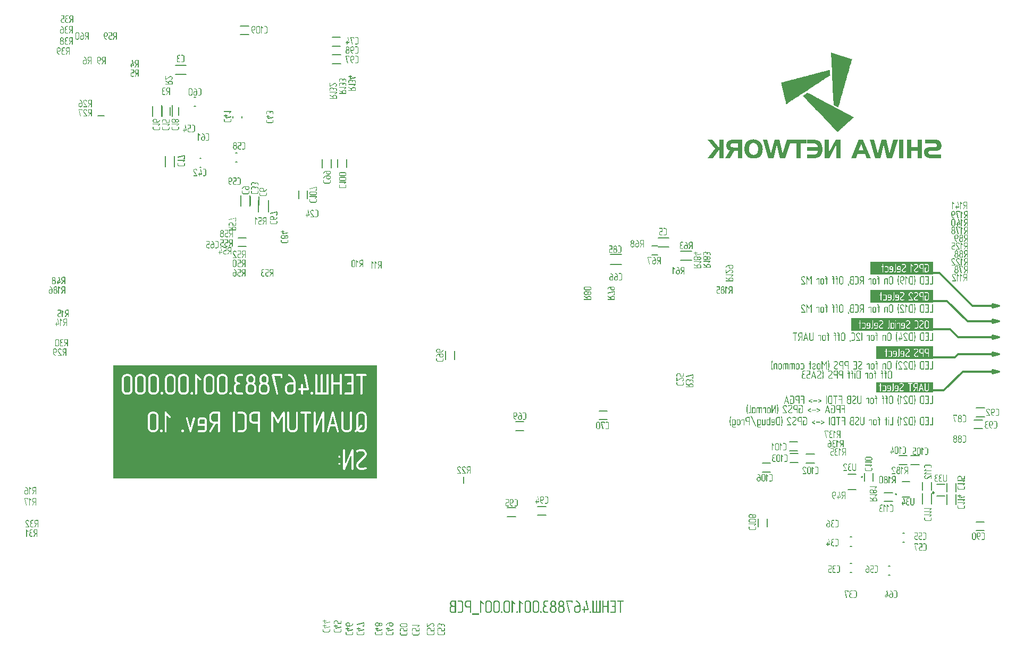
<source format=gbo>
G04*
G04 #@! TF.GenerationSoftware,Altium Limited,Altium Designer,24.4.1 (13)*
G04*
G04 Layer_Color=16776960*
%FSLAX44Y44*%
%MOMM*%
G71*
G04*
G04 #@! TF.SameCoordinates,54A0BAA1-6D0C-43F7-A8F5-CCA505531DDE*
G04*
G04*
G04 #@! TF.FilePolarity,Positive*
G04*
G01*
G75*
%ADD11C,0.2500*%
%ADD13C,0.2000*%
%ADD18C,0.1524*%
%ADD20C,0.3000*%
%ADD24C,0.1270*%
G36*
X1395662Y1015811D02*
X1395850Y1013233D01*
X1395976Y1011976D01*
X1396102Y1010593D01*
X1396165Y1010530D01*
X1396290Y1008015D01*
X1396416Y1007638D01*
X1396290Y1007386D01*
X1396102Y1007198D01*
X1395850Y1007072D01*
X1394970Y1006443D01*
X1394719Y1006317D01*
X1393838Y1005689D01*
X1393587Y1005563D01*
X1392832Y1005060D01*
X1392581Y1004934D01*
X1391701Y1004305D01*
X1391449Y1004180D01*
X1390569Y1003551D01*
X1390317Y1003425D01*
X1389437Y1002796D01*
X1389186Y1002671D01*
X1386608Y1000973D01*
X1385099Y999967D01*
X1384093Y999338D01*
X1381075Y997326D01*
X1380069Y996698D01*
X1377051Y994686D01*
X1375668Y993805D01*
X1372650Y991793D01*
X1371644Y991165D01*
X1368626Y989153D01*
X1367620Y988524D01*
X1364602Y986512D01*
X1363596Y985883D01*
X1360578Y983871D01*
X1359195Y982991D01*
X1356177Y980979D01*
X1355171Y980350D01*
X1352153Y978338D01*
X1351147Y977710D01*
X1348129Y975698D01*
X1347123Y975069D01*
X1344859Y973560D01*
X1343476Y972680D01*
X1340458Y970668D01*
X1339075Y969787D01*
X1336057Y967775D01*
X1335051Y967147D01*
X1332033Y965135D01*
X1331027Y964506D01*
X1328009Y962494D01*
X1327003Y961865D01*
X1326437Y961551D01*
X1326248Y961614D01*
X1326060Y962557D01*
X1325934Y963060D01*
X1325808Y963689D01*
X1325431Y965198D01*
X1325305Y965826D01*
X1324928Y967335D01*
X1324802Y967964D01*
X1324551Y968970D01*
X1324425Y969599D01*
X1324048Y971108D01*
X1323922Y971737D01*
X1323545Y973245D01*
X1323419Y973874D01*
X1323042Y975383D01*
X1322916Y976012D01*
X1322665Y977018D01*
X1322539Y977647D01*
X1322162Y979156D01*
X1322036Y979784D01*
X1321659Y981293D01*
X1321533Y981922D01*
X1321156Y983431D01*
X1321030Y984060D01*
X1320779Y985066D01*
X1320653Y985695D01*
X1320276Y987204D01*
X1320150Y987832D01*
X1319772Y989341D01*
X1319647Y989970D01*
X1319270Y991479D01*
X1319144Y992108D01*
X1318892Y993114D01*
X1318766Y993743D01*
X1318389Y995251D01*
X1318326Y995692D01*
X1319018Y995880D01*
X1320527Y996257D01*
X1321407Y996509D01*
X1322916Y996886D01*
X1323796Y997138D01*
X1325305Y997515D01*
X1326186Y997766D01*
X1327695Y998144D01*
X1328575Y998395D01*
X1330084Y998773D01*
X1330964Y999024D01*
X1332473Y999401D01*
X1333353Y999653D01*
X1334862Y1000030D01*
X1335742Y1000281D01*
X1337251Y1000659D01*
X1338132Y1000910D01*
X1339641Y1001287D01*
X1340521Y1001539D01*
X1342030Y1001916D01*
X1342910Y1002168D01*
X1344419Y1002545D01*
X1345299Y1002796D01*
X1346808Y1003174D01*
X1347689Y1003425D01*
X1349198Y1003802D01*
X1350078Y1004054D01*
X1351587Y1004431D01*
X1352467Y1004683D01*
X1354479Y1005186D01*
X1355359Y1005437D01*
X1356868Y1005814D01*
X1357749Y1006066D01*
X1359258Y1006443D01*
X1360138Y1006695D01*
X1361647Y1007072D01*
X1362527Y1007323D01*
X1364036Y1007701D01*
X1364916Y1007952D01*
X1366425Y1008329D01*
X1367305Y1008581D01*
X1368814Y1008958D01*
X1369695Y1009210D01*
X1371204Y1009587D01*
X1372084Y1009838D01*
X1373593Y1010216D01*
X1374473Y1010467D01*
X1375982Y1010844D01*
X1376862Y1011096D01*
X1378371Y1011473D01*
X1379252Y1011724D01*
X1380760Y1012102D01*
X1381641Y1012353D01*
X1383150Y1012730D01*
X1384030Y1012982D01*
X1385539Y1013359D01*
X1386419Y1013611D01*
X1387928Y1013988D01*
X1388808Y1014240D01*
X1390820Y1014743D01*
X1391701Y1014994D01*
X1393210Y1015371D01*
X1394090Y1015623D01*
X1395096Y1015874D01*
X1395473Y1016000D01*
X1395662Y1015811D01*
D02*
G37*
G36*
X1398617Y1043539D02*
X1399874Y1043162D01*
X1430054Y1033730D01*
X1431060Y1033353D01*
X1431123Y1033165D01*
X1430871Y1032536D01*
X1430683Y1031719D01*
X1430494Y1031027D01*
X1429740Y1028386D01*
X1429614Y1027883D01*
X1428608Y1024362D01*
X1428482Y1023859D01*
X1427476Y1020338D01*
X1427350Y1019835D01*
X1426344Y1016314D01*
X1426219Y1015811D01*
X1425213Y1012290D01*
X1425087Y1011787D01*
X1424081Y1008267D01*
X1423955Y1007764D01*
X1423201Y1005123D01*
X1423075Y1004620D01*
X1422069Y1001099D01*
X1421943Y1000596D01*
X1420937Y997075D01*
X1420811Y996572D01*
X1419805Y993051D01*
X1419680Y992548D01*
X1418674Y989027D01*
X1418548Y988524D01*
X1417542Y985003D01*
X1417416Y984500D01*
X1416410Y980979D01*
X1416284Y980476D01*
X1415278Y976955D01*
X1415153Y976452D01*
X1414147Y972931D01*
X1414021Y972428D01*
X1413015Y968907D01*
X1412889Y968404D01*
X1412135Y965763D01*
X1412009Y965260D01*
X1411003Y961740D01*
X1410877Y961236D01*
X1409871Y957716D01*
X1409745Y957213D01*
X1409431Y956395D01*
X1407042Y957527D01*
X1401698Y960105D01*
X1401572Y962117D01*
X1401195Y971296D01*
X1401132Y971359D01*
X1400377Y987078D01*
X1400000Y995000D01*
X1399623Y1002796D01*
X1398994Y1016000D01*
X1398617Y1023796D01*
X1398365Y1029329D01*
X1397674Y1043728D01*
X1397988Y1043790D01*
X1398617Y1043539D01*
D02*
G37*
G36*
X1363156Y978024D02*
X1367934Y975509D01*
X1374850Y971862D01*
X1376234Y971108D01*
X1376359D01*
X1377365Y970479D01*
X1381767Y968216D01*
X1391072Y963311D01*
X1397988Y959665D01*
X1407293Y954761D01*
X1427790Y943946D01*
X1432317Y941557D01*
X1433952Y940677D01*
X1434015Y940614D01*
X1432946Y939545D01*
X1432695Y939419D01*
X1431563Y938287D01*
X1431311Y938162D01*
X1430180Y937030D01*
X1429928Y936904D01*
X1428922Y935898D01*
X1428671Y935772D01*
X1427539Y934641D01*
X1427287Y934515D01*
X1426156Y933383D01*
X1425904Y933258D01*
X1424772Y932126D01*
X1424521Y932000D01*
X1423389Y930868D01*
X1423138Y930742D01*
X1422132Y929736D01*
X1421880Y929611D01*
X1420748Y928479D01*
X1420497Y928353D01*
X1419365Y927222D01*
X1419114Y927096D01*
X1417982Y925964D01*
X1417731Y925838D01*
X1416599Y924707D01*
X1416347Y924581D01*
X1415341Y923575D01*
X1415090Y923449D01*
X1413958Y922317D01*
X1413707Y922192D01*
X1412575Y921060D01*
X1412323Y920934D01*
X1411192Y919802D01*
X1410940Y919677D01*
X1409808Y918545D01*
X1409557Y918419D01*
X1408551Y917413D01*
X1408048Y917162D01*
X1406350Y918859D01*
X1406225Y919111D01*
X1403710Y921626D01*
X1403584Y921877D01*
X1401195Y924267D01*
X1401069Y924518D01*
X1398554Y927033D01*
X1398428Y927284D01*
X1396039Y929674D01*
X1395913Y929925D01*
X1393398Y932440D01*
X1393273Y932692D01*
X1390757Y935207D01*
X1390632Y935458D01*
X1388242Y937847D01*
X1388117Y938099D01*
X1385602Y940614D01*
X1385476Y940865D01*
X1383087Y943254D01*
X1382961Y943506D01*
X1380446Y946021D01*
X1380320Y946273D01*
X1377805Y948787D01*
X1377680Y949039D01*
X1375290Y951428D01*
X1375165Y951680D01*
X1372650Y954195D01*
X1372524Y954446D01*
X1370135Y956835D01*
X1370009Y957087D01*
X1367494Y959602D01*
X1367368Y959853D01*
X1364853Y962368D01*
X1364727Y962620D01*
X1362338Y965009D01*
X1362213Y965260D01*
X1359698Y967775D01*
X1359572Y968027D01*
X1357183Y970416D01*
X1357057Y970668D01*
X1354542Y973183D01*
X1354416Y973434D01*
X1353033Y974817D01*
X1353222Y975006D01*
X1353473Y975132D01*
X1355233Y976389D01*
X1355485Y976515D01*
X1355737Y976767D01*
X1355988Y976892D01*
X1356868Y977521D01*
X1357120Y977647D01*
X1357371Y977898D01*
X1357623Y978024D01*
X1358503Y978653D01*
X1358754Y978778D01*
X1359006Y979030D01*
X1359258Y979156D01*
X1360012Y979659D01*
X1363156Y978024D01*
D02*
G37*
G36*
X674463Y484750D02*
X674500D01*
Y424750D01*
X424554D01*
Y424701D01*
X674554D01*
Y364701D01*
X254554D01*
Y424701D01*
Y484701D01*
X254463D01*
Y544701D01*
X674463D01*
Y484750D01*
D02*
G37*
G36*
X1560000Y600000D02*
X1430000D01*
Y620000D01*
X1560000D01*
Y600000D01*
D02*
G37*
G36*
Y502000D02*
X1470000D01*
Y518000D01*
X1560000D01*
Y502000D01*
D02*
G37*
G36*
Y690000D02*
X1460000D01*
Y710000D01*
X1560000D01*
Y690000D01*
D02*
G37*
G36*
X985251Y170142D02*
X985390Y170117D01*
X985530Y170066D01*
X985632Y170002D01*
X985733Y169926D01*
X985810Y169850D01*
X985873Y169761D01*
X985924Y169672D01*
X986000Y169482D01*
X986038Y169329D01*
Y169266D01*
X986051Y169215D01*
Y169189D01*
Y169177D01*
Y167094D01*
X986038Y166916D01*
X986000Y166764D01*
X985937Y166624D01*
X985873Y166522D01*
X985822Y166434D01*
X985759Y166370D01*
X985721Y166332D01*
X985708Y166319D01*
X985556Y166256D01*
X985416Y166205D01*
X985302Y166167D01*
X985213Y166141D01*
X985149Y166129D01*
X985098Y166116D01*
X985060D01*
X984908Y166129D01*
X984781Y166154D01*
X984654Y166192D01*
X984552Y166243D01*
X984463Y166294D01*
X984400Y166332D01*
X984362Y166357D01*
X984349Y166370D01*
X984260Y166484D01*
X984184Y166599D01*
X984133Y166713D01*
X984108Y166827D01*
X984082Y166942D01*
X984070Y167018D01*
Y167069D01*
Y167094D01*
Y168186D01*
X977885D01*
X981873Y151295D01*
X981911Y151105D01*
X981898Y150927D01*
X981860Y150774D01*
X981796Y150635D01*
X981733Y150520D01*
X981669Y150431D01*
X981606Y150368D01*
X981568Y150330D01*
X981555Y150317D01*
X981428Y150254D01*
X981314Y150203D01*
X981187Y150165D01*
X981085Y150139D01*
X980984Y150127D01*
X980907Y150114D01*
X980844D01*
X980298Y150292D01*
X980196Y150444D01*
X980107Y150559D01*
X980044Y150660D01*
X979993Y150749D01*
X979968Y150813D01*
X979942Y150851D01*
X979930Y150876D01*
Y150889D01*
X975751Y168961D01*
X975713Y169215D01*
X975726Y169367D01*
X975764Y169494D01*
X975802Y169608D01*
X975853Y169710D01*
X975916Y169786D01*
X975954Y169837D01*
X975993Y169875D01*
X976005Y169888D01*
X976120Y169977D01*
X976234Y170040D01*
X976348Y170091D01*
X976462Y170117D01*
X976564Y170142D01*
X976640Y170155D01*
X985073D01*
X985251Y170142D01*
D02*
G37*
G36*
X902180D02*
X902320Y170117D01*
X902434Y170066D01*
X902536Y170015D01*
X902612Y169964D01*
X902675Y169913D01*
X902713Y169888D01*
X902726Y169875D01*
X906917Y165672D01*
X907006Y165506D01*
X907070Y165367D01*
X907108Y165265D01*
X907133Y165176D01*
X907159Y165100D01*
X907171Y165062D01*
Y165037D01*
Y165024D01*
X907159Y164871D01*
X907133Y164732D01*
X907082Y164617D01*
X907031Y164516D01*
X906981Y164427D01*
X906930Y164363D01*
X906905Y164325D01*
X906892Y164313D01*
X906777Y164211D01*
X906663Y164147D01*
X906536Y164097D01*
X906422Y164059D01*
X906333Y164033D01*
X906244Y164021D01*
X906181D01*
X906041Y164033D01*
X905901Y164071D01*
X905787Y164109D01*
X905685Y164173D01*
X905609Y164224D01*
X905546Y164262D01*
X905508Y164300D01*
X905495Y164313D01*
X903018Y167221D01*
Y151092D01*
X903006Y150914D01*
X902968Y150749D01*
X902904Y150622D01*
X902840Y150508D01*
X902790Y150419D01*
X902726Y150355D01*
X902688Y150317D01*
X902675Y150304D01*
X902523Y150241D01*
X902383Y150190D01*
X902269Y150165D01*
X902180Y150139D01*
X902117Y150127D01*
X902066Y150114D01*
X902028D01*
X901875Y150127D01*
X901748Y150152D01*
X901621Y150190D01*
X901520Y150241D01*
X901431Y150292D01*
X901367Y150330D01*
X901329Y150355D01*
X901317Y150368D01*
X901228Y150482D01*
X901151Y150597D01*
X901101Y150711D01*
X901075Y150825D01*
X901050Y150940D01*
X901037Y151016D01*
Y151067D01*
Y151092D01*
Y169189D01*
X901050Y169342D01*
X901088Y169482D01*
X901139Y169596D01*
X901189Y169697D01*
X901253Y169786D01*
X901304Y169837D01*
X901342Y169875D01*
X901355Y169888D01*
X901469Y169977D01*
X901596Y170040D01*
X901710Y170091D01*
X901812Y170117D01*
X901901Y170142D01*
X901977Y170155D01*
X902040D01*
X902180Y170142D01*
D02*
G37*
G36*
X890102D02*
X890242Y170117D01*
X890356Y170066D01*
X890458Y170015D01*
X890534Y169964D01*
X890598Y169913D01*
X890636Y169888D01*
X890648Y169875D01*
X894839Y165672D01*
X894928Y165506D01*
X894992Y165367D01*
X895030Y165265D01*
X895055Y165176D01*
X895081Y165100D01*
X895094Y165062D01*
Y165037D01*
Y165024D01*
X895081Y164871D01*
X895055Y164732D01*
X895005Y164617D01*
X894954Y164516D01*
X894903Y164427D01*
X894852Y164363D01*
X894827Y164325D01*
X894814Y164313D01*
X894700Y164211D01*
X894585Y164147D01*
X894458Y164097D01*
X894344Y164059D01*
X894255Y164033D01*
X894166Y164021D01*
X894103D01*
X893963Y164033D01*
X893823Y164071D01*
X893709Y164109D01*
X893608Y164173D01*
X893531Y164224D01*
X893468Y164262D01*
X893430Y164300D01*
X893417Y164313D01*
X890941Y167221D01*
Y151092D01*
X890928Y150914D01*
X890890Y150749D01*
X890826Y150622D01*
X890763Y150508D01*
X890712Y150419D01*
X890648Y150355D01*
X890610Y150317D01*
X890598Y150304D01*
X890445Y150241D01*
X890306Y150190D01*
X890191Y150165D01*
X890102Y150139D01*
X890039Y150127D01*
X889988Y150114D01*
X889950D01*
X889798Y150127D01*
X889671Y150152D01*
X889544Y150190D01*
X889442Y150241D01*
X889353Y150292D01*
X889290Y150330D01*
X889251Y150355D01*
X889239Y150368D01*
X889150Y150482D01*
X889074Y150597D01*
X889023Y150711D01*
X888997Y150825D01*
X888972Y150940D01*
X888959Y151016D01*
Y151067D01*
Y151092D01*
Y169189D01*
X888972Y169342D01*
X889010Y169482D01*
X889061Y169596D01*
X889112Y169697D01*
X889175Y169786D01*
X889226Y169837D01*
X889264Y169875D01*
X889277Y169888D01*
X889391Y169977D01*
X889518Y170040D01*
X889632Y170091D01*
X889734Y170117D01*
X889823Y170142D01*
X889899Y170155D01*
X889963D01*
X890102Y170142D01*
D02*
G37*
G36*
X839658D02*
X839798Y170117D01*
X839912Y170066D01*
X840014Y170015D01*
X840090Y169964D01*
X840153Y169913D01*
X840191Y169888D01*
X840204Y169875D01*
X844395Y165672D01*
X844484Y165506D01*
X844548Y165367D01*
X844586Y165265D01*
X844611Y165176D01*
X844636Y165100D01*
X844649Y165062D01*
Y165037D01*
Y165024D01*
X844636Y164871D01*
X844611Y164732D01*
X844560Y164617D01*
X844509Y164516D01*
X844459Y164427D01*
X844408Y164363D01*
X844382Y164325D01*
X844370Y164313D01*
X844255Y164211D01*
X844141Y164147D01*
X844014Y164097D01*
X843900Y164059D01*
X843811Y164033D01*
X843722Y164021D01*
X843659D01*
X843519Y164033D01*
X843379Y164071D01*
X843265Y164109D01*
X843163Y164173D01*
X843087Y164224D01*
X843024Y164262D01*
X842985Y164300D01*
X842973Y164313D01*
X840496Y167221D01*
Y151092D01*
X840483Y150914D01*
X840445Y150749D01*
X840382Y150622D01*
X840318Y150508D01*
X840268Y150419D01*
X840204Y150355D01*
X840166Y150317D01*
X840153Y150304D01*
X840001Y150241D01*
X839861Y150190D01*
X839747Y150165D01*
X839658Y150139D01*
X839594Y150127D01*
X839544Y150114D01*
X839506D01*
X839353Y150127D01*
X839226Y150152D01*
X839099Y150190D01*
X838998Y150241D01*
X838909Y150292D01*
X838845Y150330D01*
X838807Y150355D01*
X838794Y150368D01*
X838706Y150482D01*
X838629Y150597D01*
X838578Y150711D01*
X838553Y150825D01*
X838528Y150940D01*
X838515Y151016D01*
Y151067D01*
Y151092D01*
Y169189D01*
X838528Y169342D01*
X838566Y169482D01*
X838617Y169596D01*
X838667Y169697D01*
X838731Y169786D01*
X838782Y169837D01*
X838820Y169875D01*
X838832Y169888D01*
X838947Y169977D01*
X839074Y170040D01*
X839188Y170091D01*
X839290Y170117D01*
X839379Y170142D01*
X839455Y170155D01*
X839518D01*
X839658Y170142D01*
D02*
G37*
G36*
X1042756D02*
X1042896Y170104D01*
X1043010Y170053D01*
X1043112Y169989D01*
X1043201Y169926D01*
X1043264Y169875D01*
X1043303Y169837D01*
X1043315Y169824D01*
X1043404Y169697D01*
X1043480Y169583D01*
X1043531Y169469D01*
X1043557Y169380D01*
X1043582Y169291D01*
X1043595Y169228D01*
Y169189D01*
Y169177D01*
Y151092D01*
X1043582Y150914D01*
X1043544Y150749D01*
X1043480Y150622D01*
X1043417Y150508D01*
X1043366Y150419D01*
X1043303Y150355D01*
X1043264Y150317D01*
X1043252Y150304D01*
X1043099Y150241D01*
X1042960Y150190D01*
X1042845Y150165D01*
X1042756Y150139D01*
X1042693Y150127D01*
X1042642Y150114D01*
X1042604D01*
X1042452Y150127D01*
X1042325Y150152D01*
X1042198Y150190D01*
X1042096Y150241D01*
X1042007Y150292D01*
X1041944Y150330D01*
X1041906Y150355D01*
X1041893Y150368D01*
X1041804Y150482D01*
X1041728Y150597D01*
X1041677Y150711D01*
X1041652Y150825D01*
X1041626Y150940D01*
X1041613Y151016D01*
Y151067D01*
Y151092D01*
Y159830D01*
X1035238D01*
Y151092D01*
X1035225Y150914D01*
X1035187Y150749D01*
X1035124Y150622D01*
X1035060Y150508D01*
X1035009Y150419D01*
X1034946Y150355D01*
X1034908Y150317D01*
X1034895Y150304D01*
X1034743Y150241D01*
X1034603Y150190D01*
X1034489Y150165D01*
X1034400Y150139D01*
X1034336Y150127D01*
X1034286Y150114D01*
X1034247D01*
X1034095Y150127D01*
X1033968Y150152D01*
X1033841Y150190D01*
X1033739Y150241D01*
X1033651Y150292D01*
X1033587Y150330D01*
X1033549Y150355D01*
X1033536Y150368D01*
X1033447Y150482D01*
X1033371Y150597D01*
X1033320Y150711D01*
X1033295Y150825D01*
X1033270Y150940D01*
X1033257Y151016D01*
Y151067D01*
Y151092D01*
Y169177D01*
X1033270Y169342D01*
X1033308Y169482D01*
X1033358Y169608D01*
X1033422Y169710D01*
X1033485Y169786D01*
X1033536Y169837D01*
X1033574Y169875D01*
X1033587Y169888D01*
X1033701Y169977D01*
X1033828Y170040D01*
X1033930Y170091D01*
X1034032Y170117D01*
X1034120Y170142D01*
X1034184Y170155D01*
X1034247D01*
X1034400Y170142D01*
X1034539Y170104D01*
X1034654Y170053D01*
X1034755Y169989D01*
X1034844Y169926D01*
X1034908Y169875D01*
X1034946Y169837D01*
X1034959Y169824D01*
X1035048Y169697D01*
X1035124Y169583D01*
X1035174Y169469D01*
X1035200Y169380D01*
X1035225Y169291D01*
X1035238Y169228D01*
Y169189D01*
Y169177D01*
Y161798D01*
X1041613D01*
Y169177D01*
X1041626Y169342D01*
X1041664Y169482D01*
X1041715Y169608D01*
X1041778Y169710D01*
X1041842Y169786D01*
X1041893Y169837D01*
X1041931Y169875D01*
X1041944Y169888D01*
X1042058Y169977D01*
X1042185Y170040D01*
X1042287Y170091D01*
X1042388Y170117D01*
X1042477Y170142D01*
X1042541Y170155D01*
X1042604D01*
X1042756Y170142D01*
D02*
G37*
G36*
X1008466Y169977D02*
X1008568Y169888D01*
X1008657Y169774D01*
X1008720Y169672D01*
X1008771Y169558D01*
X1008809Y169469D01*
X1008835Y169393D01*
X1008847Y169342D01*
Y169316D01*
X1011629Y155448D01*
X1011641Y155270D01*
X1011629Y155118D01*
X1011603Y154978D01*
X1011553Y154851D01*
X1011502Y154749D01*
X1011451Y154673D01*
X1011400Y154610D01*
X1011375Y154572D01*
X1011362Y154559D01*
X1011248Y154470D01*
X1011133Y154407D01*
X1011019Y154356D01*
X1010905Y154330D01*
X1010803Y154305D01*
X1010727Y154292D01*
X1006079D01*
Y151092D01*
X1006066Y150914D01*
X1006028Y150749D01*
X1005965Y150622D01*
X1005901Y150508D01*
X1005850Y150419D01*
X1005787Y150355D01*
X1005749Y150317D01*
X1005736Y150304D01*
X1005583Y150241D01*
X1005444Y150190D01*
X1005330Y150165D01*
X1005241Y150139D01*
X1005177Y150127D01*
X1005126Y150114D01*
X1005088D01*
X1004936Y150127D01*
X1004809Y150152D01*
X1004682Y150190D01*
X1004580Y150241D01*
X1004491Y150292D01*
X1004428Y150330D01*
X1004390Y150355D01*
X1004377Y150368D01*
X1004288Y150482D01*
X1004212Y150597D01*
X1004161Y150711D01*
X1004136Y150825D01*
X1004110Y150940D01*
X1004098Y151016D01*
Y151067D01*
Y151092D01*
Y154292D01*
X1002294D01*
X1002129Y154305D01*
X1001977Y154343D01*
X1001862Y154394D01*
X1001761Y154457D01*
X1001672Y154508D01*
X1001621Y154559D01*
X1001583Y154597D01*
X1001570Y154610D01*
X1001481Y154724D01*
X1001418Y154851D01*
X1001367Y154965D01*
X1001342Y155067D01*
X1001316Y155156D01*
X1001304Y155219D01*
Y155270D01*
Y155283D01*
X1001316Y155410D01*
X1001354Y155537D01*
X1001405Y155651D01*
X1001456Y155753D01*
X1001519Y155829D01*
X1001570Y155892D01*
X1001608Y155931D01*
X1001621Y155943D01*
X1001735Y156045D01*
X1001850Y156121D01*
X1001964Y156185D01*
X1002066Y156223D01*
X1002167Y156248D01*
X1002231Y156261D01*
X1004098D01*
Y159474D01*
X1004110Y159639D01*
X1004148Y159779D01*
X1004199Y159906D01*
X1004263Y160007D01*
X1004326Y160084D01*
X1004377Y160134D01*
X1004415Y160172D01*
X1004428Y160185D01*
X1004542Y160274D01*
X1004669Y160338D01*
X1004771Y160388D01*
X1004872Y160414D01*
X1004961Y160439D01*
X1005025Y160452D01*
X1005088D01*
X1005241Y160439D01*
X1005380Y160401D01*
X1005495Y160350D01*
X1005596Y160287D01*
X1005685Y160223D01*
X1005749Y160172D01*
X1005787Y160134D01*
X1005799Y160122D01*
X1005888Y159995D01*
X1005965Y159880D01*
X1006015Y159766D01*
X1006041Y159677D01*
X1006066Y159588D01*
X1006079Y159525D01*
Y159487D01*
Y159474D01*
Y156261D01*
X1009508D01*
X1006904Y168986D01*
X1006879Y169215D01*
X1006892Y169354D01*
X1006930Y169494D01*
X1006981Y169608D01*
X1007031Y169710D01*
X1007095Y169786D01*
X1007146Y169837D01*
X1007184Y169875D01*
X1007196Y169888D01*
X1007311Y169977D01*
X1007438Y170040D01*
X1007565Y170091D01*
X1007666Y170117D01*
X1007768Y170142D01*
X1007844Y170155D01*
X1007920D01*
X1008466Y169977D01*
D02*
G37*
G36*
X1029967Y170142D02*
X1030107Y170104D01*
X1030221Y170053D01*
X1030323Y169989D01*
X1030412Y169926D01*
X1030475Y169875D01*
X1030514Y169837D01*
X1030526Y169824D01*
X1030615Y169697D01*
X1030691Y169583D01*
X1030742Y169469D01*
X1030768Y169380D01*
X1030793Y169291D01*
X1030806Y169228D01*
Y169189D01*
Y169177D01*
Y151092D01*
X1030793Y150914D01*
X1030768Y150774D01*
X1030717Y150635D01*
X1030653Y150533D01*
X1030577Y150431D01*
X1030501Y150355D01*
X1030412Y150292D01*
X1030310Y150241D01*
X1030133Y150165D01*
X1029980Y150127D01*
X1029917D01*
X1029866Y150114D01*
X1018690D01*
X1018512Y150127D01*
X1018360Y150152D01*
X1018233Y150203D01*
X1018118Y150266D01*
X1018017Y150343D01*
X1017941Y150419D01*
X1017877Y150508D01*
X1017826Y150609D01*
X1017750Y150787D01*
X1017712Y150940D01*
X1017699Y151003D01*
Y151054D01*
Y151079D01*
Y151092D01*
Y169177D01*
X1017712Y169342D01*
X1017750Y169482D01*
X1017801Y169608D01*
X1017864Y169710D01*
X1017928Y169786D01*
X1017979Y169837D01*
X1018017Y169875D01*
X1018029Y169888D01*
X1018144Y169977D01*
X1018271Y170040D01*
X1018372Y170091D01*
X1018474Y170117D01*
X1018563Y170142D01*
X1018626Y170155D01*
X1018690D01*
X1018842Y170142D01*
X1018982Y170104D01*
X1019096Y170053D01*
X1019198Y169989D01*
X1019287Y169926D01*
X1019350Y169875D01*
X1019388Y169837D01*
X1019401Y169824D01*
X1019490Y169697D01*
X1019566Y169583D01*
X1019617Y169469D01*
X1019642Y169380D01*
X1019668Y169291D01*
X1019680Y169228D01*
Y169189D01*
Y169177D01*
Y152083D01*
X1023275D01*
Y169177D01*
X1023287Y169342D01*
X1023325Y169482D01*
X1023376Y169608D01*
X1023440Y169710D01*
X1023503Y169786D01*
X1023554Y169837D01*
X1023592Y169875D01*
X1023605Y169888D01*
X1023719Y169977D01*
X1023846Y170040D01*
X1023948Y170091D01*
X1024049Y170117D01*
X1024138Y170142D01*
X1024202Y170155D01*
X1024265D01*
X1024418Y170142D01*
X1024557Y170104D01*
X1024672Y170053D01*
X1024773Y169989D01*
X1024862Y169926D01*
X1024926Y169875D01*
X1024964Y169837D01*
X1024976Y169824D01*
X1025065Y169697D01*
X1025142Y169583D01*
X1025192Y169469D01*
X1025218Y169380D01*
X1025243Y169291D01*
X1025256Y169228D01*
Y169189D01*
Y169177D01*
Y152083D01*
X1028824D01*
Y169177D01*
X1028837Y169342D01*
X1028875Y169482D01*
X1028926Y169608D01*
X1028990Y169710D01*
X1029053Y169786D01*
X1029104Y169837D01*
X1029142Y169875D01*
X1029155Y169888D01*
X1029269Y169977D01*
X1029396Y170040D01*
X1029498Y170091D01*
X1029599Y170117D01*
X1029688Y170142D01*
X1029752Y170155D01*
X1029815D01*
X1029967Y170142D01*
D02*
G37*
G36*
X1066950D02*
X1067102Y170091D01*
X1067229Y170040D01*
X1067331Y169964D01*
X1067420Y169901D01*
X1067471Y169837D01*
X1067509Y169786D01*
X1067521Y169774D01*
X1067598Y169647D01*
X1067648Y169520D01*
X1067699Y169418D01*
X1067725Y169342D01*
X1067737Y169266D01*
X1067750Y169215D01*
Y169189D01*
Y169177D01*
X1067737Y169037D01*
X1067712Y168897D01*
X1067674Y168770D01*
X1067623Y168669D01*
X1067572Y168580D01*
X1067534Y168516D01*
X1067509Y168465D01*
X1067496Y168453D01*
X1067382Y168364D01*
X1067267Y168300D01*
X1067140Y168250D01*
X1067026Y168224D01*
X1066925Y168199D01*
X1066848Y168186D01*
X1063572D01*
Y151092D01*
X1063559Y150914D01*
X1063521Y150749D01*
X1063457Y150622D01*
X1063394Y150508D01*
X1063343Y150419D01*
X1063280Y150355D01*
X1063242Y150317D01*
X1063229Y150304D01*
X1063076Y150241D01*
X1062937Y150190D01*
X1062822Y150165D01*
X1062734Y150139D01*
X1062670Y150127D01*
X1062619Y150114D01*
X1062581D01*
X1062429Y150127D01*
X1062302Y150152D01*
X1062175Y150190D01*
X1062073Y150241D01*
X1061984Y150292D01*
X1061921Y150330D01*
X1061883Y150355D01*
X1061870Y150368D01*
X1061781Y150482D01*
X1061705Y150597D01*
X1061654Y150711D01*
X1061629Y150825D01*
X1061603Y150940D01*
X1061590Y151016D01*
Y151067D01*
Y151092D01*
Y168186D01*
X1058390D01*
X1058225Y168199D01*
X1058073Y168237D01*
X1057958Y168288D01*
X1057857Y168351D01*
X1057768Y168402D01*
X1057717Y168453D01*
X1057679Y168491D01*
X1057666Y168504D01*
X1057577Y168618D01*
X1057514Y168745D01*
X1057463Y168859D01*
X1057438Y168961D01*
X1057412Y169050D01*
X1057400Y169113D01*
Y169164D01*
Y169177D01*
X1057412Y169304D01*
X1057450Y169431D01*
X1057501Y169545D01*
X1057552Y169647D01*
X1057615Y169723D01*
X1057666Y169786D01*
X1057704Y169824D01*
X1057717Y169837D01*
X1057831Y169939D01*
X1057946Y170015D01*
X1058060Y170078D01*
X1058161Y170117D01*
X1058263Y170142D01*
X1058327Y170155D01*
X1066772D01*
X1066950Y170142D01*
D02*
G37*
G36*
X1054148D02*
X1054288Y170117D01*
X1054428Y170066D01*
X1054529Y170002D01*
X1054631Y169926D01*
X1054707Y169850D01*
X1054771Y169761D01*
X1054821Y169672D01*
X1054898Y169482D01*
X1054936Y169329D01*
Y169266D01*
X1054948Y169215D01*
Y169189D01*
Y169177D01*
Y151092D01*
X1054936Y150914D01*
X1054910Y150774D01*
X1054859Y150635D01*
X1054796Y150533D01*
X1054720Y150431D01*
X1054644Y150355D01*
X1054555Y150292D01*
X1054453Y150241D01*
X1054275Y150165D01*
X1054123Y150127D01*
X1054059D01*
X1054009Y150114D01*
X1047011D01*
X1046846Y150127D01*
X1046693Y150165D01*
X1046579Y150216D01*
X1046478Y150279D01*
X1046389Y150330D01*
X1046338Y150381D01*
X1046300Y150419D01*
X1046287Y150431D01*
X1046198Y150546D01*
X1046135Y150673D01*
X1046084Y150787D01*
X1046058Y150889D01*
X1046033Y150978D01*
X1046020Y151041D01*
Y151092D01*
Y151105D01*
X1046033Y151232D01*
X1046071Y151359D01*
X1046122Y151473D01*
X1046173Y151574D01*
X1046236Y151651D01*
X1046287Y151714D01*
X1046325Y151752D01*
X1046338Y151765D01*
X1046452Y151867D01*
X1046566Y151943D01*
X1046681Y152006D01*
X1046782Y152044D01*
X1046884Y152070D01*
X1046947Y152083D01*
X1052967D01*
Y159830D01*
X1049792D01*
X1049627Y159842D01*
X1049475Y159880D01*
X1049360Y159931D01*
X1049259Y159995D01*
X1049170Y160045D01*
X1049119Y160096D01*
X1049081Y160134D01*
X1049068Y160147D01*
X1048979Y160261D01*
X1048916Y160388D01*
X1048865Y160503D01*
X1048840Y160604D01*
X1048814Y160693D01*
X1048802Y160757D01*
Y160807D01*
Y160820D01*
X1048814Y160947D01*
X1048852Y161074D01*
X1048903Y161188D01*
X1048954Y161290D01*
X1049017Y161366D01*
X1049068Y161430D01*
X1049106Y161468D01*
X1049119Y161481D01*
X1049233Y161582D01*
X1049348Y161658D01*
X1049462Y161722D01*
X1049564Y161760D01*
X1049665Y161785D01*
X1049729Y161798D01*
X1052967D01*
Y168186D01*
X1047011D01*
X1046846Y168199D01*
X1046693Y168237D01*
X1046579Y168288D01*
X1046478Y168351D01*
X1046389Y168402D01*
X1046338Y168453D01*
X1046300Y168491D01*
X1046287Y168504D01*
X1046198Y168618D01*
X1046135Y168745D01*
X1046084Y168859D01*
X1046058Y168961D01*
X1046033Y169050D01*
X1046020Y169113D01*
Y169164D01*
Y169177D01*
X1046033Y169304D01*
X1046071Y169431D01*
X1046122Y169545D01*
X1046173Y169647D01*
X1046236Y169723D01*
X1046287Y169786D01*
X1046325Y169824D01*
X1046338Y169837D01*
X1046452Y169939D01*
X1046566Y170015D01*
X1046681Y170078D01*
X1046782Y170117D01*
X1046884Y170142D01*
X1046947Y170155D01*
X1053970D01*
X1054148Y170142D01*
D02*
G37*
G36*
X1014791Y152743D02*
X1014994Y152692D01*
X1015159Y152603D01*
X1015299Y152514D01*
X1015413Y152425D01*
X1015490Y152337D01*
X1015540Y152286D01*
X1015553Y152260D01*
X1015667Y152083D01*
X1015743Y151930D01*
X1015807Y151790D01*
X1015845Y151663D01*
X1015871Y151574D01*
X1015883Y151511D01*
Y151460D01*
Y151447D01*
X1015871Y151257D01*
X1015820Y151067D01*
X1015769Y150901D01*
X1015693Y150762D01*
X1015629Y150635D01*
X1015566Y150546D01*
X1015528Y150495D01*
X1015515Y150470D01*
X1015375Y150355D01*
X1015210Y150266D01*
X1015058Y150203D01*
X1014893Y150165D01*
X1014766Y150139D01*
X1014651Y150114D01*
X1014550D01*
X1014321Y150127D01*
X1014118Y150177D01*
X1013953Y150241D01*
X1013813Y150330D01*
X1013699Y150406D01*
X1013623Y150470D01*
X1013572Y150520D01*
X1013559Y150533D01*
X1013445Y150698D01*
X1013356Y150863D01*
X1013292Y151016D01*
X1013242Y151155D01*
X1013216Y151270D01*
X1013204Y151371D01*
Y151422D01*
Y151447D01*
X1013216Y151625D01*
X1013267Y151790D01*
X1013331Y151943D01*
X1013407Y152083D01*
X1013496Y152197D01*
X1013559Y152273D01*
X1013610Y152337D01*
X1013623Y152349D01*
X1013788Y152489D01*
X1013940Y152591D01*
X1014105Y152667D01*
X1014245Y152718D01*
X1014372Y152743D01*
X1014461Y152768D01*
X1014550D01*
X1014791Y152743D01*
D02*
G37*
G36*
X992642Y170091D02*
X993188Y169850D01*
X993709Y169583D01*
X994192Y169291D01*
X994636Y168986D01*
X995055Y168669D01*
X995436Y168351D01*
X995792Y168021D01*
X996097Y167716D01*
X996389Y167411D01*
X996630Y167132D01*
X996833Y166878D01*
X997011Y166662D01*
X997138Y166472D01*
X997189Y166395D01*
X997240Y166332D01*
X997278Y166281D01*
X997290Y166243D01*
X997316Y166230D01*
Y166218D01*
X997582Y165748D01*
X997824Y165265D01*
X998027Y164795D01*
X998192Y164313D01*
X998344Y163843D01*
X998472Y163398D01*
X998573Y162966D01*
X998649Y162560D01*
X998713Y162179D01*
X998764Y161823D01*
X998789Y161519D01*
X998814Y161265D01*
X998827Y161150D01*
Y161049D01*
X998840Y160960D01*
Y160884D01*
Y160833D01*
Y160795D01*
Y160769D01*
Y160757D01*
Y154572D01*
X998827Y154229D01*
X998776Y153899D01*
X998713Y153581D01*
X998624Y153289D01*
X998522Y152997D01*
X998408Y152743D01*
X998281Y152502D01*
X998154Y152286D01*
X998027Y152083D01*
X997900Y151905D01*
X997786Y151752D01*
X997684Y151625D01*
X997595Y151524D01*
X997532Y151460D01*
X997481Y151409D01*
X997468Y151397D01*
X997202Y151168D01*
X996947Y150978D01*
X996668Y150800D01*
X996401Y150660D01*
X996147Y150533D01*
X995893Y150431D01*
X995639Y150343D01*
X995411Y150279D01*
X995195Y150216D01*
X994992Y150177D01*
X994827Y150152D01*
X994674Y150139D01*
X994547Y150127D01*
X994458Y150114D01*
X992985D01*
X992642Y150127D01*
X992312Y150165D01*
X992007Y150228D01*
X991702Y150317D01*
X991436Y150419D01*
X991169Y150520D01*
X990928Y150647D01*
X990712Y150762D01*
X990509Y150889D01*
X990331Y151003D01*
X990178Y151105D01*
X990051Y151206D01*
X989950Y151295D01*
X989886Y151359D01*
X989836Y151397D01*
X989823Y151409D01*
X989594Y151663D01*
X989391Y151917D01*
X989213Y152184D01*
X989061Y152451D01*
X988934Y152718D01*
X988832Y152984D01*
X988743Y153238D01*
X988680Y153479D01*
X988629Y153708D01*
X988578Y153911D01*
X988553Y154102D01*
X988540Y154254D01*
X988527Y154394D01*
X988515Y154495D01*
Y154546D01*
Y154572D01*
Y157353D01*
X988527Y157696D01*
X988566Y158026D01*
X988629Y158344D01*
X988718Y158636D01*
X988820Y158915D01*
X988934Y159169D01*
X989048Y159410D01*
X989162Y159639D01*
X989289Y159830D01*
X989404Y160007D01*
X989518Y160160D01*
X989620Y160287D01*
X989696Y160388D01*
X989772Y160452D01*
X989810Y160503D01*
X989823Y160515D01*
X990077Y160744D01*
X990331Y160947D01*
X990598Y161112D01*
X990864Y161265D01*
X991131Y161392D01*
X991398Y161493D01*
X991652Y161582D01*
X991893Y161646D01*
X992122Y161696D01*
X992337Y161747D01*
X992528Y161773D01*
X992680Y161785D01*
X992820Y161798D01*
X992909Y161811D01*
X996859D01*
X996846Y162039D01*
X996808Y162293D01*
X996744Y162560D01*
X996681Y162801D01*
X996617Y163030D01*
X996579Y163132D01*
X996554Y163208D01*
X996541Y163284D01*
X996516Y163335D01*
X996503Y163360D01*
Y163373D01*
X996363Y163741D01*
X996211Y164071D01*
X996071Y164376D01*
X995944Y164643D01*
X995881Y164757D01*
X995830Y164859D01*
X995779Y164935D01*
X995741Y165011D01*
X995716Y165075D01*
X995690Y165113D01*
X995665Y165138D01*
Y165151D01*
X995512Y165379D01*
X995360Y165583D01*
X995208Y165786D01*
X995068Y165964D01*
X994928Y166129D01*
X994789Y166294D01*
X994661Y166434D01*
X994535Y166560D01*
X994420Y166675D01*
X994319Y166776D01*
X994230Y166865D01*
X994154Y166929D01*
X994090Y166980D01*
X994039Y167030D01*
X994014Y167043D01*
X994001Y167056D01*
X993836Y167183D01*
X993671Y167310D01*
X993519Y167424D01*
X993353Y167538D01*
X993226Y167615D01*
X993112Y167691D01*
X993049Y167729D01*
X993023Y167742D01*
X992528Y167996D01*
X992223Y168135D01*
X991944Y168237D01*
X991817Y168313D01*
X991715Y168402D01*
X991626Y168465D01*
X991563Y168529D01*
X991512Y168592D01*
X991474Y168631D01*
X991448Y168656D01*
Y168669D01*
X991398Y168758D01*
X991372Y168834D01*
X991321Y168999D01*
Y169062D01*
X991309Y169113D01*
Y169151D01*
Y169164D01*
X991321Y169304D01*
X991347Y169431D01*
X991398Y169545D01*
X991436Y169647D01*
X991487Y169736D01*
X991537Y169799D01*
X991563Y169837D01*
X991575Y169850D01*
X991677Y169951D01*
X991791Y170028D01*
X991906Y170091D01*
X992020Y170129D01*
X992109Y170155D01*
X992185Y170167D01*
X992261D01*
X992642Y170091D01*
D02*
G37*
G36*
X969058Y170078D02*
X969833Y169850D01*
X970125Y169710D01*
X970392Y169558D01*
X970633Y169393D01*
X970849Y169240D01*
X971014Y169113D01*
X971141Y168999D01*
X971192Y168961D01*
X971230Y168923D01*
X971243Y168910D01*
X971255Y168897D01*
X971484Y168618D01*
X971687Y168339D01*
X971865Y168059D01*
X972017Y167780D01*
X972132Y167513D01*
X972246Y167246D01*
X972335Y167005D01*
X972398Y166764D01*
X972449Y166548D01*
X972500Y166345D01*
X972525Y166167D01*
X972538Y166014D01*
X972551Y165887D01*
X972563Y165798D01*
Y165748D01*
Y165722D01*
Y164300D01*
X972551Y163906D01*
X972500Y163551D01*
X972424Y163208D01*
X972348Y162928D01*
X972309Y162801D01*
X972271Y162687D01*
X972233Y162585D01*
X972195Y162496D01*
X972170Y162433D01*
X972144Y162382D01*
X972132Y162357D01*
Y162344D01*
X971954Y162039D01*
X971776Y161773D01*
X971586Y161557D01*
X971408Y161379D01*
X971255Y161239D01*
X971141Y161150D01*
X971090Y161112D01*
X971052Y161087D01*
X971040Y161074D01*
X971027D01*
X971382Y160858D01*
X971700Y160617D01*
X971979Y160363D01*
X972221Y160109D01*
X972398Y159880D01*
X972475Y159779D01*
X972538Y159690D01*
X972589Y159626D01*
X972627Y159576D01*
X972640Y159537D01*
X972652Y159525D01*
X972754Y159334D01*
X972856Y159131D01*
X973008Y158750D01*
X973110Y158382D01*
X973186Y158052D01*
X973211Y157899D01*
X973224Y157772D01*
X973249Y157645D01*
Y157543D01*
X973262Y157467D01*
Y157404D01*
Y157366D01*
Y157353D01*
Y154572D01*
X973249Y154229D01*
X973198Y153899D01*
X973135Y153581D01*
X973046Y153289D01*
X972944Y152997D01*
X972830Y152743D01*
X972703Y152502D01*
X972576Y152286D01*
X972449Y152083D01*
X972322Y151905D01*
X972208Y151752D01*
X972106Y151625D01*
X972017Y151524D01*
X971954Y151460D01*
X971903Y151409D01*
X971890Y151397D01*
X971624Y151168D01*
X971370Y150978D01*
X971090Y150800D01*
X970824Y150660D01*
X970570Y150533D01*
X970316Y150431D01*
X970062Y150343D01*
X969833Y150279D01*
X969617Y150216D01*
X969414Y150177D01*
X969249Y150152D01*
X969096Y150139D01*
X968969Y150127D01*
X968880Y150114D01*
X967407D01*
X967064Y150127D01*
X966734Y150165D01*
X966429Y150228D01*
X966125Y150317D01*
X965858Y150419D01*
X965591Y150520D01*
X965350Y150647D01*
X965134Y150762D01*
X964931Y150889D01*
X964753Y151003D01*
X964601Y151105D01*
X964474Y151206D01*
X964372Y151295D01*
X964308Y151359D01*
X964258Y151397D01*
X964245Y151409D01*
X964016Y151663D01*
X963813Y151917D01*
X963635Y152184D01*
X963483Y152451D01*
X963356Y152718D01*
X963254Y152984D01*
X963166Y153238D01*
X963102Y153479D01*
X963051Y153708D01*
X963000Y153911D01*
X962975Y154102D01*
X962962Y154254D01*
X962950Y154394D01*
X962937Y154495D01*
Y154546D01*
Y154572D01*
Y157353D01*
X962950Y157582D01*
X962962Y157810D01*
X963051Y158242D01*
X963153Y158648D01*
X963216Y158826D01*
X963280Y158991D01*
X963356Y159144D01*
X963419Y159283D01*
X963470Y159410D01*
X963521Y159512D01*
X963572Y159588D01*
X963610Y159652D01*
X963623Y159690D01*
X963635Y159703D01*
X963762Y159906D01*
X963902Y160084D01*
X964042Y160249D01*
X964169Y160388D01*
X964308Y160515D01*
X964436Y160630D01*
X964550Y160731D01*
X964677Y160820D01*
X964778Y160896D01*
X964880Y160960D01*
X964969Y161011D01*
X965045Y161049D01*
X965096Y161074D01*
X965147Y161099D01*
X965172Y161112D01*
X965185D01*
X964931Y161277D01*
X964702Y161481D01*
X964512Y161684D01*
X964347Y161887D01*
X964220Y162065D01*
X964131Y162217D01*
X964093Y162281D01*
X964067Y162319D01*
X964054Y162344D01*
Y162357D01*
X963915Y162687D01*
X963813Y163017D01*
X963737Y163347D01*
X963686Y163640D01*
X963673Y163779D01*
X963661Y163906D01*
X963648Y164008D01*
X963635Y164109D01*
Y164186D01*
Y164236D01*
Y164275D01*
Y164287D01*
Y165710D01*
Y166154D01*
X963712Y166637D01*
X963940Y167424D01*
X964080Y167716D01*
X964232Y167996D01*
X964397Y168237D01*
X964563Y168453D01*
X964715Y168618D01*
X964829Y168745D01*
X964880Y168796D01*
X964918Y168834D01*
X964931Y168846D01*
X964943Y168859D01*
X965198Y169088D01*
X965464Y169291D01*
X965731Y169456D01*
X965998Y169608D01*
X966277Y169736D01*
X966544Y169837D01*
X966798Y169926D01*
X967039Y169989D01*
X967268Y170040D01*
X967471Y170091D01*
X967661Y170117D01*
X967826Y170129D01*
X967953Y170142D01*
X968042Y170155D01*
X968576D01*
X969058Y170078D01*
D02*
G37*
G36*
X956269D02*
X957044Y169850D01*
X957336Y169710D01*
X957603Y169558D01*
X957844Y169393D01*
X958060Y169240D01*
X958225Y169113D01*
X958352Y168999D01*
X958403Y168961D01*
X958441Y168923D01*
X958454Y168910D01*
X958466Y168897D01*
X958695Y168618D01*
X958898Y168339D01*
X959076Y168059D01*
X959229Y167780D01*
X959343Y167513D01*
X959457Y167246D01*
X959546Y167005D01*
X959610Y166764D01*
X959660Y166548D01*
X959711Y166345D01*
X959736Y166167D01*
X959749Y166014D01*
X959762Y165887D01*
X959775Y165798D01*
Y165748D01*
Y165722D01*
Y164300D01*
X959762Y163906D01*
X959711Y163551D01*
X959635Y163208D01*
X959559Y162928D01*
X959521Y162801D01*
X959482Y162687D01*
X959444Y162585D01*
X959406Y162496D01*
X959381Y162433D01*
X959355Y162382D01*
X959343Y162357D01*
Y162344D01*
X959165Y162039D01*
X958987Y161773D01*
X958797Y161557D01*
X958619Y161379D01*
X958466Y161239D01*
X958352Y161150D01*
X958301Y161112D01*
X958263Y161087D01*
X958251Y161074D01*
X958238D01*
X958594Y160858D01*
X958911Y160617D01*
X959190Y160363D01*
X959432Y160109D01*
X959610Y159880D01*
X959686Y159779D01*
X959749Y159690D01*
X959800Y159626D01*
X959838Y159576D01*
X959851Y159537D01*
X959864Y159525D01*
X959965Y159334D01*
X960067Y159131D01*
X960219Y158750D01*
X960321Y158382D01*
X960397Y158052D01*
X960422Y157899D01*
X960435Y157772D01*
X960460Y157645D01*
Y157543D01*
X960473Y157467D01*
Y157404D01*
Y157366D01*
Y157353D01*
Y154572D01*
X960460Y154229D01*
X960410Y153899D01*
X960346Y153581D01*
X960257Y153289D01*
X960156Y152997D01*
X960041Y152743D01*
X959914Y152502D01*
X959787Y152286D01*
X959660Y152083D01*
X959533Y151905D01*
X959419Y151752D01*
X959317Y151625D01*
X959229Y151524D01*
X959165Y151460D01*
X959114Y151409D01*
X959101Y151397D01*
X958835Y151168D01*
X958581Y150978D01*
X958301Y150800D01*
X958035Y150660D01*
X957781Y150533D01*
X957527Y150431D01*
X957273Y150343D01*
X957044Y150279D01*
X956828Y150216D01*
X956625Y150177D01*
X956460Y150152D01*
X956308Y150139D01*
X956180Y150127D01*
X956092Y150114D01*
X954618D01*
X954276Y150127D01*
X953945Y150165D01*
X953641Y150228D01*
X953336Y150317D01*
X953069Y150419D01*
X952802Y150520D01*
X952561Y150647D01*
X952345Y150762D01*
X952142Y150889D01*
X951964Y151003D01*
X951812Y151105D01*
X951685Y151206D01*
X951583Y151295D01*
X951520Y151359D01*
X951469Y151397D01*
X951456Y151409D01*
X951227Y151663D01*
X951024Y151917D01*
X950846Y152184D01*
X950694Y152451D01*
X950567Y152718D01*
X950465Y152984D01*
X950377Y153238D01*
X950313Y153479D01*
X950262Y153708D01*
X950211Y153911D01*
X950186Y154102D01*
X950173Y154254D01*
X950161Y154394D01*
X950148Y154495D01*
Y154546D01*
Y154572D01*
Y157353D01*
X950161Y157582D01*
X950173Y157810D01*
X950262Y158242D01*
X950364Y158648D01*
X950427Y158826D01*
X950491Y158991D01*
X950567Y159144D01*
X950631Y159283D01*
X950681Y159410D01*
X950732Y159512D01*
X950783Y159588D01*
X950821Y159652D01*
X950834Y159690D01*
X950846Y159703D01*
X950974Y159906D01*
X951113Y160084D01*
X951253Y160249D01*
X951380Y160388D01*
X951520Y160515D01*
X951647Y160630D01*
X951761Y160731D01*
X951888Y160820D01*
X951990Y160896D01*
X952091Y160960D01*
X952180Y161011D01*
X952256Y161049D01*
X952307Y161074D01*
X952358Y161099D01*
X952383Y161112D01*
X952396D01*
X952142Y161277D01*
X951913Y161481D01*
X951723Y161684D01*
X951558Y161887D01*
X951431Y162065D01*
X951342Y162217D01*
X951304Y162281D01*
X951278Y162319D01*
X951266Y162344D01*
Y162357D01*
X951126Y162687D01*
X951024Y163017D01*
X950948Y163347D01*
X950897Y163640D01*
X950885Y163779D01*
X950872Y163906D01*
X950859Y164008D01*
X950846Y164109D01*
Y164186D01*
Y164236D01*
Y164275D01*
Y164287D01*
Y165710D01*
Y166154D01*
X950923Y166637D01*
X951151Y167424D01*
X951291Y167716D01*
X951443Y167996D01*
X951609Y168237D01*
X951774Y168453D01*
X951926Y168618D01*
X952040Y168745D01*
X952091Y168796D01*
X952129Y168834D01*
X952142Y168846D01*
X952155Y168859D01*
X952409Y169088D01*
X952675Y169291D01*
X952942Y169456D01*
X953209Y169608D01*
X953488Y169736D01*
X953755Y169837D01*
X954009Y169926D01*
X954250Y169989D01*
X954479Y170040D01*
X954682Y170091D01*
X954872Y170117D01*
X955038Y170129D01*
X955164Y170142D01*
X955253Y170155D01*
X955787D01*
X956269Y170078D01*
D02*
G37*
G36*
X946884Y170142D02*
X947037Y170091D01*
X947163Y170040D01*
X947265Y169964D01*
X947354Y169901D01*
X947405Y169837D01*
X947443Y169786D01*
X947456Y169774D01*
X947532Y169647D01*
X947583Y169520D01*
X947633Y169418D01*
X947659Y169342D01*
X947672Y169266D01*
X947684Y169215D01*
Y169189D01*
Y169177D01*
X947672Y169037D01*
X947646Y168897D01*
X947608Y168770D01*
X947557Y168669D01*
X947506Y168580D01*
X947468Y168516D01*
X947443Y168465D01*
X947430Y168453D01*
X947316Y168364D01*
X947202Y168300D01*
X947075Y168250D01*
X946960Y168224D01*
X946859Y168199D01*
X946783Y168186D01*
X943925D01*
X943735Y168173D01*
X943544Y168161D01*
X943366Y168123D01*
X943201Y168072D01*
X942909Y167957D01*
X942642Y167818D01*
X942541Y167754D01*
X942439Y167678D01*
X942350Y167615D01*
X942287Y167564D01*
X942236Y167513D01*
X942198Y167488D01*
X942172Y167462D01*
X942160Y167449D01*
X942033Y167310D01*
X941918Y167170D01*
X941830Y167018D01*
X941741Y166865D01*
X941664Y166726D01*
X941614Y166573D01*
X941525Y166306D01*
X941474Y166065D01*
X941461Y165964D01*
X941449Y165875D01*
X941436Y165798D01*
Y165748D01*
Y165710D01*
Y165697D01*
Y164300D01*
X941449Y164109D01*
X941461Y163919D01*
X941499Y163741D01*
X941550Y163576D01*
X941664Y163271D01*
X941791Y163017D01*
X941868Y162903D01*
X941931Y162801D01*
X941995Y162725D01*
X942045Y162649D01*
X942096Y162598D01*
X942134Y162560D01*
X942147Y162535D01*
X942160Y162522D01*
X942299Y162395D01*
X942439Y162293D01*
X942591Y162192D01*
X942744Y162115D01*
X943036Y161989D01*
X943315Y161900D01*
X943557Y161849D01*
X943658Y161836D01*
X943747Y161823D01*
X943823Y161811D01*
X943925D01*
X944103Y161798D01*
X944255Y161747D01*
X944382Y161696D01*
X944484Y161620D01*
X944573Y161557D01*
X944623Y161493D01*
X944662Y161442D01*
X944674Y161430D01*
X944751Y161303D01*
X944801Y161176D01*
X944852Y161074D01*
X944877Y160998D01*
X944890Y160922D01*
X944903Y160871D01*
Y160846D01*
Y160833D01*
X944890Y160693D01*
X944865Y160553D01*
X944827Y160426D01*
X944776Y160325D01*
X944725Y160236D01*
X944687Y160172D01*
X944662Y160122D01*
X944649Y160109D01*
X944535Y160020D01*
X944420Y159957D01*
X944293Y159906D01*
X944179Y159880D01*
X944077Y159855D01*
X944001Y159842D01*
X943226D01*
X943036Y159830D01*
X942846Y159817D01*
X942668Y159779D01*
X942503Y159728D01*
X942210Y159614D01*
X941944Y159474D01*
X941842Y159410D01*
X941741Y159334D01*
X941652Y159271D01*
X941588Y159220D01*
X941537Y159169D01*
X941499Y159144D01*
X941474Y159118D01*
X941461Y159106D01*
X941334Y158966D01*
X941220Y158826D01*
X941131Y158674D01*
X941042Y158521D01*
X940966Y158382D01*
X940915Y158229D01*
X940826Y157963D01*
X940775Y157721D01*
X940763Y157620D01*
X940750Y157531D01*
X940737Y157455D01*
Y157404D01*
Y157366D01*
Y157353D01*
Y154572D01*
X940750Y154381D01*
X940763Y154191D01*
X940801Y154013D01*
X940852Y153848D01*
X940966Y153543D01*
X941093Y153289D01*
X941169Y153175D01*
X941233Y153073D01*
X941296Y152997D01*
X941347Y152921D01*
X941398Y152870D01*
X941436Y152832D01*
X941449Y152806D01*
X941461Y152794D01*
X941601Y152667D01*
X941741Y152565D01*
X941893Y152464D01*
X942045Y152387D01*
X942337Y152260D01*
X942617Y152171D01*
X942858Y152121D01*
X942960Y152108D01*
X943049Y152095D01*
X943125Y152083D01*
X946706D01*
X946884Y152070D01*
X947037Y152019D01*
X947163Y151968D01*
X947265Y151892D01*
X947354Y151828D01*
X947405Y151765D01*
X947443Y151714D01*
X947456Y151701D01*
X947532Y151574D01*
X947583Y151447D01*
X947633Y151346D01*
X947659Y151270D01*
X947672Y151194D01*
X947684Y151143D01*
Y151117D01*
Y151105D01*
X947672Y150965D01*
X947646Y150825D01*
X947608Y150698D01*
X947557Y150597D01*
X947506Y150508D01*
X947468Y150444D01*
X947443Y150393D01*
X947430Y150381D01*
X947316Y150292D01*
X947202Y150228D01*
X947075Y150177D01*
X946960Y150152D01*
X946859Y150127D01*
X946783Y150114D01*
X943226D01*
X942884Y150127D01*
X942553Y150165D01*
X942236Y150228D01*
X941944Y150317D01*
X941664Y150419D01*
X941410Y150520D01*
X941169Y150647D01*
X940940Y150762D01*
X940750Y150889D01*
X940572Y151003D01*
X940420Y151105D01*
X940293Y151206D01*
X940191Y151295D01*
X940128Y151359D01*
X940077Y151397D01*
X940064Y151409D01*
X939836Y151663D01*
X939632Y151917D01*
X939455Y152184D01*
X939302Y152451D01*
X939175Y152718D01*
X939074Y152984D01*
X938985Y153238D01*
X938921Y153479D01*
X938870Y153708D01*
X938820Y153911D01*
X938794Y154102D01*
X938782Y154254D01*
X938769Y154394D01*
X938756Y154495D01*
Y154546D01*
Y154572D01*
Y157353D01*
X938769Y157582D01*
X938782Y157810D01*
X938870Y158242D01*
X938972Y158636D01*
X939035Y158813D01*
X939099Y158979D01*
X939175Y159144D01*
X939239Y159271D01*
X939289Y159398D01*
X939340Y159499D01*
X939391Y159576D01*
X939429Y159639D01*
X939442Y159677D01*
X939455Y159690D01*
X939582Y159893D01*
X939721Y160071D01*
X939848Y160236D01*
X939988Y160376D01*
X940115Y160515D01*
X940242Y160630D01*
X940369Y160731D01*
X940483Y160820D01*
X940585Y160896D01*
X940686Y160960D01*
X940775Y161011D01*
X940852Y161049D01*
X940902Y161074D01*
X940953Y161099D01*
X940979Y161112D01*
X940991D01*
X940737Y161303D01*
X940509Y161506D01*
X940318Y161709D01*
X940166Y161912D01*
X940039Y162090D01*
X939950Y162230D01*
X939912Y162281D01*
X939886Y162319D01*
X939874Y162344D01*
Y162357D01*
X939785Y162522D01*
X939709Y162687D01*
X939645Y162827D01*
X939607Y162966D01*
X939582Y163068D01*
X939569Y163144D01*
X939556Y163208D01*
Y163220D01*
X939455Y163525D01*
Y163843D01*
Y164300D01*
Y165697D01*
X939467Y166040D01*
X939505Y166370D01*
X939569Y166688D01*
X939658Y166980D01*
X939759Y167259D01*
X939861Y167513D01*
X939975Y167754D01*
X940102Y167983D01*
X940217Y168173D01*
X940344Y168351D01*
X940445Y168504D01*
X940547Y168631D01*
X940636Y168732D01*
X940699Y168796D01*
X940737Y168846D01*
X940750Y168859D01*
X941004Y169088D01*
X941258Y169291D01*
X941525Y169456D01*
X941791Y169608D01*
X942058Y169736D01*
X942325Y169837D01*
X942579Y169926D01*
X942820Y169989D01*
X943049Y170040D01*
X943265Y170091D01*
X943455Y170117D01*
X943607Y170129D01*
X943747Y170142D01*
X943836Y170155D01*
X946706D01*
X946884Y170142D01*
D02*
G37*
G36*
X935924Y152743D02*
X936127Y152692D01*
X936292Y152603D01*
X936432Y152514D01*
X936546Y152425D01*
X936622Y152337D01*
X936673Y152286D01*
X936686Y152260D01*
X936800Y152083D01*
X936877Y151930D01*
X936940Y151790D01*
X936978Y151663D01*
X937003Y151574D01*
X937016Y151511D01*
Y151460D01*
Y151447D01*
X937003Y151257D01*
X936953Y151067D01*
X936902Y150901D01*
X936826Y150762D01*
X936762Y150635D01*
X936699Y150546D01*
X936661Y150495D01*
X936648Y150470D01*
X936508Y150355D01*
X936343Y150266D01*
X936191Y150203D01*
X936026Y150165D01*
X935899Y150139D01*
X935784Y150114D01*
X935683D01*
X935454Y150127D01*
X935251Y150177D01*
X935086Y150241D01*
X934946Y150330D01*
X934832Y150406D01*
X934756Y150470D01*
X934705Y150520D01*
X934692Y150533D01*
X934578Y150698D01*
X934489Y150863D01*
X934425Y151016D01*
X934375Y151155D01*
X934349Y151270D01*
X934336Y151371D01*
Y151422D01*
Y151447D01*
X934349Y151625D01*
X934400Y151790D01*
X934464Y151943D01*
X934540Y152083D01*
X934629Y152197D01*
X934692Y152273D01*
X934743Y152337D01*
X934756Y152349D01*
X934921Y152489D01*
X935073Y152591D01*
X935238Y152667D01*
X935378Y152718D01*
X935505Y152743D01*
X935594Y152768D01*
X935683D01*
X935924Y152743D01*
D02*
G37*
G36*
X928647Y170142D02*
X928977Y170091D01*
X929295Y170028D01*
X929587Y169939D01*
X929879Y169837D01*
X930133Y169723D01*
X930374Y169608D01*
X930590Y169482D01*
X930793Y169354D01*
X930971Y169240D01*
X931123Y169126D01*
X931250Y169024D01*
X931352Y168935D01*
X931415Y168872D01*
X931466Y168821D01*
X931479Y168808D01*
X931708Y168554D01*
X931898Y168288D01*
X932076Y168021D01*
X932216Y167754D01*
X932343Y167500D01*
X932444Y167234D01*
X932533Y166992D01*
X932597Y166751D01*
X932660Y166535D01*
X932698Y166332D01*
X932724Y166154D01*
X932736Y166002D01*
X932749Y165875D01*
X932762Y165773D01*
Y165722D01*
Y165697D01*
Y154572D01*
X932749Y154229D01*
X932698Y153899D01*
X932635Y153581D01*
X932546Y153289D01*
X932444Y152997D01*
X932330Y152743D01*
X932203Y152502D01*
X932076Y152286D01*
X931949Y152083D01*
X931822Y151905D01*
X931708Y151752D01*
X931606Y151625D01*
X931517Y151524D01*
X931454Y151460D01*
X931403Y151409D01*
X931390Y151397D01*
X931123Y151168D01*
X930869Y150978D01*
X930590Y150800D01*
X930323Y150660D01*
X930069Y150533D01*
X929815Y150431D01*
X929561Y150343D01*
X929333Y150279D01*
X929117Y150216D01*
X928914Y150177D01*
X928748Y150152D01*
X928596Y150139D01*
X928469Y150127D01*
X928380Y150114D01*
X926907D01*
X926564Y150127D01*
X926234Y150165D01*
X925929Y150241D01*
X925624Y150317D01*
X925358Y150419D01*
X925091Y150533D01*
X924850Y150647D01*
X924634Y150774D01*
X924430Y150889D01*
X924253Y151003D01*
X924100Y151117D01*
X923973Y151219D01*
X923872Y151308D01*
X923808Y151371D01*
X923757Y151409D01*
X923745Y151422D01*
X923516Y151676D01*
X923313Y151943D01*
X923135Y152210D01*
X922983Y152476D01*
X922856Y152743D01*
X922741Y152997D01*
X922653Y153251D01*
X922589Y153492D01*
X922538Y153721D01*
X922487Y153924D01*
X922462Y154102D01*
X922449Y154267D01*
X922437Y154394D01*
X922424Y154495D01*
Y154546D01*
Y154572D01*
Y165697D01*
X922437Y166040D01*
X922475Y166357D01*
X922551Y166675D01*
X922627Y166967D01*
X922729Y167246D01*
X922843Y167500D01*
X922970Y167742D01*
X923084Y167957D01*
X923211Y168161D01*
X923338Y168339D01*
X923453Y168491D01*
X923554Y168618D01*
X923630Y168720D01*
X923694Y168783D01*
X923745Y168834D01*
X923757Y168846D01*
X924011Y169075D01*
X924265Y169278D01*
X924532Y169456D01*
X924811Y169608D01*
X925078Y169736D01*
X925332Y169837D01*
X925586Y169926D01*
X925827Y169989D01*
X926056Y170040D01*
X926259Y170091D01*
X926437Y170117D01*
X926602Y170129D01*
X926729Y170142D01*
X926831Y170155D01*
X928304D01*
X928647Y170142D01*
D02*
G37*
G36*
X915858D02*
X916188Y170091D01*
X916506Y170028D01*
X916798Y169939D01*
X917090Y169837D01*
X917344Y169723D01*
X917585Y169608D01*
X917801Y169482D01*
X918004Y169354D01*
X918182Y169240D01*
X918335Y169126D01*
X918462Y169024D01*
X918563Y168935D01*
X918627Y168872D01*
X918677Y168821D01*
X918690Y168808D01*
X918919Y168554D01*
X919109Y168288D01*
X919287Y168021D01*
X919427Y167754D01*
X919554Y167500D01*
X919655Y167234D01*
X919744Y166992D01*
X919808Y166751D01*
X919871Y166535D01*
X919909Y166332D01*
X919935Y166154D01*
X919947Y166002D01*
X919960Y165875D01*
X919973Y165773D01*
Y165722D01*
Y165697D01*
Y154572D01*
X919960Y154229D01*
X919909Y153899D01*
X919846Y153581D01*
X919757Y153289D01*
X919655Y152997D01*
X919541Y152743D01*
X919414Y152502D01*
X919287Y152286D01*
X919160Y152083D01*
X919033Y151905D01*
X918919Y151752D01*
X918817Y151625D01*
X918728Y151524D01*
X918665Y151460D01*
X918614Y151409D01*
X918601Y151397D01*
X918335Y151168D01*
X918081Y150978D01*
X917801Y150800D01*
X917534Y150660D01*
X917280Y150533D01*
X917026Y150431D01*
X916772Y150343D01*
X916544Y150279D01*
X916328Y150216D01*
X916125Y150177D01*
X915960Y150152D01*
X915807Y150139D01*
X915680Y150127D01*
X915591Y150114D01*
X914118D01*
X913775Y150127D01*
X913445Y150165D01*
X913140Y150241D01*
X912835Y150317D01*
X912569Y150419D01*
X912302Y150533D01*
X912061Y150647D01*
X911845Y150774D01*
X911642Y150889D01*
X911464Y151003D01*
X911311Y151117D01*
X911184Y151219D01*
X911083Y151308D01*
X911019Y151371D01*
X910968Y151409D01*
X910956Y151422D01*
X910727Y151676D01*
X910524Y151943D01*
X910346Y152210D01*
X910194Y152476D01*
X910067Y152743D01*
X909952Y152997D01*
X909864Y153251D01*
X909800Y153492D01*
X909749Y153721D01*
X909698Y153924D01*
X909673Y154102D01*
X909660Y154267D01*
X909648Y154394D01*
X909635Y154495D01*
Y154546D01*
Y154572D01*
Y165697D01*
X909648Y166040D01*
X909686Y166357D01*
X909762Y166675D01*
X909838Y166967D01*
X909940Y167246D01*
X910054Y167500D01*
X910181Y167742D01*
X910295Y167957D01*
X910422Y168161D01*
X910549Y168339D01*
X910664Y168491D01*
X910765Y168618D01*
X910842Y168720D01*
X910905Y168783D01*
X910956Y168834D01*
X910968Y168846D01*
X911223Y169075D01*
X911477Y169278D01*
X911743Y169456D01*
X912023Y169608D01*
X912289Y169736D01*
X912543Y169837D01*
X912797Y169926D01*
X913039Y169989D01*
X913267Y170040D01*
X913470Y170091D01*
X913648Y170117D01*
X913813Y170129D01*
X913940Y170142D01*
X914042Y170155D01*
X915515D01*
X915858Y170142D01*
D02*
G37*
G36*
X898269Y152743D02*
X898472Y152692D01*
X898637Y152603D01*
X898776Y152514D01*
X898891Y152425D01*
X898967Y152337D01*
X899018Y152286D01*
X899031Y152260D01*
X899145Y152083D01*
X899221Y151930D01*
X899285Y151790D01*
X899323Y151663D01*
X899348Y151574D01*
X899361Y151511D01*
Y151460D01*
Y151447D01*
X899348Y151257D01*
X899297Y151067D01*
X899246Y150901D01*
X899170Y150762D01*
X899107Y150635D01*
X899043Y150546D01*
X899005Y150495D01*
X898992Y150470D01*
X898853Y150355D01*
X898688Y150266D01*
X898535Y150203D01*
X898370Y150165D01*
X898243Y150139D01*
X898129Y150114D01*
X898027D01*
X897799Y150127D01*
X897595Y150177D01*
X897430Y150241D01*
X897291Y150330D01*
X897176Y150406D01*
X897100Y150470D01*
X897049Y150520D01*
X897037Y150533D01*
X896922Y150698D01*
X896833Y150863D01*
X896770Y151016D01*
X896719Y151155D01*
X896694Y151270D01*
X896681Y151371D01*
Y151422D01*
Y151447D01*
X896694Y151625D01*
X896745Y151790D01*
X896808Y151943D01*
X896884Y152083D01*
X896973Y152197D01*
X897037Y152273D01*
X897087Y152337D01*
X897100Y152349D01*
X897265Y152489D01*
X897418Y152591D01*
X897583Y152667D01*
X897722Y152718D01*
X897849Y152743D01*
X897938Y152768D01*
X898027D01*
X898269Y152743D01*
D02*
G37*
G36*
X882470Y170142D02*
X882800Y170091D01*
X883117Y170028D01*
X883410Y169939D01*
X883702Y169837D01*
X883956Y169723D01*
X884197Y169608D01*
X884413Y169482D01*
X884616Y169354D01*
X884794Y169240D01*
X884946Y169126D01*
X885073Y169024D01*
X885175Y168935D01*
X885238Y168872D01*
X885289Y168821D01*
X885302Y168808D01*
X885530Y168554D01*
X885721Y168288D01*
X885899Y168021D01*
X886038Y167754D01*
X886165Y167500D01*
X886267Y167234D01*
X886356Y166992D01*
X886419Y166751D01*
X886483Y166535D01*
X886521Y166332D01*
X886546Y166154D01*
X886559Y166002D01*
X886572Y165875D01*
X886584Y165773D01*
Y165722D01*
Y165697D01*
Y154572D01*
X886572Y154229D01*
X886521Y153899D01*
X886458Y153581D01*
X886369Y153289D01*
X886267Y152997D01*
X886153Y152743D01*
X886026Y152502D01*
X885899Y152286D01*
X885772Y152083D01*
X885645Y151905D01*
X885530Y151752D01*
X885429Y151625D01*
X885340Y151524D01*
X885276Y151460D01*
X885226Y151409D01*
X885213Y151397D01*
X884946Y151168D01*
X884692Y150978D01*
X884413Y150800D01*
X884146Y150660D01*
X883892Y150533D01*
X883638Y150431D01*
X883384Y150343D01*
X883156Y150279D01*
X882940Y150216D01*
X882736Y150177D01*
X882571Y150152D01*
X882419Y150139D01*
X882292Y150127D01*
X882203Y150114D01*
X880730D01*
X880387Y150127D01*
X880057Y150165D01*
X879752Y150241D01*
X879447Y150317D01*
X879180Y150419D01*
X878914Y150533D01*
X878672Y150647D01*
X878456Y150774D01*
X878253Y150889D01*
X878075Y151003D01*
X877923Y151117D01*
X877796Y151219D01*
X877694Y151308D01*
X877631Y151371D01*
X877580Y151409D01*
X877568Y151422D01*
X877339Y151676D01*
X877136Y151943D01*
X876958Y152210D01*
X876805Y152476D01*
X876678Y152743D01*
X876564Y152997D01*
X876475Y153251D01*
X876412Y153492D01*
X876361Y153721D01*
X876310Y153924D01*
X876285Y154102D01*
X876272Y154267D01*
X876259Y154394D01*
X876247Y154495D01*
Y154546D01*
Y154572D01*
Y165697D01*
X876259Y166040D01*
X876298Y166357D01*
X876374Y166675D01*
X876450Y166967D01*
X876552Y167246D01*
X876666Y167500D01*
X876793Y167742D01*
X876907Y167957D01*
X877034Y168161D01*
X877161Y168339D01*
X877275Y168491D01*
X877377Y168618D01*
X877453Y168720D01*
X877517Y168783D01*
X877568Y168834D01*
X877580Y168846D01*
X877834Y169075D01*
X878088Y169278D01*
X878355Y169456D01*
X878634Y169608D01*
X878901Y169736D01*
X879155Y169837D01*
X879409Y169926D01*
X879650Y169989D01*
X879879Y170040D01*
X880082Y170091D01*
X880260Y170117D01*
X880425Y170129D01*
X880552Y170142D01*
X880654Y170155D01*
X882127D01*
X882470Y170142D01*
D02*
G37*
G36*
X873402Y152743D02*
X873605Y152692D01*
X873770Y152603D01*
X873910Y152514D01*
X874024Y152425D01*
X874100Y152337D01*
X874151Y152286D01*
X874164Y152260D01*
X874278Y152083D01*
X874354Y151930D01*
X874418Y151790D01*
X874456Y151663D01*
X874481Y151574D01*
X874494Y151511D01*
Y151460D01*
Y151447D01*
X874481Y151257D01*
X874431Y151067D01*
X874380Y150901D01*
X874304Y150762D01*
X874240Y150635D01*
X874177Y150546D01*
X874138Y150495D01*
X874126Y150470D01*
X873986Y150355D01*
X873821Y150266D01*
X873669Y150203D01*
X873503Y150165D01*
X873376Y150139D01*
X873262Y150114D01*
X873161D01*
X872932Y150127D01*
X872729Y150177D01*
X872564Y150241D01*
X872424Y150330D01*
X872310Y150406D01*
X872234Y150470D01*
X872183Y150520D01*
X872170Y150533D01*
X872056Y150698D01*
X871967Y150863D01*
X871903Y151016D01*
X871852Y151155D01*
X871827Y151270D01*
X871814Y151371D01*
Y151422D01*
Y151447D01*
X871827Y151625D01*
X871878Y151790D01*
X871941Y151943D01*
X872018Y152083D01*
X872106Y152197D01*
X872170Y152273D01*
X872221Y152337D01*
X872234Y152349D01*
X872399Y152489D01*
X872551Y152591D01*
X872716Y152667D01*
X872856Y152718D01*
X872983Y152743D01*
X873072Y152768D01*
X873161D01*
X873402Y152743D01*
D02*
G37*
G36*
X866125Y170142D02*
X866455Y170091D01*
X866773Y170028D01*
X867065Y169939D01*
X867357Y169837D01*
X867611Y169723D01*
X867852Y169608D01*
X868068Y169482D01*
X868271Y169354D01*
X868449Y169240D01*
X868601Y169126D01*
X868728Y169024D01*
X868830Y168935D01*
X868893Y168872D01*
X868944Y168821D01*
X868957Y168808D01*
X869185Y168554D01*
X869376Y168288D01*
X869554Y168021D01*
X869694Y167754D01*
X869820Y167500D01*
X869922Y167234D01*
X870011Y166992D01*
X870074Y166751D01*
X870138Y166535D01*
X870176Y166332D01*
X870201Y166154D01*
X870214Y166002D01*
X870227Y165875D01*
X870240Y165773D01*
Y165722D01*
Y165697D01*
Y154572D01*
X870227Y154229D01*
X870176Y153899D01*
X870113Y153581D01*
X870024Y153289D01*
X869922Y152997D01*
X869808Y152743D01*
X869681Y152502D01*
X869554Y152286D01*
X869427Y152083D01*
X869300Y151905D01*
X869185Y151752D01*
X869084Y151625D01*
X868995Y151524D01*
X868932Y151460D01*
X868881Y151409D01*
X868868Y151397D01*
X868601Y151168D01*
X868347Y150978D01*
X868068Y150800D01*
X867801Y150660D01*
X867547Y150533D01*
X867293Y150431D01*
X867039Y150343D01*
X866811Y150279D01*
X866595Y150216D01*
X866392Y150177D01*
X866226Y150152D01*
X866074Y150139D01*
X865947Y150127D01*
X865858Y150114D01*
X864385D01*
X864042Y150127D01*
X863712Y150165D01*
X863407Y150241D01*
X863102Y150317D01*
X862835Y150419D01*
X862569Y150533D01*
X862327Y150647D01*
X862112Y150774D01*
X861908Y150889D01*
X861731Y151003D01*
X861578Y151117D01*
X861451Y151219D01*
X861350Y151308D01*
X861286Y151371D01*
X861235Y151409D01*
X861223Y151422D01*
X860994Y151676D01*
X860791Y151943D01*
X860613Y152210D01*
X860461Y152476D01*
X860334Y152743D01*
X860219Y152997D01*
X860130Y153251D01*
X860067Y153492D01*
X860016Y153721D01*
X859965Y153924D01*
X859940Y154102D01*
X859927Y154267D01*
X859914Y154394D01*
X859902Y154495D01*
Y154546D01*
Y154572D01*
Y165697D01*
X859914Y166040D01*
X859953Y166357D01*
X860029Y166675D01*
X860105Y166967D01*
X860207Y167246D01*
X860321Y167500D01*
X860448Y167742D01*
X860562Y167957D01*
X860689Y168161D01*
X860816Y168339D01*
X860930Y168491D01*
X861032Y168618D01*
X861108Y168720D01*
X861172Y168783D01*
X861223Y168834D01*
X861235Y168846D01*
X861489Y169075D01*
X861743Y169278D01*
X862010Y169456D01*
X862289Y169608D01*
X862556Y169736D01*
X862810Y169837D01*
X863064Y169926D01*
X863305Y169989D01*
X863534Y170040D01*
X863737Y170091D01*
X863915Y170117D01*
X864080Y170129D01*
X864207Y170142D01*
X864309Y170155D01*
X865782D01*
X866125Y170142D01*
D02*
G37*
G36*
X853336D02*
X853666Y170091D01*
X853984Y170028D01*
X854276Y169939D01*
X854568Y169837D01*
X854822Y169723D01*
X855063Y169608D01*
X855279Y169482D01*
X855482Y169354D01*
X855660Y169240D01*
X855812Y169126D01*
X855939Y169024D01*
X856041Y168935D01*
X856105Y168872D01*
X856155Y168821D01*
X856168Y168808D01*
X856397Y168554D01*
X856587Y168288D01*
X856765Y168021D01*
X856905Y167754D01*
X857032Y167500D01*
X857133Y167234D01*
X857222Y166992D01*
X857286Y166751D01*
X857349Y166535D01*
X857387Y166332D01*
X857413Y166154D01*
X857425Y166002D01*
X857438Y165875D01*
X857451Y165773D01*
Y165722D01*
Y165697D01*
Y154572D01*
X857438Y154229D01*
X857387Y153899D01*
X857324Y153581D01*
X857235Y153289D01*
X857133Y152997D01*
X857019Y152743D01*
X856892Y152502D01*
X856765Y152286D01*
X856638Y152083D01*
X856511Y151905D01*
X856397Y151752D01*
X856295Y151625D01*
X856206Y151524D01*
X856143Y151460D01*
X856092Y151409D01*
X856079Y151397D01*
X855812Y151168D01*
X855558Y150978D01*
X855279Y150800D01*
X855012Y150660D01*
X854758Y150533D01*
X854504Y150431D01*
X854250Y150343D01*
X854022Y150279D01*
X853806Y150216D01*
X853603Y150177D01*
X853438Y150152D01*
X853285Y150139D01*
X853158Y150127D01*
X853069Y150114D01*
X851596D01*
X851253Y150127D01*
X850923Y150165D01*
X850618Y150241D01*
X850313Y150317D01*
X850047Y150419D01*
X849780Y150533D01*
X849539Y150647D01*
X849323Y150774D01*
X849119Y150889D01*
X848942Y151003D01*
X848789Y151117D01*
X848662Y151219D01*
X848561Y151308D01*
X848497Y151371D01*
X848446Y151409D01*
X848434Y151422D01*
X848205Y151676D01*
X848002Y151943D01*
X847824Y152210D01*
X847672Y152476D01*
X847545Y152743D01*
X847430Y152997D01*
X847342Y153251D01*
X847278Y153492D01*
X847227Y153721D01*
X847176Y153924D01*
X847151Y154102D01*
X847138Y154267D01*
X847126Y154394D01*
X847113Y154495D01*
Y154546D01*
Y154572D01*
Y165697D01*
X847126Y166040D01*
X847164Y166357D01*
X847240Y166675D01*
X847316Y166967D01*
X847418Y167246D01*
X847532Y167500D01*
X847659Y167742D01*
X847773Y167957D01*
X847900Y168161D01*
X848027Y168339D01*
X848142Y168491D01*
X848243Y168618D01*
X848319Y168720D01*
X848383Y168783D01*
X848434Y168834D01*
X848446Y168846D01*
X848700Y169075D01*
X848954Y169278D01*
X849221Y169456D01*
X849501Y169608D01*
X849767Y169736D01*
X850021Y169837D01*
X850275Y169926D01*
X850517Y169989D01*
X850745Y170040D01*
X850948Y170091D01*
X851126Y170117D01*
X851291Y170129D01*
X851418Y170142D01*
X851520Y170155D01*
X852993D01*
X853336Y170142D01*
D02*
G37*
G36*
X823973D02*
X824113Y170117D01*
X824253Y170066D01*
X824354Y170002D01*
X824456Y169926D01*
X824532Y169850D01*
X824596Y169761D01*
X824647Y169672D01*
X824723Y169482D01*
X824761Y169329D01*
Y169266D01*
X824774Y169215D01*
Y169189D01*
Y169177D01*
Y151105D01*
X824761Y150927D01*
X824723Y150762D01*
X824659Y150635D01*
X824596Y150520D01*
X824545Y150431D01*
X824482Y150368D01*
X824443Y150330D01*
X824431Y150317D01*
X824278Y150254D01*
X824139Y150203D01*
X824024Y150165D01*
X823935Y150139D01*
X823872Y150127D01*
X823821Y150114D01*
X823783D01*
X823631Y150127D01*
X823504Y150152D01*
X823377Y150203D01*
X823275Y150254D01*
X823186Y150292D01*
X823123Y150343D01*
X823084Y150368D01*
X823072Y150381D01*
X822983Y150495D01*
X822907Y150609D01*
X822856Y150724D01*
X822831Y150838D01*
X822805Y150952D01*
X822792Y151028D01*
Y151079D01*
Y151105D01*
Y158471D01*
X818919D01*
X818576Y158483D01*
X818246Y158521D01*
X817928Y158585D01*
X817624Y158674D01*
X817344Y158775D01*
X817090Y158877D01*
X816849Y159004D01*
X816620Y159118D01*
X816430Y159245D01*
X816252Y159360D01*
X816099Y159461D01*
X815973Y159563D01*
X815871Y159652D01*
X815807Y159715D01*
X815757Y159753D01*
X815744Y159766D01*
X815515Y160020D01*
X815312Y160274D01*
X815134Y160541D01*
X814982Y160807D01*
X814855Y161074D01*
X814753Y161328D01*
X814664Y161582D01*
X814601Y161823D01*
X814550Y162052D01*
X814499Y162255D01*
X814474Y162433D01*
X814461Y162598D01*
X814448Y162725D01*
X814436Y162827D01*
Y162878D01*
Y162903D01*
Y165710D01*
Y166141D01*
X814512Y166624D01*
X814741Y167424D01*
X814880Y167716D01*
X815033Y167983D01*
X815198Y168224D01*
X815363Y168440D01*
X815503Y168618D01*
X815617Y168745D01*
X815668Y168796D01*
X815706Y168834D01*
X815719Y168846D01*
X815731Y168859D01*
X815985Y169088D01*
X816252Y169291D01*
X816519Y169456D01*
X816785Y169608D01*
X817052Y169736D01*
X817319Y169837D01*
X817573Y169926D01*
X817814Y169989D01*
X818043Y170040D01*
X818259Y170091D01*
X818436Y170117D01*
X818601Y170129D01*
X818728Y170142D01*
X818830Y170155D01*
X823796D01*
X823973Y170142D01*
D02*
G37*
G36*
X807857D02*
X808200Y170091D01*
X808505Y170028D01*
X808810Y169939D01*
X809089Y169837D01*
X809356Y169723D01*
X809597Y169608D01*
X809813Y169482D01*
X810016Y169354D01*
X810194Y169240D01*
X810346Y169126D01*
X810473Y169024D01*
X810575Y168935D01*
X810639Y168872D01*
X810689Y168821D01*
X810702Y168808D01*
X810931Y168554D01*
X811121Y168288D01*
X811299Y168021D01*
X811439Y167754D01*
X811566Y167500D01*
X811667Y167234D01*
X811756Y166992D01*
X811820Y166751D01*
X811883Y166535D01*
X811921Y166332D01*
X811947Y166154D01*
X811959Y166002D01*
X811972Y165875D01*
X811985Y165773D01*
Y165722D01*
Y165697D01*
Y154572D01*
X811972Y154229D01*
X811921Y153899D01*
X811858Y153581D01*
X811769Y153289D01*
X811667Y153010D01*
X811553Y152756D01*
X811426Y152514D01*
X811299Y152286D01*
X811172Y152095D01*
X811058Y151917D01*
X810943Y151765D01*
X810842Y151638D01*
X810753Y151536D01*
X810689Y151473D01*
X810639Y151422D01*
X810626Y151409D01*
X810372Y151181D01*
X810105Y150978D01*
X809838Y150813D01*
X809572Y150660D01*
X809305Y150533D01*
X809038Y150431D01*
X808797Y150343D01*
X808556Y150279D01*
X808340Y150228D01*
X808137Y150177D01*
X807959Y150152D01*
X807806Y150139D01*
X807679Y150127D01*
X807590Y150114D01*
X804060D01*
X803895Y150127D01*
X803742Y150165D01*
X803615Y150216D01*
X803514Y150279D01*
X803425Y150330D01*
X803374Y150381D01*
X803336Y150419D01*
X803323Y150431D01*
X803234Y150546D01*
X803171Y150673D01*
X803133Y150787D01*
X803095Y150889D01*
X803082Y150978D01*
X803069Y151041D01*
Y151092D01*
Y151105D01*
X803082Y151232D01*
X803120Y151359D01*
X803171Y151473D01*
X803222Y151574D01*
X803272Y151651D01*
X803323Y151714D01*
X803361Y151752D01*
X803374Y151765D01*
X803488Y151867D01*
X803615Y151943D01*
X803730Y152006D01*
X803831Y152044D01*
X803920Y152070D01*
X803996Y152083D01*
X807514D01*
X807705Y152095D01*
X807883Y152108D01*
X808060Y152146D01*
X808225Y152197D01*
X808530Y152311D01*
X808784Y152451D01*
X808899Y152514D01*
X808988Y152578D01*
X809076Y152641D01*
X809153Y152692D01*
X809203Y152743D01*
X809241Y152781D01*
X809267Y152794D01*
X809280Y152806D01*
X809407Y152946D01*
X809521Y153098D01*
X809610Y153238D01*
X809699Y153391D01*
X809762Y153543D01*
X809826Y153695D01*
X809915Y153962D01*
X809965Y154203D01*
X809978Y154305D01*
X809991Y154394D01*
X810004Y154470D01*
Y154521D01*
Y154559D01*
Y154572D01*
Y165697D01*
X809991Y165887D01*
X809978Y166078D01*
X809940Y166256D01*
X809889Y166421D01*
X809775Y166713D01*
X809635Y166980D01*
X809572Y167081D01*
X809508Y167183D01*
X809445Y167272D01*
X809394Y167335D01*
X809343Y167386D01*
X809305Y167424D01*
X809292Y167449D01*
X809280Y167462D01*
X809140Y167589D01*
X808988Y167703D01*
X808848Y167792D01*
X808695Y167881D01*
X808543Y167957D01*
X808391Y168008D01*
X808124Y168097D01*
X807883Y168148D01*
X807781Y168161D01*
X807692Y168173D01*
X807616Y168186D01*
X804060D01*
X803895Y168199D01*
X803742Y168237D01*
X803615Y168288D01*
X803514Y168351D01*
X803425Y168402D01*
X803374Y168453D01*
X803336Y168491D01*
X803323Y168504D01*
X803234Y168618D01*
X803171Y168745D01*
X803133Y168859D01*
X803095Y168961D01*
X803082Y169050D01*
X803069Y169113D01*
Y169164D01*
Y169177D01*
X803082Y169304D01*
X803120Y169431D01*
X803171Y169545D01*
X803222Y169647D01*
X803272Y169723D01*
X803323Y169786D01*
X803361Y169824D01*
X803374Y169837D01*
X803488Y169939D01*
X803615Y170015D01*
X803730Y170078D01*
X803831Y170117D01*
X803920Y170142D01*
X803996Y170155D01*
X807514D01*
X807857Y170142D01*
D02*
G37*
G36*
X799818D02*
X799958Y170117D01*
X800098Y170066D01*
X800199Y170002D01*
X800301Y169926D01*
X800377Y169850D01*
X800440Y169761D01*
X800491Y169672D01*
X800567Y169482D01*
X800605Y169329D01*
Y169266D01*
X800618Y169215D01*
Y169189D01*
Y169177D01*
Y151092D01*
X800605Y150914D01*
X800580Y150774D01*
X800529Y150635D01*
X800466Y150533D01*
X800390Y150431D01*
X800313Y150355D01*
X800225Y150292D01*
X800123Y150241D01*
X799945Y150165D01*
X799793Y150127D01*
X799729D01*
X799678Y150114D01*
X794763D01*
X794446Y150127D01*
X794141Y150177D01*
X793849Y150241D01*
X793557Y150317D01*
X793290Y150419D01*
X793036Y150533D01*
X792795Y150660D01*
X792579Y150787D01*
X792389Y150901D01*
X792211Y151028D01*
X792046Y151143D01*
X791919Y151244D01*
X791817Y151320D01*
X791741Y151397D01*
X791690Y151435D01*
X791677Y151447D01*
X791436Y151701D01*
X791220Y151968D01*
X791030Y152235D01*
X790865Y152502D01*
X790738Y152768D01*
X790623Y153022D01*
X790534Y153276D01*
X790458Y153505D01*
X790395Y153734D01*
X790357Y153937D01*
X790319Y154115D01*
X790306Y154267D01*
X790293Y154394D01*
X790280Y154495D01*
Y154546D01*
Y154572D01*
Y157353D01*
X790293Y157569D01*
X790306Y157785D01*
X790382Y158204D01*
X790496Y158598D01*
X790560Y158775D01*
X790623Y158940D01*
X790687Y159093D01*
X790750Y159233D01*
X790801Y159347D01*
X790865Y159448D01*
X790903Y159525D01*
X790941Y159588D01*
X790954Y159626D01*
X790966Y159639D01*
X791093Y159842D01*
X791233Y160020D01*
X791373Y160185D01*
X791500Y160338D01*
X791639Y160477D01*
X791766Y160592D01*
X791893Y160693D01*
X792020Y160795D01*
X792135Y160871D01*
X792236Y160934D01*
X792325Y160985D01*
X792401Y161023D01*
X792465Y161061D01*
X792516Y161087D01*
X792541Y161099D01*
X792554D01*
X792287Y161277D01*
X792058Y161493D01*
X791855Y161696D01*
X791690Y161912D01*
X791563Y162090D01*
X791474Y162243D01*
X791436Y162306D01*
X791411Y162344D01*
X791398Y162369D01*
Y162382D01*
X791258Y162712D01*
X791157Y163043D01*
X791093Y163360D01*
X791042Y163665D01*
X791030Y163792D01*
X791017Y163919D01*
X791004Y164033D01*
X790992Y164122D01*
Y164198D01*
Y164249D01*
Y164287D01*
Y164300D01*
Y165697D01*
Y166141D01*
X791068Y166624D01*
X791296Y167411D01*
X791436Y167703D01*
X791614Y167983D01*
X791792Y168250D01*
X791982Y168478D01*
X792147Y168669D01*
X792224Y168745D01*
X792287Y168808D01*
X792338Y168859D01*
X792376Y168897D01*
X792401Y168923D01*
X792414Y168935D01*
X792643Y169151D01*
X792897Y169342D01*
X793138Y169507D01*
X793392Y169647D01*
X793646Y169761D01*
X793900Y169862D01*
X794154Y169939D01*
X794382Y170002D01*
X794598Y170053D01*
X794802Y170091D01*
X794992Y170117D01*
X795145Y170142D01*
X795272D01*
X795373Y170155D01*
X799640D01*
X799818Y170142D01*
D02*
G37*
G36*
X837524Y147333D02*
X825815D01*
Y149301D01*
X837524D01*
Y147333D01*
D02*
G37*
G36*
X1560000Y555000D02*
X1470000D01*
Y575000D01*
X1560000D01*
Y555000D01*
D02*
G37*
G36*
Y645000D02*
X1460000D01*
Y665000D01*
X1560000D01*
Y645000D01*
D02*
G37*
G36*
X1353778Y687077D02*
X1353961Y687061D01*
X1354136Y687036D01*
X1354294Y687002D01*
X1354453Y686961D01*
X1354603Y686911D01*
X1354736Y686869D01*
X1354861Y686819D01*
X1354978Y686761D01*
X1355078Y686719D01*
X1355169Y686669D01*
X1355244Y686628D01*
X1355302Y686594D01*
X1355344Y686569D01*
X1355369Y686553D01*
X1355377Y686544D01*
X1355536Y686428D01*
X1355677Y686294D01*
X1355819Y686161D01*
X1355944Y686019D01*
X1356061Y685869D01*
X1356160Y685719D01*
X1356252Y685578D01*
X1356335Y685428D01*
X1356411Y685294D01*
X1356477Y685170D01*
X1356527Y685053D01*
X1356577Y684953D01*
X1356610Y684878D01*
X1356635Y684811D01*
X1356644Y684778D01*
X1356652Y684761D01*
X1356677Y684595D01*
X1356669Y684478D01*
X1356644Y684378D01*
X1356619Y684295D01*
X1356577Y684220D01*
X1356544Y684170D01*
X1356519Y684128D01*
X1356494Y684103D01*
X1356485Y684095D01*
X1356402Y684036D01*
X1356319Y683995D01*
X1356236Y683970D01*
X1356152Y683953D01*
X1356086Y683936D01*
X1356027Y683928D01*
X1355977D01*
X1355852Y683961D01*
X1355761Y683995D01*
X1355719Y684003D01*
X1355694Y684020D01*
X1355677Y684028D01*
X1355669D01*
X1355611Y684078D01*
X1355561Y684120D01*
X1355527Y684170D01*
X1355494Y684211D01*
X1355469Y684245D01*
X1355452Y684270D01*
X1355444Y684286D01*
Y684295D01*
X1355377Y684445D01*
X1355311Y684586D01*
X1355244Y684711D01*
X1355177Y684828D01*
X1355103Y684936D01*
X1355036Y685028D01*
X1354969Y685119D01*
X1354902Y685186D01*
X1354844Y685253D01*
X1354794Y685311D01*
X1354744Y685353D01*
X1354703Y685394D01*
X1354669Y685419D01*
X1354644Y685436D01*
X1354628Y685453D01*
X1354619D01*
X1354436Y685561D01*
X1354244Y685644D01*
X1354069Y685703D01*
X1353903Y685736D01*
X1353761Y685761D01*
X1353703Y685769D01*
X1353653D01*
X1353611Y685778D01*
X1353553D01*
X1353395Y685769D01*
X1353245Y685753D01*
X1353103Y685728D01*
X1352978Y685694D01*
X1352870Y685661D01*
X1352795Y685636D01*
X1352761Y685628D01*
X1352736Y685619D01*
X1352728Y685611D01*
X1352720D01*
X1352570Y685544D01*
X1352428Y685469D01*
X1352303Y685394D01*
X1352195Y685328D01*
X1352112Y685261D01*
X1352045Y685211D01*
X1352003Y685178D01*
X1351987Y685161D01*
X1351870Y685053D01*
X1351762Y684936D01*
X1351670Y684820D01*
X1351595Y684703D01*
X1351528Y684578D01*
X1351478Y684470D01*
X1351428Y684353D01*
X1351395Y684245D01*
X1351370Y684145D01*
X1351345Y684053D01*
X1351328Y683970D01*
X1351320Y683903D01*
Y683845D01*
X1351312Y683795D01*
Y683770D01*
Y683762D01*
Y683645D01*
X1351328Y683528D01*
X1351345Y683428D01*
X1351362Y683337D01*
X1351378Y683253D01*
X1351395Y683195D01*
X1351403Y683162D01*
X1351412Y683145D01*
X1351537Y682853D01*
X1351728Y682495D01*
X1356752Y674905D01*
X1356794Y674814D01*
X1356819Y674722D01*
Y674680D01*
X1356827Y674647D01*
Y674622D01*
Y674614D01*
X1356819Y674514D01*
X1356802Y674431D01*
X1356769Y674347D01*
X1356735Y674281D01*
X1356710Y674222D01*
X1356677Y674172D01*
X1356660Y674147D01*
X1356652Y674139D01*
X1356569Y674072D01*
X1356485Y674022D01*
X1356402Y673981D01*
X1356335Y673956D01*
X1356277Y673939D01*
X1356227Y673931D01*
X1350729D01*
X1350620Y673939D01*
X1350520Y673964D01*
X1350445Y673997D01*
X1350379Y674039D01*
X1350320Y674072D01*
X1350287Y674106D01*
X1350262Y674131D01*
X1350254Y674139D01*
X1350195Y674214D01*
X1350154Y674297D01*
X1350129Y674372D01*
X1350104Y674439D01*
X1350095Y674497D01*
X1350087Y674539D01*
Y674572D01*
Y674581D01*
X1350095Y674664D01*
X1350120Y674747D01*
X1350154Y674822D01*
X1350187Y674889D01*
X1350220Y674939D01*
X1350254Y674980D01*
X1350279Y675005D01*
X1350287Y675014D01*
X1350362Y675080D01*
X1350437Y675130D01*
X1350512Y675172D01*
X1350579Y675197D01*
X1350645Y675214D01*
X1350687Y675222D01*
X1355136D01*
X1350645Y681779D01*
X1350520Y681995D01*
X1350412Y682195D01*
X1350329Y682370D01*
X1350254Y682529D01*
X1350204Y682654D01*
X1350179Y682703D01*
X1350162Y682745D01*
X1350154Y682778D01*
X1350145Y682812D01*
X1350137Y682820D01*
Y682828D01*
X1350087Y683003D01*
X1350054Y683170D01*
X1350020Y683328D01*
X1350004Y683470D01*
X1349995Y683587D01*
X1349987Y683678D01*
Y683711D01*
Y683745D01*
Y683753D01*
Y683762D01*
X1349995Y684012D01*
X1350037Y684245D01*
X1350087Y684461D01*
X1350154Y684670D01*
X1350237Y684853D01*
X1350329Y685020D01*
X1350429Y685170D01*
X1350529Y685303D01*
X1350629Y685428D01*
X1350729Y685528D01*
X1350820Y685611D01*
X1350903Y685686D01*
X1350970Y685744D01*
X1351020Y685778D01*
X1351062Y685803D01*
X1351070Y685811D01*
X1351287Y686036D01*
X1351512Y686236D01*
X1351728Y686403D01*
X1351953Y686544D01*
X1352162Y686669D01*
X1352370Y686777D01*
X1352578Y686861D01*
X1352761Y686927D01*
X1352936Y686977D01*
X1353095Y687019D01*
X1353236Y687044D01*
X1353361Y687069D01*
X1353461Y687077D01*
X1353536Y687086D01*
X1353595D01*
X1353778Y687077D01*
D02*
G37*
G36*
X1516636Y687069D02*
X1516728Y687052D01*
X1516803Y687019D01*
X1516869Y686986D01*
X1516919Y686952D01*
X1516961Y686919D01*
X1516986Y686902D01*
X1516994Y686894D01*
X1519744Y684137D01*
X1519802Y684028D01*
X1519844Y683936D01*
X1519869Y683870D01*
X1519885Y683811D01*
X1519902Y683762D01*
X1519910Y683737D01*
Y683720D01*
Y683712D01*
X1519902Y683612D01*
X1519885Y683520D01*
X1519852Y683445D01*
X1519819Y683378D01*
X1519785Y683320D01*
X1519752Y683278D01*
X1519735Y683253D01*
X1519727Y683245D01*
X1519652Y683178D01*
X1519577Y683137D01*
X1519494Y683103D01*
X1519419Y683078D01*
X1519360Y683062D01*
X1519302Y683053D01*
X1519260D01*
X1519169Y683062D01*
X1519077Y683087D01*
X1519002Y683112D01*
X1518936Y683153D01*
X1518885Y683187D01*
X1518844Y683212D01*
X1518819Y683237D01*
X1518811Y683245D01*
X1517186Y685153D01*
Y674572D01*
X1517178Y674456D01*
X1517153Y674347D01*
X1517111Y674264D01*
X1517069Y674189D01*
X1517036Y674131D01*
X1516994Y674089D01*
X1516969Y674064D01*
X1516961Y674056D01*
X1516861Y674014D01*
X1516769Y673981D01*
X1516694Y673964D01*
X1516636Y673947D01*
X1516595Y673939D01*
X1516561Y673931D01*
X1516536D01*
X1516436Y673939D01*
X1516353Y673956D01*
X1516270Y673981D01*
X1516203Y674014D01*
X1516145Y674047D01*
X1516103Y674072D01*
X1516078Y674089D01*
X1516070Y674097D01*
X1516011Y674172D01*
X1515961Y674247D01*
X1515928Y674322D01*
X1515911Y674397D01*
X1515895Y674472D01*
X1515886Y674522D01*
Y674556D01*
Y674572D01*
Y686444D01*
X1515895Y686544D01*
X1515920Y686636D01*
X1515953Y686711D01*
X1515986Y686777D01*
X1516028Y686836D01*
X1516061Y686869D01*
X1516086Y686894D01*
X1516095Y686902D01*
X1516170Y686961D01*
X1516253Y687002D01*
X1516328Y687036D01*
X1516395Y687052D01*
X1516453Y687069D01*
X1516503Y687077D01*
X1516544D01*
X1516636Y687069D01*
D02*
G37*
G36*
X1366575Y687136D02*
X1366658Y687111D01*
X1366733Y687077D01*
X1366799Y687044D01*
X1366850Y687002D01*
X1366883Y686969D01*
X1366908Y686944D01*
X1366916Y686936D01*
X1366966Y686861D01*
X1367008Y686769D01*
X1367033Y686686D01*
X1367058Y686611D01*
X1367066Y686536D01*
X1367074Y686478D01*
Y686444D01*
Y686428D01*
Y674581D01*
X1367066Y674464D01*
X1367041Y674356D01*
X1366999Y674272D01*
X1366958Y674197D01*
X1366924Y674139D01*
X1366883Y674097D01*
X1366858Y674072D01*
X1366850Y674064D01*
X1366750Y674022D01*
X1366658Y673989D01*
X1366583Y673964D01*
X1366525Y673947D01*
X1366483Y673939D01*
X1366450Y673931D01*
X1366425D01*
X1366325Y673939D01*
X1366241Y673956D01*
X1366158Y673989D01*
X1366091Y674022D01*
X1366033Y674047D01*
X1365991Y674081D01*
X1365966Y674097D01*
X1365958Y674106D01*
X1365900Y674181D01*
X1365850Y674256D01*
X1365816Y674331D01*
X1365800Y674406D01*
X1365783Y674481D01*
X1365775Y674531D01*
Y674564D01*
Y674581D01*
Y684620D01*
X1363367Y680212D01*
X1363325Y680137D01*
X1363275Y680079D01*
X1363225Y680021D01*
X1363184Y679979D01*
X1363084Y679904D01*
X1362992Y679854D01*
X1362917Y679829D01*
X1362859Y679812D01*
X1362817Y679804D01*
X1362800D01*
X1362734Y679812D01*
X1362675Y679821D01*
X1362567Y679863D01*
X1362467Y679921D01*
X1362392Y679987D01*
X1362326Y680054D01*
X1362276Y680113D01*
X1362242Y680154D01*
X1362234Y680171D01*
X1359785Y684628D01*
Y674581D01*
X1359776Y674464D01*
X1359751Y674356D01*
X1359710Y674272D01*
X1359668Y674197D01*
X1359635Y674139D01*
X1359593Y674097D01*
X1359568Y674072D01*
X1359560Y674064D01*
X1359460Y674022D01*
X1359368Y673989D01*
X1359293Y673964D01*
X1359235Y673947D01*
X1359193Y673939D01*
X1359160Y673931D01*
X1359135D01*
X1359035Y673939D01*
X1358952Y673956D01*
X1358868Y673989D01*
X1358802Y674022D01*
X1358743Y674047D01*
X1358701Y674081D01*
X1358677Y674097D01*
X1358668Y674106D01*
X1358610Y674181D01*
X1358560Y674256D01*
X1358527Y674331D01*
X1358510Y674406D01*
X1358493Y674481D01*
X1358485Y674531D01*
Y674564D01*
Y674581D01*
Y686428D01*
X1358493Y686536D01*
X1358510Y686636D01*
X1358543Y686719D01*
X1358568Y686794D01*
X1358602Y686852D01*
X1358635Y686902D01*
X1358652Y686927D01*
X1358660Y686936D01*
X1358727Y687002D01*
X1358802Y687052D01*
X1358876Y687094D01*
X1358943Y687119D01*
X1359001Y687136D01*
X1359052Y687144D01*
X1359160D01*
X1359226Y687127D01*
X1359343Y687086D01*
X1359443Y687019D01*
X1359526Y686952D01*
X1359601Y686886D01*
X1359651Y686819D01*
X1359685Y686777D01*
X1359693Y686769D01*
Y686761D01*
X1362792Y681570D01*
X1365883Y686769D01*
X1365958Y686861D01*
X1366016Y686927D01*
X1366066Y686986D01*
X1366108Y687019D01*
X1366133Y687044D01*
X1366150Y687052D01*
X1366166Y687061D01*
X1366266Y687111D01*
X1366366Y687136D01*
X1366408Y687144D01*
X1366475D01*
X1366575Y687136D01*
D02*
G37*
G36*
X1559450Y687069D02*
X1559542Y687044D01*
X1559617Y687011D01*
X1559683Y686969D01*
X1559742Y686927D01*
X1559783Y686894D01*
X1559808Y686869D01*
X1559817Y686861D01*
X1559875Y686777D01*
X1559925Y686702D01*
X1559958Y686628D01*
X1559975Y686569D01*
X1559992Y686511D01*
X1560000Y686469D01*
Y686444D01*
Y686436D01*
Y674572D01*
X1559992Y674456D01*
X1559975Y674364D01*
X1559942Y674272D01*
X1559900Y674206D01*
X1559850Y674139D01*
X1559800Y674089D01*
X1559742Y674047D01*
X1559675Y674014D01*
X1559559Y673964D01*
X1559458Y673939D01*
X1559417D01*
X1559384Y673931D01*
X1555709D01*
X1555601Y673939D01*
X1555501Y673964D01*
X1555426Y673997D01*
X1555359Y674039D01*
X1555301Y674072D01*
X1555268Y674106D01*
X1555243Y674131D01*
X1555235Y674139D01*
X1555176Y674214D01*
X1555135Y674297D01*
X1555101Y674372D01*
X1555085Y674439D01*
X1555068Y674497D01*
X1555060Y674539D01*
Y674572D01*
Y674581D01*
X1555068Y674664D01*
X1555093Y674747D01*
X1555126Y674822D01*
X1555160Y674889D01*
X1555201Y674939D01*
X1555235Y674980D01*
X1555260Y675005D01*
X1555268Y675014D01*
X1555343Y675080D01*
X1555418Y675130D01*
X1555493Y675172D01*
X1555560Y675197D01*
X1555626Y675214D01*
X1555668Y675222D01*
X1558700D01*
Y686436D01*
X1558709Y686544D01*
X1558734Y686636D01*
X1558767Y686719D01*
X1558809Y686786D01*
X1558850Y686836D01*
X1558884Y686869D01*
X1558909Y686894D01*
X1558917Y686902D01*
X1558992Y686961D01*
X1559075Y687002D01*
X1559142Y687036D01*
X1559209Y687052D01*
X1559267Y687069D01*
X1559308Y687077D01*
X1559350D01*
X1559450Y687069D01*
D02*
G37*
G36*
X1552944D02*
X1553035Y687052D01*
X1553127Y687019D01*
X1553193Y686977D01*
X1553260Y686927D01*
X1553310Y686877D01*
X1553352Y686819D01*
X1553385Y686761D01*
X1553435Y686636D01*
X1553460Y686536D01*
Y686494D01*
X1553468Y686461D01*
Y686444D01*
Y686436D01*
Y674572D01*
X1553460Y674456D01*
X1553443Y674364D01*
X1553410Y674272D01*
X1553368Y674206D01*
X1553318Y674139D01*
X1553268Y674089D01*
X1553210Y674047D01*
X1553143Y674014D01*
X1553027Y673964D01*
X1552927Y673939D01*
X1552885D01*
X1552852Y673931D01*
X1548261D01*
X1548153Y673939D01*
X1548053Y673964D01*
X1547978Y673997D01*
X1547911Y674039D01*
X1547853Y674072D01*
X1547820Y674106D01*
X1547795Y674131D01*
X1547787Y674139D01*
X1547728Y674214D01*
X1547686Y674297D01*
X1547653Y674372D01*
X1547637Y674439D01*
X1547620Y674497D01*
X1547612Y674539D01*
Y674572D01*
Y674581D01*
X1547620Y674664D01*
X1547645Y674747D01*
X1547678Y674822D01*
X1547711Y674889D01*
X1547753Y674939D01*
X1547787Y674980D01*
X1547811Y675005D01*
X1547820Y675014D01*
X1547895Y675080D01*
X1547970Y675130D01*
X1548045Y675172D01*
X1548111Y675197D01*
X1548178Y675214D01*
X1548220Y675222D01*
X1552169D01*
Y680304D01*
X1550086D01*
X1549978Y680312D01*
X1549878Y680337D01*
X1549803Y680371D01*
X1549736Y680412D01*
X1549678Y680446D01*
X1549644Y680479D01*
X1549619Y680504D01*
X1549611Y680512D01*
X1549553Y680587D01*
X1549511Y680671D01*
X1549478Y680746D01*
X1549461Y680812D01*
X1549444Y680871D01*
X1549436Y680912D01*
Y680946D01*
Y680954D01*
X1549444Y681037D01*
X1549469Y681121D01*
X1549503Y681196D01*
X1549536Y681262D01*
X1549578Y681312D01*
X1549611Y681354D01*
X1549636Y681379D01*
X1549644Y681387D01*
X1549719Y681454D01*
X1549794Y681504D01*
X1549869Y681545D01*
X1549936Y681570D01*
X1550003Y681587D01*
X1550044Y681595D01*
X1552169D01*
Y685786D01*
X1548261D01*
X1548153Y685794D01*
X1548053Y685819D01*
X1547978Y685853D01*
X1547911Y685894D01*
X1547853Y685928D01*
X1547820Y685961D01*
X1547795Y685986D01*
X1547787Y685994D01*
X1547728Y686069D01*
X1547686Y686153D01*
X1547653Y686228D01*
X1547637Y686294D01*
X1547620Y686353D01*
X1547612Y686394D01*
Y686428D01*
Y686436D01*
X1547620Y686519D01*
X1547645Y686602D01*
X1547678Y686677D01*
X1547711Y686744D01*
X1547753Y686794D01*
X1547787Y686836D01*
X1547811Y686861D01*
X1547820Y686869D01*
X1547895Y686936D01*
X1547970Y686986D01*
X1548045Y687027D01*
X1548111Y687052D01*
X1548178Y687069D01*
X1548220Y687077D01*
X1552827D01*
X1552944Y687069D01*
D02*
G37*
G36*
X1545495D02*
X1545587Y687052D01*
X1545679Y687019D01*
X1545745Y686977D01*
X1545812Y686927D01*
X1545862Y686877D01*
X1545904Y686819D01*
X1545937Y686761D01*
X1545987Y686636D01*
X1546012Y686536D01*
Y686494D01*
X1546020Y686461D01*
Y686444D01*
Y686436D01*
Y674572D01*
X1546012Y674456D01*
X1545995Y674364D01*
X1545962Y674272D01*
X1545920Y674206D01*
X1545870Y674139D01*
X1545820Y674089D01*
X1545762Y674047D01*
X1545695Y674014D01*
X1545579Y673964D01*
X1545479Y673939D01*
X1545437D01*
X1545404Y673931D01*
X1542180D01*
X1541955Y673939D01*
X1541738Y673964D01*
X1541538Y674014D01*
X1541338Y674064D01*
X1541163Y674131D01*
X1540988Y674206D01*
X1540830Y674281D01*
X1540688Y674364D01*
X1540555Y674439D01*
X1540438Y674514D01*
X1540338Y674589D01*
X1540255Y674656D01*
X1540188Y674714D01*
X1540147Y674755D01*
X1540113Y674781D01*
X1540105Y674789D01*
X1539955Y674956D01*
X1539822Y675130D01*
X1539705Y675305D01*
X1539605Y675480D01*
X1539522Y675655D01*
X1539447Y675822D01*
X1539389Y675988D01*
X1539347Y676147D01*
X1539314Y676297D01*
X1539280Y676430D01*
X1539264Y676547D01*
X1539255Y676655D01*
X1539247Y676738D01*
X1539239Y676805D01*
Y676838D01*
Y676855D01*
Y684153D01*
X1539247Y684378D01*
X1539272Y684586D01*
X1539322Y684795D01*
X1539372Y684986D01*
X1539439Y685170D01*
X1539514Y685336D01*
X1539597Y685494D01*
X1539672Y685636D01*
X1539755Y685769D01*
X1539839Y685886D01*
X1539913Y685986D01*
X1539980Y686069D01*
X1540030Y686136D01*
X1540072Y686178D01*
X1540105Y686211D01*
X1540113Y686219D01*
X1540280Y686369D01*
X1540447Y686503D01*
X1540622Y686619D01*
X1540805Y686719D01*
X1540980Y686802D01*
X1541147Y686869D01*
X1541313Y686927D01*
X1541471Y686969D01*
X1541621Y687002D01*
X1541755Y687036D01*
X1541871Y687052D01*
X1541980Y687061D01*
X1542063Y687069D01*
X1542130Y687077D01*
X1545379D01*
X1545495Y687069D01*
D02*
G37*
G36*
X1527783D02*
X1527875Y687052D01*
X1527966Y687019D01*
X1528033Y686977D01*
X1528100Y686927D01*
X1528150Y686877D01*
X1528192Y686819D01*
X1528225Y686761D01*
X1528275Y686636D01*
X1528300Y686536D01*
Y686494D01*
X1528308Y686461D01*
Y686444D01*
Y686436D01*
Y674572D01*
X1528300Y674456D01*
X1528283Y674364D01*
X1528250Y674272D01*
X1528208Y674206D01*
X1528158Y674139D01*
X1528108Y674089D01*
X1528050Y674047D01*
X1527983Y674014D01*
X1527867Y673964D01*
X1527767Y673939D01*
X1527725D01*
X1527692Y673931D01*
X1524467D01*
X1524243Y673939D01*
X1524026Y673964D01*
X1523826Y674014D01*
X1523626Y674064D01*
X1523451Y674131D01*
X1523276Y674206D01*
X1523118Y674281D01*
X1522976Y674364D01*
X1522843Y674439D01*
X1522726Y674514D01*
X1522626Y674589D01*
X1522543Y674656D01*
X1522476Y674714D01*
X1522435Y674755D01*
X1522401Y674781D01*
X1522393Y674789D01*
X1522243Y674956D01*
X1522110Y675130D01*
X1521993Y675305D01*
X1521893Y675480D01*
X1521810Y675655D01*
X1521735Y675822D01*
X1521676Y675988D01*
X1521635Y676147D01*
X1521602Y676297D01*
X1521568Y676430D01*
X1521552Y676547D01*
X1521543Y676655D01*
X1521535Y676738D01*
X1521526Y676805D01*
Y676838D01*
Y676855D01*
Y684153D01*
X1521535Y684378D01*
X1521560Y684586D01*
X1521610Y684795D01*
X1521660Y684986D01*
X1521727Y685170D01*
X1521801Y685336D01*
X1521885Y685494D01*
X1521960Y685636D01*
X1522043Y685769D01*
X1522126Y685886D01*
X1522201Y685986D01*
X1522268Y686069D01*
X1522318Y686136D01*
X1522360Y686178D01*
X1522393Y686211D01*
X1522401Y686219D01*
X1522568Y686369D01*
X1522735Y686503D01*
X1522910Y686619D01*
X1523093Y686719D01*
X1523268Y686802D01*
X1523434Y686869D01*
X1523601Y686927D01*
X1523759Y686969D01*
X1523909Y687002D01*
X1524043Y687036D01*
X1524159Y687052D01*
X1524267Y687061D01*
X1524351Y687069D01*
X1524417Y687077D01*
X1527667D01*
X1527783Y687069D01*
D02*
G37*
G36*
X1493917D02*
X1494133Y687036D01*
X1494342Y686994D01*
X1494533Y686936D01*
X1494725Y686869D01*
X1494892Y686794D01*
X1495050Y686719D01*
X1495192Y686636D01*
X1495325Y686553D01*
X1495441Y686478D01*
X1495542Y686403D01*
X1495625Y686336D01*
X1495692Y686278D01*
X1495733Y686236D01*
X1495766Y686203D01*
X1495775Y686194D01*
X1495925Y686028D01*
X1496050Y685853D01*
X1496166Y685678D01*
X1496258Y685503D01*
X1496341Y685336D01*
X1496408Y685161D01*
X1496466Y685003D01*
X1496508Y684845D01*
X1496550Y684703D01*
X1496575Y684570D01*
X1496591Y684453D01*
X1496600Y684353D01*
X1496608Y684270D01*
X1496616Y684203D01*
Y684170D01*
Y684153D01*
Y676855D01*
X1496608Y676630D01*
X1496575Y676413D01*
X1496533Y676205D01*
X1496475Y676013D01*
X1496408Y675822D01*
X1496333Y675655D01*
X1496250Y675497D01*
X1496166Y675355D01*
X1496083Y675222D01*
X1496000Y675105D01*
X1495925Y675005D01*
X1495858Y674922D01*
X1495800Y674855D01*
X1495758Y674814D01*
X1495725Y674781D01*
X1495717Y674772D01*
X1495542Y674622D01*
X1495375Y674497D01*
X1495192Y674381D01*
X1495017Y674289D01*
X1494850Y674206D01*
X1494683Y674139D01*
X1494517Y674081D01*
X1494367Y674039D01*
X1494225Y673997D01*
X1494092Y673972D01*
X1493984Y673956D01*
X1493884Y673947D01*
X1493800Y673939D01*
X1493742Y673931D01*
X1492776D01*
X1492551Y673939D01*
X1492334Y673964D01*
X1492134Y674014D01*
X1491934Y674064D01*
X1491759Y674131D01*
X1491584Y674206D01*
X1491426Y674281D01*
X1491284Y674364D01*
X1491151Y674439D01*
X1491034Y674514D01*
X1490934Y674589D01*
X1490851Y674656D01*
X1490784Y674714D01*
X1490743Y674755D01*
X1490709Y674781D01*
X1490701Y674789D01*
X1490551Y674956D01*
X1490418Y675130D01*
X1490301Y675305D01*
X1490201Y675480D01*
X1490118Y675655D01*
X1490043Y675822D01*
X1489985Y675988D01*
X1489943Y676147D01*
X1489910Y676297D01*
X1489876Y676430D01*
X1489860Y676547D01*
X1489851Y676655D01*
X1489843Y676738D01*
X1489835Y676805D01*
Y676838D01*
Y676855D01*
Y684153D01*
X1489843Y684378D01*
X1489868Y684586D01*
X1489918Y684795D01*
X1489968Y684986D01*
X1490035Y685170D01*
X1490110Y685336D01*
X1490193Y685494D01*
X1490268Y685636D01*
X1490351Y685769D01*
X1490435Y685886D01*
X1490509Y685986D01*
X1490576Y686069D01*
X1490626Y686136D01*
X1490668Y686178D01*
X1490701Y686211D01*
X1490709Y686219D01*
X1490876Y686369D01*
X1491043Y686503D01*
X1491218Y686619D01*
X1491401Y686719D01*
X1491576Y686802D01*
X1491743Y686869D01*
X1491909Y686927D01*
X1492067Y686969D01*
X1492217Y687002D01*
X1492351Y687036D01*
X1492467Y687052D01*
X1492576Y687061D01*
X1492659Y687069D01*
X1492726Y687077D01*
X1493692D01*
X1493917Y687069D01*
D02*
G37*
G36*
X1487702Y683420D02*
X1487793Y683403D01*
X1487885Y683370D01*
X1487952Y683328D01*
X1488018Y683278D01*
X1488068Y683228D01*
X1488110Y683170D01*
X1488143Y683112D01*
X1488193Y682987D01*
X1488218Y682887D01*
Y682845D01*
X1488227Y682812D01*
Y682795D01*
Y682787D01*
Y674572D01*
X1488218Y674456D01*
X1488193Y674356D01*
X1488152Y674264D01*
X1488110Y674197D01*
X1488077Y674139D01*
X1488035Y674097D01*
X1488010Y674072D01*
X1488002Y674064D01*
X1487902Y674022D01*
X1487810Y673989D01*
X1487735Y673964D01*
X1487677Y673947D01*
X1487635Y673939D01*
X1487602Y673931D01*
X1487577D01*
X1487477Y673939D01*
X1487394Y673956D01*
X1487310Y673981D01*
X1487244Y674014D01*
X1487185Y674047D01*
X1487144Y674072D01*
X1487119Y674089D01*
X1487110Y674097D01*
X1487052Y674172D01*
X1487002Y674247D01*
X1486969Y674322D01*
X1486952Y674397D01*
X1486935Y674472D01*
X1486927Y674522D01*
Y674556D01*
Y674572D01*
Y682137D01*
X1484394D01*
X1484286Y682129D01*
X1484186Y682104D01*
X1484103Y682070D01*
X1484028Y682029D01*
X1483970Y681987D01*
X1483920Y681954D01*
X1483895Y681929D01*
X1483886Y681920D01*
X1483811Y681837D01*
X1483761Y681754D01*
X1483719Y681670D01*
X1483694Y681587D01*
X1483678Y681520D01*
X1483669Y681462D01*
Y681429D01*
Y681412D01*
Y674572D01*
X1483661Y674456D01*
X1483636Y674356D01*
X1483595Y674264D01*
X1483553Y674197D01*
X1483520Y674139D01*
X1483478Y674097D01*
X1483453Y674072D01*
X1483445Y674064D01*
X1483345Y674022D01*
X1483253Y673989D01*
X1483178Y673964D01*
X1483120Y673947D01*
X1483078Y673939D01*
X1483045Y673931D01*
X1483020D01*
X1482920Y673939D01*
X1482836Y673956D01*
X1482753Y673981D01*
X1482686Y674014D01*
X1482628Y674047D01*
X1482587Y674072D01*
X1482561Y674089D01*
X1482553Y674097D01*
X1482495Y674172D01*
X1482445Y674247D01*
X1482411Y674322D01*
X1482395Y674397D01*
X1482378Y674472D01*
X1482370Y674522D01*
Y674556D01*
Y674572D01*
Y681421D01*
X1482378Y681579D01*
X1482395Y681720D01*
X1482428Y681862D01*
X1482462Y681995D01*
X1482503Y682120D01*
X1482553Y682245D01*
X1482612Y682354D01*
X1482661Y682445D01*
X1482720Y682537D01*
X1482778Y682620D01*
X1482828Y682687D01*
X1482870Y682745D01*
X1482903Y682787D01*
X1482936Y682820D01*
X1482953Y682837D01*
X1482961Y682845D01*
X1483078Y682945D01*
X1483195Y683037D01*
X1483311Y683112D01*
X1483436Y683187D01*
X1483553Y683237D01*
X1483669Y683287D01*
X1483786Y683328D01*
X1483895Y683353D01*
X1483994Y683378D01*
X1484094Y683395D01*
X1484178Y683412D01*
X1484244Y683420D01*
X1484303Y683428D01*
X1487585Y683428D01*
X1487702Y683420D01*
D02*
G37*
G36*
X1472422Y687069D02*
X1472564Y687052D01*
X1472706Y687019D01*
X1472839Y686986D01*
X1472972Y686936D01*
X1473089Y686886D01*
X1473197Y686836D01*
X1473297Y686777D01*
X1473389Y686719D01*
X1473464Y686669D01*
X1473530Y686619D01*
X1473589Y686569D01*
X1473639Y686536D01*
X1473672Y686503D01*
X1473689Y686486D01*
X1473697Y686478D01*
X1473797Y686361D01*
X1473889Y686244D01*
X1473972Y686128D01*
X1474039Y686011D01*
X1474097Y685894D01*
X1474147Y685778D01*
X1474180Y685661D01*
X1474214Y685553D01*
X1474239Y685453D01*
X1474255Y685361D01*
X1474272Y685286D01*
X1474280Y685211D01*
X1474289Y685153D01*
Y685111D01*
Y685086D01*
Y685078D01*
Y683428D01*
X1474539D01*
X1474655Y683420D01*
X1474755Y683387D01*
X1474839Y683353D01*
X1474905Y683303D01*
X1474963Y683262D01*
X1474997Y683220D01*
X1475022Y683187D01*
X1475030Y683178D01*
X1475080Y683095D01*
X1475113Y683012D01*
X1475147Y682945D01*
X1475163Y682895D01*
X1475172Y682845D01*
X1475180Y682812D01*
Y682795D01*
Y682787D01*
X1475172Y682695D01*
X1475155Y682604D01*
X1475130Y682520D01*
X1475097Y682454D01*
X1475063Y682395D01*
X1475038Y682354D01*
X1475022Y682320D01*
X1475013Y682312D01*
X1474939Y682254D01*
X1474863Y682212D01*
X1474780Y682179D01*
X1474705Y682162D01*
X1474639Y682145D01*
X1474588Y682137D01*
X1474289D01*
Y674572D01*
X1474280Y674456D01*
X1474255Y674347D01*
X1474214Y674264D01*
X1474172Y674189D01*
X1474139Y674131D01*
X1474097Y674089D01*
X1474072Y674064D01*
X1474064Y674056D01*
X1473964Y674014D01*
X1473872Y673981D01*
X1473797Y673964D01*
X1473739Y673947D01*
X1473697Y673939D01*
X1473664Y673931D01*
X1473639D01*
X1473539Y673939D01*
X1473456Y673956D01*
X1473372Y673981D01*
X1473306Y674014D01*
X1473247Y674047D01*
X1473206Y674072D01*
X1473181Y674089D01*
X1473172Y674097D01*
X1473114Y674172D01*
X1473064Y674247D01*
X1473031Y674322D01*
X1473014Y674397D01*
X1472997Y674472D01*
X1472989Y674522D01*
Y674556D01*
Y674572D01*
Y682137D01*
X1471806D01*
X1471698Y682145D01*
X1471598Y682170D01*
X1471523Y682204D01*
X1471456Y682245D01*
X1471398Y682279D01*
X1471364Y682312D01*
X1471339Y682337D01*
X1471331Y682345D01*
X1471273Y682420D01*
X1471231Y682504D01*
X1471198Y682579D01*
X1471181Y682645D01*
X1471164Y682703D01*
X1471156Y682745D01*
Y682778D01*
Y682787D01*
X1471164Y682870D01*
X1471189Y682953D01*
X1471223Y683028D01*
X1471256Y683095D01*
X1471298Y683145D01*
X1471331Y683187D01*
X1471356Y683212D01*
X1471364Y683220D01*
X1471439Y683287D01*
X1471514Y683337D01*
X1471589Y683378D01*
X1471656Y683403D01*
X1471723Y683420D01*
X1471764Y683428D01*
X1472989D01*
Y685070D01*
X1472981Y685178D01*
X1472956Y685269D01*
X1472922Y685353D01*
X1472881Y685428D01*
X1472839Y685486D01*
X1472806Y685536D01*
X1472781Y685561D01*
X1472772Y685569D01*
X1472689Y685644D01*
X1472597Y685694D01*
X1472514Y685736D01*
X1472439Y685761D01*
X1472364Y685778D01*
X1472314Y685786D01*
X1471806D01*
X1471698Y685794D01*
X1471598Y685819D01*
X1471523Y685853D01*
X1471456Y685894D01*
X1471398Y685928D01*
X1471364Y685961D01*
X1471339Y685986D01*
X1471331Y685994D01*
X1471273Y686069D01*
X1471231Y686153D01*
X1471198Y686228D01*
X1471181Y686294D01*
X1471164Y686352D01*
X1471156Y686394D01*
Y686428D01*
Y686436D01*
X1471164Y686519D01*
X1471189Y686602D01*
X1471223Y686677D01*
X1471256Y686744D01*
X1471298Y686794D01*
X1471331Y686836D01*
X1471356Y686861D01*
X1471364Y686869D01*
X1471439Y686936D01*
X1471514Y686986D01*
X1471589Y687027D01*
X1471656Y687052D01*
X1471723Y687069D01*
X1471764Y687077D01*
X1472264D01*
X1472422Y687069D01*
D02*
G37*
G36*
X1467732Y683420D02*
X1467890Y683403D01*
X1468032Y683370D01*
X1468165Y683328D01*
X1468298Y683278D01*
X1468415Y683228D01*
X1468523Y683170D01*
X1468623Y683112D01*
X1468715Y683053D01*
X1468798Y682995D01*
X1468865Y682945D01*
X1468923Y682895D01*
X1468965Y682853D01*
X1468998Y682820D01*
X1469015Y682803D01*
X1469023Y682795D01*
X1469123Y682679D01*
X1469207Y682553D01*
X1469282Y682437D01*
X1469348Y682320D01*
X1469406Y682204D01*
X1469448Y682087D01*
X1469515Y681870D01*
X1469540Y681779D01*
X1469556Y681687D01*
X1469573Y681612D01*
X1469581Y681545D01*
X1469590Y681495D01*
Y681454D01*
Y681429D01*
Y681421D01*
Y675947D01*
X1469581Y675789D01*
X1469565Y675639D01*
X1469540Y675497D01*
X1469498Y675364D01*
X1469456Y675230D01*
X1469406Y675114D01*
X1469357Y675005D01*
X1469298Y674905D01*
X1469248Y674814D01*
X1469198Y674739D01*
X1469148Y674664D01*
X1469107Y674614D01*
X1469065Y674564D01*
X1469040Y674531D01*
X1469023Y674514D01*
X1469015Y674506D01*
X1468898Y674406D01*
X1468782Y674314D01*
X1468665Y674239D01*
X1468540Y674172D01*
X1468423Y674114D01*
X1468298Y674072D01*
X1468190Y674031D01*
X1468073Y674006D01*
X1467974Y673981D01*
X1467874Y673964D01*
X1467790Y673947D01*
X1467715Y673939D01*
X1467657Y673931D01*
X1465749D01*
X1465591Y673939D01*
X1465449Y673956D01*
X1465308Y673981D01*
X1465174Y674022D01*
X1465049Y674064D01*
X1464924Y674114D01*
X1464816Y674172D01*
X1464724Y674222D01*
X1464633Y674281D01*
X1464549Y674331D01*
X1464483Y674381D01*
X1464424Y674422D01*
X1464383Y674464D01*
X1464350Y674489D01*
X1464333Y674506D01*
X1464324Y674514D01*
X1464216Y674622D01*
X1464133Y674747D01*
X1464050Y674864D01*
X1463983Y674980D01*
X1463925Y675105D01*
X1463875Y675222D01*
X1463841Y675339D01*
X1463808Y675447D01*
X1463783Y675555D01*
X1463766Y675647D01*
X1463750Y675730D01*
X1463741Y675805D01*
X1463733Y675863D01*
Y675913D01*
Y675938D01*
Y675947D01*
Y681421D01*
X1463741Y681579D01*
X1463758Y681720D01*
X1463791Y681862D01*
X1463825Y681995D01*
X1463866Y682120D01*
X1463916Y682245D01*
X1463975Y682354D01*
X1464025Y682445D01*
X1464083Y682537D01*
X1464141Y682620D01*
X1464191Y682687D01*
X1464233Y682745D01*
X1464266Y682787D01*
X1464299Y682820D01*
X1464316Y682837D01*
X1464324Y682845D01*
X1464441Y682945D01*
X1464558Y683037D01*
X1464674Y683112D01*
X1464799Y683187D01*
X1464916Y683237D01*
X1465033Y683287D01*
X1465149Y683328D01*
X1465258Y683353D01*
X1465358Y683378D01*
X1465457Y683395D01*
X1465541Y683412D01*
X1465607Y683420D01*
X1465666Y683428D01*
X1467574D01*
X1467732Y683420D01*
D02*
G37*
G36*
X1461608D02*
X1461700Y683403D01*
X1461792Y683370D01*
X1461859Y683328D01*
X1461925Y683278D01*
X1461975Y683228D01*
X1462017Y683170D01*
X1462050Y683112D01*
X1462100Y682987D01*
X1462125Y682887D01*
Y682845D01*
X1462133Y682812D01*
Y682795D01*
Y682787D01*
Y674572D01*
X1462125Y674456D01*
X1462100Y674356D01*
X1462058Y674264D01*
X1462017Y674197D01*
X1461983Y674139D01*
X1461942Y674097D01*
X1461917Y674072D01*
X1461909Y674064D01*
X1461808Y674022D01*
X1461717Y673989D01*
X1461642Y673964D01*
X1461584Y673947D01*
X1461542Y673939D01*
X1461509Y673931D01*
X1461484D01*
X1461384Y673939D01*
X1461300Y673956D01*
X1461217Y673981D01*
X1461150Y674014D01*
X1461092Y674047D01*
X1461050Y674072D01*
X1461025Y674089D01*
X1461017Y674097D01*
X1460959Y674172D01*
X1460909Y674247D01*
X1460875Y674322D01*
X1460859Y674397D01*
X1460842Y674472D01*
X1460834Y674522D01*
Y674556D01*
Y674572D01*
Y682137D01*
X1459209D01*
X1459126Y682129D01*
X1459043Y682112D01*
X1458967Y682087D01*
X1458893Y682062D01*
X1458843Y682037D01*
X1458793Y682012D01*
X1458768Y681995D01*
X1458759Y681987D01*
X1458684Y681929D01*
X1458626Y681870D01*
X1458576Y681804D01*
X1458534Y681745D01*
X1458509Y681687D01*
X1458493Y681645D01*
X1458476Y681612D01*
Y681604D01*
X1458426Y681529D01*
X1458376Y681470D01*
X1458318Y681412D01*
X1458268Y681362D01*
X1458168Y681287D01*
X1458076Y681237D01*
X1457993Y681212D01*
X1457935Y681196D01*
X1457893Y681187D01*
X1457876D01*
X1457784Y681196D01*
X1457701Y681212D01*
X1457626Y681237D01*
X1457560Y681271D01*
X1457501Y681304D01*
X1457460Y681329D01*
X1457435Y681346D01*
X1457426Y681354D01*
X1457360Y681437D01*
X1457310Y681520D01*
X1457268Y681604D01*
X1457243Y681679D01*
X1457226Y681737D01*
X1457218Y681787D01*
Y681820D01*
Y681829D01*
X1457243Y682020D01*
X1457343Y682245D01*
X1457460Y682454D01*
X1457585Y682628D01*
X1457710Y682770D01*
X1457818Y682887D01*
X1457918Y682978D01*
X1457951Y683003D01*
X1457976Y683028D01*
X1457993Y683037D01*
X1458001Y683045D01*
X1458101Y683112D01*
X1458209Y683170D01*
X1458418Y683270D01*
X1458618Y683337D01*
X1458801Y683378D01*
X1458893Y683395D01*
X1458967Y683412D01*
X1459034Y683420D01*
X1459093D01*
X1459142Y683428D01*
X1461492D01*
X1461608Y683420D01*
D02*
G37*
G36*
X1449495Y687069D02*
X1449587Y687052D01*
X1449678Y687019D01*
X1449745Y686977D01*
X1449812Y686927D01*
X1449861Y686877D01*
X1449903Y686819D01*
X1449937Y686761D01*
X1449987Y686636D01*
X1450011Y686536D01*
Y686494D01*
X1450020Y686461D01*
Y686444D01*
Y686436D01*
Y674572D01*
X1450011Y674456D01*
X1449987Y674347D01*
X1449945Y674264D01*
X1449903Y674189D01*
X1449870Y674131D01*
X1449828Y674089D01*
X1449803Y674064D01*
X1449795Y674056D01*
X1449695Y674014D01*
X1449603Y673981D01*
X1449528Y673964D01*
X1449470Y673947D01*
X1449428Y673939D01*
X1449395Y673931D01*
X1449370D01*
X1449270Y673939D01*
X1449187Y673956D01*
X1449103Y673981D01*
X1449037Y674014D01*
X1448978Y674047D01*
X1448937Y674072D01*
X1448912Y674089D01*
X1448904Y674097D01*
X1448845Y674172D01*
X1448795Y674247D01*
X1448762Y674322D01*
X1448745Y674397D01*
X1448728Y674472D01*
X1448720Y674522D01*
Y674556D01*
Y674572D01*
Y679413D01*
X1447462D01*
X1444471Y674281D01*
X1444430Y674214D01*
X1444380Y674156D01*
X1444338Y674106D01*
X1444296Y674064D01*
X1444263Y674031D01*
X1444238Y674006D01*
X1444221Y673997D01*
X1444213Y673989D01*
X1444105Y673956D01*
X1444005Y673939D01*
X1443963Y673931D01*
X1443905D01*
X1443813Y673939D01*
X1443730Y673956D01*
X1443655Y673981D01*
X1443588Y674014D01*
X1443538Y674039D01*
X1443497Y674064D01*
X1443472Y674081D01*
X1443463Y674089D01*
X1443388Y674181D01*
X1443330Y674264D01*
X1443297Y674339D01*
X1443263Y674414D01*
X1443247Y674472D01*
X1443238Y674522D01*
Y674556D01*
Y674564D01*
X1443247Y674689D01*
X1443255Y674731D01*
X1443272Y674772D01*
X1443280Y674806D01*
X1443297Y674830D01*
X1443305Y674839D01*
Y674847D01*
X1446104Y679413D01*
X1446179D01*
X1445954Y679421D01*
X1445738Y679446D01*
X1445538Y679496D01*
X1445338Y679546D01*
X1445163Y679613D01*
X1444988Y679688D01*
X1444830Y679762D01*
X1444688Y679846D01*
X1444555Y679921D01*
X1444438Y679996D01*
X1444338Y680071D01*
X1444255Y680137D01*
X1444188Y680196D01*
X1444146Y680237D01*
X1444113Y680262D01*
X1444105Y680271D01*
X1443955Y680437D01*
X1443821Y680604D01*
X1443705Y680779D01*
X1443605Y680954D01*
X1443522Y681129D01*
X1443447Y681295D01*
X1443388Y681462D01*
X1443347Y681620D01*
X1443313Y681770D01*
X1443280Y681904D01*
X1443263Y682020D01*
X1443255Y682129D01*
X1443247Y682212D01*
X1443238Y682279D01*
Y682312D01*
Y682329D01*
Y684153D01*
X1443247Y684378D01*
X1443272Y684586D01*
X1443322Y684795D01*
X1443371Y684986D01*
X1443438Y685170D01*
X1443513Y685336D01*
X1443596Y685494D01*
X1443672Y685636D01*
X1443755Y685769D01*
X1443838Y685886D01*
X1443913Y685986D01*
X1443980Y686069D01*
X1444030Y686136D01*
X1444071Y686178D01*
X1444105Y686211D01*
X1444113Y686219D01*
X1444280Y686369D01*
X1444446Y686503D01*
X1444621Y686619D01*
X1444805Y686719D01*
X1444980Y686802D01*
X1445146Y686869D01*
X1445313Y686927D01*
X1445471Y686969D01*
X1445621Y687002D01*
X1445754Y687036D01*
X1445871Y687052D01*
X1445979Y687061D01*
X1446062Y687069D01*
X1446129Y687077D01*
X1449378D01*
X1449495Y687069D01*
D02*
G37*
G36*
X1438923D02*
X1439148Y687036D01*
X1439348Y686994D01*
X1439547Y686936D01*
X1439731Y686869D01*
X1439906Y686794D01*
X1440064Y686719D01*
X1440206Y686636D01*
X1440339Y686553D01*
X1440456Y686478D01*
X1440556Y686403D01*
X1440639Y686336D01*
X1440706Y686277D01*
X1440747Y686236D01*
X1440780Y686203D01*
X1440789Y686194D01*
X1440939Y686028D01*
X1441064Y685853D01*
X1441180Y685678D01*
X1441272Y685503D01*
X1441355Y685336D01*
X1441422Y685161D01*
X1441480Y685003D01*
X1441522Y684845D01*
X1441564Y684703D01*
X1441589Y684570D01*
X1441605Y684453D01*
X1441614Y684353D01*
X1441622Y684270D01*
X1441630Y684203D01*
Y684170D01*
Y684153D01*
Y676855D01*
X1441622Y676630D01*
X1441589Y676413D01*
X1441547Y676205D01*
X1441489Y676013D01*
X1441422Y675830D01*
X1441347Y675664D01*
X1441264Y675505D01*
X1441180Y675355D01*
X1441097Y675230D01*
X1441022Y675114D01*
X1440947Y675014D01*
X1440880Y674930D01*
X1440822Y674864D01*
X1440780Y674822D01*
X1440747Y674789D01*
X1440739Y674781D01*
X1440572Y674631D01*
X1440397Y674497D01*
X1440222Y674389D01*
X1440047Y674289D01*
X1439872Y674206D01*
X1439698Y674139D01*
X1439539Y674081D01*
X1439381Y674039D01*
X1439239Y674006D01*
X1439106Y673972D01*
X1438989Y673956D01*
X1438889Y673947D01*
X1438806Y673939D01*
X1438748Y673931D01*
X1436432D01*
X1436323Y673939D01*
X1436223Y673964D01*
X1436140Y673997D01*
X1436073Y674039D01*
X1436015Y674072D01*
X1435982Y674106D01*
X1435957Y674131D01*
X1435948Y674139D01*
X1435890Y674214D01*
X1435849Y674297D01*
X1435824Y674372D01*
X1435798Y674439D01*
X1435790Y674497D01*
X1435782Y674539D01*
Y674572D01*
Y674581D01*
X1435790Y674664D01*
X1435815Y674747D01*
X1435849Y674822D01*
X1435882Y674889D01*
X1435915Y674939D01*
X1435948Y674980D01*
X1435973Y675005D01*
X1435982Y675014D01*
X1436057Y675080D01*
X1436140Y675130D01*
X1436215Y675172D01*
X1436282Y675197D01*
X1436340Y675214D01*
X1436390Y675222D01*
X1438698D01*
X1438823Y675230D01*
X1438939Y675239D01*
X1439056Y675264D01*
X1439164Y675297D01*
X1439364Y675372D01*
X1439531Y675464D01*
X1439606Y675505D01*
X1439664Y675547D01*
X1439722Y675589D01*
X1439772Y675622D01*
X1439806Y675655D01*
X1439831Y675680D01*
X1439847Y675689D01*
X1439856Y675697D01*
X1439939Y675789D01*
X1440014Y675889D01*
X1440072Y675980D01*
X1440131Y676080D01*
X1440172Y676180D01*
X1440214Y676280D01*
X1440272Y676455D01*
X1440306Y676613D01*
X1440314Y676680D01*
X1440322Y676738D01*
X1440331Y676788D01*
Y676822D01*
Y676847D01*
Y676855D01*
Y684153D01*
X1440322Y684278D01*
X1440314Y684403D01*
X1440289Y684520D01*
X1440256Y684628D01*
X1440181Y684820D01*
X1440089Y684995D01*
X1440047Y685061D01*
X1440006Y685128D01*
X1439964Y685186D01*
X1439931Y685228D01*
X1439897Y685261D01*
X1439872Y685286D01*
X1439864Y685303D01*
X1439856Y685311D01*
X1439764Y685394D01*
X1439664Y685469D01*
X1439572Y685528D01*
X1439473Y685586D01*
X1439373Y685636D01*
X1439273Y685669D01*
X1439098Y685728D01*
X1438939Y685761D01*
X1438873Y685769D01*
X1438814Y685778D01*
X1438764Y685786D01*
X1436432D01*
X1436323Y685794D01*
X1436223Y685819D01*
X1436140Y685853D01*
X1436073Y685894D01*
X1436015Y685928D01*
X1435982Y685961D01*
X1435957Y685986D01*
X1435948Y685994D01*
X1435890Y686069D01*
X1435849Y686153D01*
X1435824Y686228D01*
X1435798Y686294D01*
X1435790Y686352D01*
X1435782Y686394D01*
Y686428D01*
Y686436D01*
X1435790Y686519D01*
X1435815Y686602D01*
X1435849Y686677D01*
X1435882Y686744D01*
X1435915Y686794D01*
X1435948Y686836D01*
X1435973Y686861D01*
X1435982Y686869D01*
X1436057Y686936D01*
X1436140Y686986D01*
X1436215Y687027D01*
X1436282Y687052D01*
X1436340Y687069D01*
X1436390Y687077D01*
X1438698D01*
X1438923Y687069D01*
D02*
G37*
G36*
X1433649D02*
X1433741Y687052D01*
X1433832Y687019D01*
X1433899Y686977D01*
X1433966Y686927D01*
X1434016Y686877D01*
X1434057Y686819D01*
X1434091Y686761D01*
X1434141Y686636D01*
X1434166Y686536D01*
Y686494D01*
X1434174Y686461D01*
Y686444D01*
Y686436D01*
Y674572D01*
X1434166Y674456D01*
X1434149Y674364D01*
X1434116Y674272D01*
X1434074Y674206D01*
X1434024Y674139D01*
X1433974Y674089D01*
X1433916Y674047D01*
X1433849Y674014D01*
X1433732Y673964D01*
X1433632Y673939D01*
X1433591D01*
X1433557Y673931D01*
X1430333D01*
X1430125Y673939D01*
X1429925Y673972D01*
X1429733Y674014D01*
X1429542Y674064D01*
X1429367Y674131D01*
X1429200Y674206D01*
X1429042Y674289D01*
X1428900Y674372D01*
X1428775Y674447D01*
X1428659Y674531D01*
X1428550Y674605D01*
X1428467Y674672D01*
X1428400Y674722D01*
X1428350Y674772D01*
X1428317Y674797D01*
X1428309Y674806D01*
X1428150Y674972D01*
X1428009Y675147D01*
X1427884Y675322D01*
X1427776Y675497D01*
X1427692Y675672D01*
X1427617Y675839D01*
X1427559Y676005D01*
X1427509Y676155D01*
X1427467Y676305D01*
X1427442Y676438D01*
X1427417Y676555D01*
X1427409Y676655D01*
X1427401Y676738D01*
X1427392Y676805D01*
Y676838D01*
Y676855D01*
Y678680D01*
X1427401Y678821D01*
X1427409Y678963D01*
X1427459Y679238D01*
X1427534Y679496D01*
X1427576Y679613D01*
X1427617Y679721D01*
X1427659Y679821D01*
X1427701Y679912D01*
X1427734Y679987D01*
X1427776Y680054D01*
X1427800Y680104D01*
X1427825Y680146D01*
X1427834Y680171D01*
X1427842Y680179D01*
X1427926Y680312D01*
X1428017Y680429D01*
X1428109Y680537D01*
X1428192Y680637D01*
X1428284Y680729D01*
X1428367Y680804D01*
X1428450Y680871D01*
X1428534Y680937D01*
X1428609Y680987D01*
X1428675Y681029D01*
X1428734Y681062D01*
X1428784Y681087D01*
X1428825Y681112D01*
X1428859Y681129D01*
X1428875Y681137D01*
X1428884D01*
X1428709Y681254D01*
X1428559Y681395D01*
X1428425Y681529D01*
X1428317Y681670D01*
X1428234Y681787D01*
X1428175Y681887D01*
X1428150Y681929D01*
X1428134Y681954D01*
X1428125Y681970D01*
Y681979D01*
X1428034Y682195D01*
X1427967Y682412D01*
X1427926Y682620D01*
X1427892Y682820D01*
X1427884Y682903D01*
X1427876Y682987D01*
X1427867Y683062D01*
X1427859Y683120D01*
Y683170D01*
Y683203D01*
Y683228D01*
Y683237D01*
Y684153D01*
Y684445D01*
X1427909Y684761D01*
X1428059Y685278D01*
X1428150Y685469D01*
X1428267Y685653D01*
X1428384Y685828D01*
X1428509Y685978D01*
X1428617Y686103D01*
X1428667Y686153D01*
X1428709Y686194D01*
X1428742Y686228D01*
X1428767Y686253D01*
X1428784Y686269D01*
X1428792Y686277D01*
X1428942Y686419D01*
X1429108Y686544D01*
X1429267Y686652D01*
X1429433Y686744D01*
X1429600Y686819D01*
X1429767Y686886D01*
X1429933Y686936D01*
X1430083Y686977D01*
X1430225Y687011D01*
X1430358Y687036D01*
X1430483Y687052D01*
X1430583Y687069D01*
X1430667D01*
X1430733Y687077D01*
X1433532D01*
X1433649Y687069D01*
D02*
G37*
G36*
X1414695D02*
X1414912Y687036D01*
X1415120Y686994D01*
X1415312Y686936D01*
X1415504Y686869D01*
X1415670Y686794D01*
X1415829Y686719D01*
X1415970Y686636D01*
X1416104Y686553D01*
X1416220Y686478D01*
X1416320Y686403D01*
X1416403Y686336D01*
X1416470Y686277D01*
X1416512Y686236D01*
X1416545Y686203D01*
X1416553Y686194D01*
X1416703Y686028D01*
X1416828Y685853D01*
X1416945Y685678D01*
X1417037Y685503D01*
X1417120Y685336D01*
X1417187Y685161D01*
X1417245Y685003D01*
X1417287Y684845D01*
X1417328Y684703D01*
X1417353Y684570D01*
X1417370Y684453D01*
X1417378Y684353D01*
X1417386Y684270D01*
X1417395Y684203D01*
Y684170D01*
Y684153D01*
Y676855D01*
X1417386Y676630D01*
X1417353Y676413D01*
X1417312Y676205D01*
X1417253Y676013D01*
X1417187Y675822D01*
X1417112Y675655D01*
X1417028Y675497D01*
X1416945Y675355D01*
X1416862Y675222D01*
X1416778Y675105D01*
X1416703Y675005D01*
X1416637Y674922D01*
X1416578Y674855D01*
X1416537Y674814D01*
X1416503Y674781D01*
X1416495Y674772D01*
X1416320Y674622D01*
X1416154Y674497D01*
X1415970Y674381D01*
X1415795Y674289D01*
X1415629Y674206D01*
X1415462Y674139D01*
X1415295Y674081D01*
X1415145Y674039D01*
X1415004Y673997D01*
X1414870Y673972D01*
X1414762Y673956D01*
X1414662Y673947D01*
X1414579Y673939D01*
X1414521Y673931D01*
X1413554D01*
X1413329Y673939D01*
X1413113Y673964D01*
X1412913Y674014D01*
X1412713Y674064D01*
X1412538Y674131D01*
X1412363Y674206D01*
X1412204Y674281D01*
X1412063Y674364D01*
X1411930Y674439D01*
X1411813Y674514D01*
X1411713Y674589D01*
X1411630Y674656D01*
X1411563Y674714D01*
X1411521Y674755D01*
X1411488Y674781D01*
X1411480Y674789D01*
X1411330Y674955D01*
X1411196Y675130D01*
X1411080Y675305D01*
X1410980Y675480D01*
X1410896Y675655D01*
X1410822Y675822D01*
X1410763Y675988D01*
X1410722Y676147D01*
X1410688Y676297D01*
X1410655Y676430D01*
X1410638Y676547D01*
X1410630Y676655D01*
X1410622Y676738D01*
X1410613Y676805D01*
Y676838D01*
Y676855D01*
Y684153D01*
X1410622Y684378D01*
X1410647Y684586D01*
X1410697Y684795D01*
X1410747Y684986D01*
X1410813Y685170D01*
X1410888Y685336D01*
X1410972Y685494D01*
X1411046Y685636D01*
X1411130Y685769D01*
X1411213Y685886D01*
X1411288Y685986D01*
X1411355Y686069D01*
X1411405Y686136D01*
X1411446Y686178D01*
X1411480Y686211D01*
X1411488Y686219D01*
X1411655Y686369D01*
X1411821Y686503D01*
X1411996Y686619D01*
X1412180Y686719D01*
X1412354Y686802D01*
X1412521Y686869D01*
X1412688Y686927D01*
X1412846Y686969D01*
X1412996Y687002D01*
X1413129Y687036D01*
X1413246Y687052D01*
X1413354Y687061D01*
X1413438Y687069D01*
X1413504Y687077D01*
X1414471D01*
X1414695Y687069D01*
D02*
G37*
G36*
X1406248D02*
X1406389Y687052D01*
X1406531Y687019D01*
X1406664Y686986D01*
X1406798Y686936D01*
X1406914Y686886D01*
X1407023Y686836D01*
X1407122Y686777D01*
X1407214Y686719D01*
X1407289Y686669D01*
X1407356Y686619D01*
X1407414Y686569D01*
X1407464Y686536D01*
X1407497Y686503D01*
X1407514Y686486D01*
X1407522Y686478D01*
X1407622Y686361D01*
X1407714Y686244D01*
X1407797Y686128D01*
X1407864Y686011D01*
X1407922Y685894D01*
X1407972Y685778D01*
X1408006Y685661D01*
X1408039Y685553D01*
X1408064Y685453D01*
X1408081Y685361D01*
X1408097Y685286D01*
X1408106Y685211D01*
X1408114Y685153D01*
Y685111D01*
Y685086D01*
Y685078D01*
Y683428D01*
X1408364D01*
X1408481Y683420D01*
X1408580Y683387D01*
X1408664Y683353D01*
X1408730Y683303D01*
X1408789Y683262D01*
X1408822Y683220D01*
X1408847Y683187D01*
X1408855Y683178D01*
X1408905Y683095D01*
X1408939Y683012D01*
X1408972Y682945D01*
X1408989Y682895D01*
X1408997Y682845D01*
X1409005Y682812D01*
Y682795D01*
Y682787D01*
X1408997Y682695D01*
X1408980Y682604D01*
X1408955Y682520D01*
X1408922Y682454D01*
X1408889Y682395D01*
X1408864Y682354D01*
X1408847Y682320D01*
X1408839Y682312D01*
X1408764Y682254D01*
X1408689Y682212D01*
X1408605Y682179D01*
X1408530Y682162D01*
X1408464Y682145D01*
X1408414Y682137D01*
X1408114D01*
Y674572D01*
X1408106Y674456D01*
X1408081Y674347D01*
X1408039Y674264D01*
X1407997Y674189D01*
X1407964Y674131D01*
X1407922Y674089D01*
X1407897Y674064D01*
X1407889Y674056D01*
X1407789Y674014D01*
X1407697Y673981D01*
X1407622Y673964D01*
X1407564Y673947D01*
X1407522Y673939D01*
X1407489Y673931D01*
X1407464D01*
X1407364Y673939D01*
X1407281Y673956D01*
X1407198Y673981D01*
X1407131Y674014D01*
X1407072Y674047D01*
X1407031Y674072D01*
X1407006Y674089D01*
X1406998Y674097D01*
X1406939Y674172D01*
X1406889Y674247D01*
X1406856Y674322D01*
X1406839Y674397D01*
X1406823Y674472D01*
X1406814Y674522D01*
Y674556D01*
Y674572D01*
Y682137D01*
X1405631D01*
X1405523Y682145D01*
X1405423Y682170D01*
X1405348Y682204D01*
X1405281Y682245D01*
X1405223Y682279D01*
X1405190Y682312D01*
X1405165Y682337D01*
X1405156Y682345D01*
X1405098Y682420D01*
X1405056Y682504D01*
X1405023Y682579D01*
X1405006Y682645D01*
X1404990Y682703D01*
X1404981Y682745D01*
Y682778D01*
Y682787D01*
X1404990Y682870D01*
X1405015Y682953D01*
X1405048Y683028D01*
X1405081Y683095D01*
X1405123Y683145D01*
X1405156Y683187D01*
X1405181Y683212D01*
X1405190Y683220D01*
X1405265Y683287D01*
X1405340Y683337D01*
X1405415Y683378D01*
X1405481Y683403D01*
X1405548Y683420D01*
X1405589Y683428D01*
X1406814D01*
Y685070D01*
X1406806Y685178D01*
X1406781Y685269D01*
X1406748Y685353D01*
X1406706Y685428D01*
X1406664Y685486D01*
X1406631Y685536D01*
X1406606Y685561D01*
X1406598Y685569D01*
X1406514Y685644D01*
X1406423Y685694D01*
X1406339Y685736D01*
X1406264Y685761D01*
X1406189Y685778D01*
X1406139Y685786D01*
X1405631D01*
X1405523Y685794D01*
X1405423Y685819D01*
X1405348Y685853D01*
X1405281Y685894D01*
X1405223Y685928D01*
X1405190Y685961D01*
X1405165Y685986D01*
X1405156Y685994D01*
X1405098Y686069D01*
X1405056Y686153D01*
X1405023Y686228D01*
X1405006Y686294D01*
X1404990Y686352D01*
X1404981Y686394D01*
Y686428D01*
Y686436D01*
X1404990Y686519D01*
X1405015Y686602D01*
X1405048Y686677D01*
X1405081Y686744D01*
X1405123Y686794D01*
X1405156Y686836D01*
X1405181Y686861D01*
X1405190Y686869D01*
X1405265Y686936D01*
X1405340Y686986D01*
X1405415Y687027D01*
X1405481Y687052D01*
X1405548Y687069D01*
X1405589Y687077D01*
X1406089D01*
X1406248Y687069D01*
D02*
G37*
G36*
X1400658D02*
X1400799Y687052D01*
X1400941Y687019D01*
X1401074Y686986D01*
X1401207Y686936D01*
X1401324Y686886D01*
X1401432Y686836D01*
X1401532Y686777D01*
X1401624Y686719D01*
X1401699Y686669D01*
X1401765Y686619D01*
X1401824Y686569D01*
X1401874Y686536D01*
X1401907Y686503D01*
X1401924Y686486D01*
X1401932Y686478D01*
X1402032Y686361D01*
X1402124Y686244D01*
X1402207Y686128D01*
X1402274Y686011D01*
X1402332Y685894D01*
X1402382Y685778D01*
X1402415Y685661D01*
X1402449Y685553D01*
X1402474Y685453D01*
X1402490Y685361D01*
X1402507Y685286D01*
X1402515Y685211D01*
X1402524Y685153D01*
Y685111D01*
Y685086D01*
Y685078D01*
Y683428D01*
X1402774D01*
X1402890Y683420D01*
X1402990Y683387D01*
X1403073Y683353D01*
X1403140Y683303D01*
X1403199Y683262D01*
X1403232Y683220D01*
X1403257Y683187D01*
X1403265Y683178D01*
X1403315Y683095D01*
X1403349Y683012D01*
X1403382Y682945D01*
X1403398Y682895D01*
X1403407Y682845D01*
X1403415Y682812D01*
Y682795D01*
Y682787D01*
X1403407Y682695D01*
X1403390Y682604D01*
X1403365Y682520D01*
X1403332Y682454D01*
X1403298Y682395D01*
X1403273Y682354D01*
X1403257Y682320D01*
X1403248Y682312D01*
X1403174Y682254D01*
X1403098Y682212D01*
X1403015Y682179D01*
X1402940Y682162D01*
X1402874Y682145D01*
X1402824Y682137D01*
X1402524D01*
Y674572D01*
X1402515Y674456D01*
X1402490Y674347D01*
X1402449Y674264D01*
X1402407Y674189D01*
X1402374Y674131D01*
X1402332Y674089D01*
X1402307Y674064D01*
X1402299Y674056D01*
X1402199Y674014D01*
X1402107Y673981D01*
X1402032Y673964D01*
X1401974Y673947D01*
X1401932Y673939D01*
X1401899Y673931D01*
X1401874D01*
X1401774Y673939D01*
X1401691Y673956D01*
X1401607Y673981D01*
X1401541Y674014D01*
X1401482Y674047D01*
X1401441Y674072D01*
X1401416Y674089D01*
X1401407Y674097D01*
X1401349Y674172D01*
X1401299Y674247D01*
X1401266Y674322D01*
X1401249Y674397D01*
X1401232Y674472D01*
X1401224Y674522D01*
Y674556D01*
Y674572D01*
Y682137D01*
X1400041D01*
X1399933Y682145D01*
X1399833Y682170D01*
X1399758Y682204D01*
X1399691Y682245D01*
X1399633Y682279D01*
X1399599Y682312D01*
X1399574Y682337D01*
X1399566Y682345D01*
X1399508Y682420D01*
X1399466Y682504D01*
X1399433Y682579D01*
X1399416Y682645D01*
X1399400Y682703D01*
X1399391Y682745D01*
Y682778D01*
Y682787D01*
X1399400Y682870D01*
X1399424Y682953D01*
X1399458Y683028D01*
X1399491Y683095D01*
X1399533Y683145D01*
X1399566Y683187D01*
X1399591Y683212D01*
X1399599Y683220D01*
X1399674Y683287D01*
X1399749Y683337D01*
X1399824Y683378D01*
X1399891Y683403D01*
X1399958Y683420D01*
X1399999Y683428D01*
X1401224D01*
Y685070D01*
X1401216Y685178D01*
X1401191Y685269D01*
X1401157Y685353D01*
X1401116Y685428D01*
X1401074Y685486D01*
X1401041Y685536D01*
X1401016Y685561D01*
X1401007Y685569D01*
X1400924Y685644D01*
X1400832Y685694D01*
X1400749Y685736D01*
X1400674Y685761D01*
X1400599Y685778D01*
X1400549Y685786D01*
X1400041D01*
X1399933Y685794D01*
X1399833Y685819D01*
X1399758Y685853D01*
X1399691Y685894D01*
X1399633Y685928D01*
X1399599Y685961D01*
X1399574Y685986D01*
X1399566Y685994D01*
X1399508Y686069D01*
X1399466Y686153D01*
X1399433Y686228D01*
X1399416Y686294D01*
X1399400Y686352D01*
X1399391Y686394D01*
Y686428D01*
Y686436D01*
X1399400Y686519D01*
X1399424Y686602D01*
X1399458Y686677D01*
X1399491Y686744D01*
X1399533Y686794D01*
X1399566Y686836D01*
X1399591Y686861D01*
X1399599Y686869D01*
X1399674Y686936D01*
X1399749Y686986D01*
X1399824Y687027D01*
X1399891Y687052D01*
X1399958Y687069D01*
X1399999Y687077D01*
X1400499D01*
X1400658Y687069D01*
D02*
G37*
G36*
X1389477D02*
X1389619Y687052D01*
X1389760Y687019D01*
X1389894Y686986D01*
X1390027Y686936D01*
X1390143Y686886D01*
X1390252Y686836D01*
X1390352Y686777D01*
X1390443Y686719D01*
X1390518Y686669D01*
X1390585Y686619D01*
X1390643Y686569D01*
X1390693Y686536D01*
X1390727Y686503D01*
X1390743Y686486D01*
X1390752Y686478D01*
X1390852Y686361D01*
X1390943Y686244D01*
X1391027Y686128D01*
X1391093Y686011D01*
X1391152Y685894D01*
X1391202Y685778D01*
X1391235Y685661D01*
X1391268Y685553D01*
X1391293Y685453D01*
X1391310Y685361D01*
X1391326Y685286D01*
X1391335Y685211D01*
X1391343Y685153D01*
Y685111D01*
Y685086D01*
Y685078D01*
Y683428D01*
X1391593D01*
X1391710Y683420D01*
X1391810Y683387D01*
X1391893Y683353D01*
X1391960Y683303D01*
X1392018Y683262D01*
X1392051Y683220D01*
X1392076Y683187D01*
X1392085Y683178D01*
X1392135Y683095D01*
X1392168Y683012D01*
X1392201Y682945D01*
X1392218Y682895D01*
X1392226Y682845D01*
X1392235Y682812D01*
Y682795D01*
Y682787D01*
X1392226Y682695D01*
X1392210Y682604D01*
X1392185Y682520D01*
X1392151Y682454D01*
X1392118Y682395D01*
X1392093Y682354D01*
X1392076Y682320D01*
X1392068Y682312D01*
X1391993Y682254D01*
X1391918Y682212D01*
X1391835Y682179D01*
X1391760Y682162D01*
X1391693Y682145D01*
X1391643Y682137D01*
X1391343D01*
Y674572D01*
X1391335Y674456D01*
X1391310Y674347D01*
X1391268Y674264D01*
X1391227Y674189D01*
X1391193Y674131D01*
X1391152Y674089D01*
X1391127Y674064D01*
X1391118Y674056D01*
X1391018Y674014D01*
X1390927Y673981D01*
X1390852Y673964D01*
X1390793Y673947D01*
X1390752Y673939D01*
X1390718Y673931D01*
X1390693D01*
X1390593Y673939D01*
X1390510Y673956D01*
X1390427Y673981D01*
X1390360Y674014D01*
X1390302Y674047D01*
X1390260Y674072D01*
X1390235Y674089D01*
X1390227Y674097D01*
X1390168Y674172D01*
X1390119Y674247D01*
X1390085Y674322D01*
X1390069Y674397D01*
X1390052Y674472D01*
X1390043Y674522D01*
Y674556D01*
Y674572D01*
Y682137D01*
X1388860D01*
X1388752Y682145D01*
X1388652Y682170D01*
X1388577Y682204D01*
X1388511Y682245D01*
X1388452Y682279D01*
X1388419Y682312D01*
X1388394Y682337D01*
X1388386Y682345D01*
X1388327Y682420D01*
X1388286Y682504D01*
X1388252Y682579D01*
X1388236Y682645D01*
X1388219Y682703D01*
X1388211Y682745D01*
Y682778D01*
Y682787D01*
X1388219Y682870D01*
X1388244Y682953D01*
X1388277Y683028D01*
X1388311Y683095D01*
X1388352Y683145D01*
X1388386Y683187D01*
X1388411Y683212D01*
X1388419Y683220D01*
X1388494Y683287D01*
X1388569Y683337D01*
X1388644Y683378D01*
X1388710Y683403D01*
X1388777Y683420D01*
X1388819Y683428D01*
X1390043D01*
Y685070D01*
X1390035Y685178D01*
X1390010Y685269D01*
X1389977Y685353D01*
X1389935Y685428D01*
X1389894Y685486D01*
X1389860Y685536D01*
X1389835Y685561D01*
X1389827Y685569D01*
X1389744Y685644D01*
X1389652Y685694D01*
X1389569Y685736D01*
X1389494Y685761D01*
X1389419Y685778D01*
X1389369Y685786D01*
X1388860D01*
X1388752Y685794D01*
X1388652Y685819D01*
X1388577Y685853D01*
X1388511Y685894D01*
X1388452Y685928D01*
X1388419Y685961D01*
X1388394Y685986D01*
X1388386Y685994D01*
X1388327Y686069D01*
X1388286Y686153D01*
X1388252Y686228D01*
X1388236Y686294D01*
X1388219Y686352D01*
X1388211Y686394D01*
Y686428D01*
Y686436D01*
X1388219Y686519D01*
X1388244Y686602D01*
X1388277Y686677D01*
X1388311Y686744D01*
X1388352Y686794D01*
X1388386Y686836D01*
X1388411Y686861D01*
X1388419Y686869D01*
X1388494Y686936D01*
X1388569Y686986D01*
X1388644Y687027D01*
X1388710Y687052D01*
X1388777Y687069D01*
X1388819Y687077D01*
X1389319D01*
X1389477Y687069D01*
D02*
G37*
G36*
X1384787Y683420D02*
X1384945Y683403D01*
X1385087Y683370D01*
X1385220Y683328D01*
X1385353Y683278D01*
X1385470Y683228D01*
X1385578Y683170D01*
X1385678Y683112D01*
X1385770Y683053D01*
X1385853Y682995D01*
X1385920Y682945D01*
X1385978Y682895D01*
X1386020Y682853D01*
X1386053Y682820D01*
X1386069Y682803D01*
X1386078Y682795D01*
X1386178Y682679D01*
X1386261Y682553D01*
X1386336Y682437D01*
X1386403Y682320D01*
X1386461Y682204D01*
X1386503Y682087D01*
X1386569Y681870D01*
X1386594Y681779D01*
X1386611Y681687D01*
X1386628Y681612D01*
X1386636Y681545D01*
X1386644Y681495D01*
Y681454D01*
Y681429D01*
Y681421D01*
Y675947D01*
X1386636Y675789D01*
X1386619Y675639D01*
X1386594Y675497D01*
X1386553Y675364D01*
X1386511Y675230D01*
X1386461Y675114D01*
X1386411Y675005D01*
X1386353Y674905D01*
X1386303Y674814D01*
X1386253Y674739D01*
X1386203Y674664D01*
X1386161Y674614D01*
X1386120Y674564D01*
X1386095Y674531D01*
X1386078Y674514D01*
X1386069Y674506D01*
X1385953Y674406D01*
X1385836Y674314D01*
X1385720Y674239D01*
X1385595Y674172D01*
X1385478Y674114D01*
X1385353Y674072D01*
X1385245Y674031D01*
X1385128Y674006D01*
X1385028Y673981D01*
X1384928Y673964D01*
X1384845Y673947D01*
X1384770Y673939D01*
X1384712Y673931D01*
X1382804D01*
X1382645Y673939D01*
X1382504Y673956D01*
X1382362Y673981D01*
X1382229Y674022D01*
X1382104Y674064D01*
X1381979Y674114D01*
X1381871Y674172D01*
X1381779Y674222D01*
X1381687Y674281D01*
X1381604Y674331D01*
X1381537Y674381D01*
X1381479Y674422D01*
X1381437Y674464D01*
X1381404Y674489D01*
X1381387Y674506D01*
X1381379Y674514D01*
X1381271Y674622D01*
X1381187Y674747D01*
X1381104Y674864D01*
X1381037Y674980D01*
X1380979Y675105D01*
X1380929Y675222D01*
X1380896Y675339D01*
X1380862Y675447D01*
X1380838Y675555D01*
X1380821Y675647D01*
X1380804Y675730D01*
X1380796Y675805D01*
X1380788Y675863D01*
Y675913D01*
Y675938D01*
Y675947D01*
Y681421D01*
X1380796Y681579D01*
X1380813Y681720D01*
X1380846Y681862D01*
X1380879Y681995D01*
X1380921Y682120D01*
X1380971Y682245D01*
X1381029Y682354D01*
X1381079Y682445D01*
X1381138Y682537D01*
X1381196Y682620D01*
X1381246Y682687D01*
X1381287Y682745D01*
X1381321Y682787D01*
X1381354Y682820D01*
X1381371Y682837D01*
X1381379Y682845D01*
X1381496Y682945D01*
X1381612Y683037D01*
X1381729Y683112D01*
X1381854Y683187D01*
X1381971Y683237D01*
X1382087Y683287D01*
X1382204Y683328D01*
X1382312Y683353D01*
X1382412Y683378D01*
X1382512Y683395D01*
X1382595Y683412D01*
X1382662Y683420D01*
X1382720Y683428D01*
X1384628D01*
X1384787Y683420D01*
D02*
G37*
G36*
X1378663D02*
X1378755Y683403D01*
X1378846Y683370D01*
X1378913Y683328D01*
X1378980Y683278D01*
X1379030Y683228D01*
X1379071Y683170D01*
X1379105Y683112D01*
X1379155Y682987D01*
X1379180Y682887D01*
Y682845D01*
X1379188Y682812D01*
Y682795D01*
Y682787D01*
Y674572D01*
X1379180Y674456D01*
X1379155Y674356D01*
X1379113Y674264D01*
X1379071Y674197D01*
X1379038Y674139D01*
X1378996Y674097D01*
X1378971Y674072D01*
X1378963Y674064D01*
X1378863Y674022D01*
X1378771Y673989D01*
X1378696Y673964D01*
X1378638Y673947D01*
X1378596Y673939D01*
X1378563Y673931D01*
X1378538D01*
X1378438Y673939D01*
X1378355Y673956D01*
X1378271Y673981D01*
X1378205Y674014D01*
X1378147Y674047D01*
X1378105Y674072D01*
X1378080Y674089D01*
X1378072Y674097D01*
X1378013Y674172D01*
X1377963Y674247D01*
X1377930Y674322D01*
X1377913Y674397D01*
X1377897Y674472D01*
X1377888Y674522D01*
Y674556D01*
Y674572D01*
Y682137D01*
X1376264D01*
X1376180Y682129D01*
X1376097Y682112D01*
X1376022Y682087D01*
X1375947Y682062D01*
X1375897Y682037D01*
X1375847Y682012D01*
X1375822Y681995D01*
X1375814Y681987D01*
X1375739Y681929D01*
X1375681Y681870D01*
X1375630Y681804D01*
X1375589Y681745D01*
X1375564Y681687D01*
X1375547Y681645D01*
X1375531Y681612D01*
Y681604D01*
X1375481Y681529D01*
X1375431Y681470D01*
X1375372Y681412D01*
X1375322Y681362D01*
X1375222Y681287D01*
X1375131Y681237D01*
X1375047Y681212D01*
X1374989Y681196D01*
X1374947Y681187D01*
X1374931D01*
X1374839Y681196D01*
X1374756Y681212D01*
X1374681Y681237D01*
X1374614Y681271D01*
X1374556Y681304D01*
X1374514Y681329D01*
X1374489Y681346D01*
X1374481Y681354D01*
X1374414Y681437D01*
X1374364Y681520D01*
X1374323Y681604D01*
X1374298Y681679D01*
X1374281Y681737D01*
X1374273Y681787D01*
Y681820D01*
Y681829D01*
X1374298Y682020D01*
X1374397Y682245D01*
X1374514Y682454D01*
X1374639Y682628D01*
X1374764Y682770D01*
X1374872Y682887D01*
X1374972Y682978D01*
X1375006Y683003D01*
X1375031Y683028D01*
X1375047Y683037D01*
X1375056Y683045D01*
X1375156Y683112D01*
X1375264Y683170D01*
X1375472Y683270D01*
X1375672Y683337D01*
X1375856Y683378D01*
X1375947Y683395D01*
X1376022Y683412D01*
X1376089Y683420D01*
X1376147D01*
X1376197Y683428D01*
X1378546D01*
X1378663Y683420D01*
D02*
G37*
G36*
X1511621Y687069D02*
X1511837Y687036D01*
X1512046Y686994D01*
X1512237Y686936D01*
X1512429Y686869D01*
X1512596Y686794D01*
X1512754Y686719D01*
X1512895Y686636D01*
X1513029Y686553D01*
X1513145Y686478D01*
X1513245Y686403D01*
X1513329Y686336D01*
X1513395Y686278D01*
X1513437Y686236D01*
X1513470Y686203D01*
X1513479Y686194D01*
X1513629Y686028D01*
X1513762Y685853D01*
X1513870Y685678D01*
X1513970Y685503D01*
X1514053Y685336D01*
X1514120Y685161D01*
X1514178Y685003D01*
X1514220Y684845D01*
X1514253Y684703D01*
X1514287Y684570D01*
X1514303Y684453D01*
X1514312Y684353D01*
X1514320Y684270D01*
X1514328Y684203D01*
Y684170D01*
Y684153D01*
Y682329D01*
X1514320Y682104D01*
X1514295Y681887D01*
X1514253Y681679D01*
X1514195Y681487D01*
X1514128Y681295D01*
X1514062Y681129D01*
X1513978Y680971D01*
X1513904Y680829D01*
X1513820Y680696D01*
X1513745Y680579D01*
X1513678Y680479D01*
X1513612Y680396D01*
X1513554Y680329D01*
X1513512Y680287D01*
X1513487Y680254D01*
X1513479Y680246D01*
X1513312Y680096D01*
X1513145Y679971D01*
X1512970Y679854D01*
X1512795Y679763D01*
X1512621Y679679D01*
X1512446Y679613D01*
X1512279Y679554D01*
X1512121Y679513D01*
X1511971Y679471D01*
X1511829Y679446D01*
X1511704Y679429D01*
X1511604Y679421D01*
X1511512Y679413D01*
X1511454Y679404D01*
X1508855D01*
X1508863Y679254D01*
X1508888Y679088D01*
X1508930Y678921D01*
X1508971Y678755D01*
X1509021Y678605D01*
X1509038Y678546D01*
X1509055Y678488D01*
X1509071Y678446D01*
X1509088Y678413D01*
X1509096Y678388D01*
Y678380D01*
X1509188Y678138D01*
X1509288Y677921D01*
X1509380Y677713D01*
X1509471Y677538D01*
X1509513Y677455D01*
X1509546Y677388D01*
X1509580Y677330D01*
X1509605Y677280D01*
X1509630Y677238D01*
X1509646Y677205D01*
X1509663Y677188D01*
Y677180D01*
X1509854Y676905D01*
X1510054Y676655D01*
X1510146Y676547D01*
X1510238Y676438D01*
X1510329Y676347D01*
X1510413Y676255D01*
X1510488Y676180D01*
X1510554Y676114D01*
X1510621Y676055D01*
X1510671Y676005D01*
X1510713Y675964D01*
X1510746Y675939D01*
X1510763Y675922D01*
X1510771Y675914D01*
X1510921Y675805D01*
X1511004Y675747D01*
X1511412Y675489D01*
X1511696Y675347D01*
X1511829Y675280D01*
X1511954Y675230D01*
X1512054Y675189D01*
X1512137Y675155D01*
X1512171Y675147D01*
X1512196Y675139D01*
X1512204Y675130D01*
X1512212D01*
X1512262Y675114D01*
X1512304Y675080D01*
X1512370Y675014D01*
X1512395Y674980D01*
X1512412Y674947D01*
X1512429Y674930D01*
Y674922D01*
X1512471Y674806D01*
X1512496Y674689D01*
Y674647D01*
X1512504Y674614D01*
Y674589D01*
Y674581D01*
X1512496Y674489D01*
X1512479Y674397D01*
X1512446Y674314D01*
X1512412Y674239D01*
X1512387Y674181D01*
X1512354Y674139D01*
X1512337Y674106D01*
X1512329Y674097D01*
X1512229Y674039D01*
X1512137Y673997D01*
X1512054Y673964D01*
X1511987Y673947D01*
X1511937Y673931D01*
X1511904Y673922D01*
X1511871D01*
X1511637Y673964D01*
X1511279Y674122D01*
X1510938Y674297D01*
X1510621Y674489D01*
X1510329Y674689D01*
X1510054Y674897D01*
X1509805Y675105D01*
X1509571Y675322D01*
X1509363Y675522D01*
X1509180Y675722D01*
X1509013Y675905D01*
X1508880Y676072D01*
X1508763Y676214D01*
X1508680Y676338D01*
X1508647Y676388D01*
X1508613Y676430D01*
X1508588Y676463D01*
X1508580Y676488D01*
X1508563Y676497D01*
Y676505D01*
X1508388Y676813D01*
X1508230Y677130D01*
X1508097Y677447D01*
X1507980Y677755D01*
X1507880Y678063D01*
X1507805Y678363D01*
X1507738Y678646D01*
X1507680Y678913D01*
X1507638Y679163D01*
X1507605Y679396D01*
X1507588Y679596D01*
X1507572Y679763D01*
X1507563Y679838D01*
Y679904D01*
X1507555Y679962D01*
Y680013D01*
Y680046D01*
Y680071D01*
Y680088D01*
Y680096D01*
Y684153D01*
Y684445D01*
X1507605Y684761D01*
X1507755Y685278D01*
X1507847Y685469D01*
X1507963Y685653D01*
X1508080Y685828D01*
X1508205Y685978D01*
X1508313Y686103D01*
X1508363Y686153D01*
X1508405Y686194D01*
X1508438Y686228D01*
X1508463Y686253D01*
X1508480Y686269D01*
X1508488Y686278D01*
X1508638Y686419D01*
X1508805Y686544D01*
X1508963Y686653D01*
X1509130Y686744D01*
X1509296Y686819D01*
X1509463Y686886D01*
X1509630Y686936D01*
X1509780Y686977D01*
X1509921Y687011D01*
X1510054Y687036D01*
X1510179Y687052D01*
X1510279Y687069D01*
X1510363D01*
X1510429Y687077D01*
X1511396D01*
X1511621Y687069D01*
D02*
G37*
G36*
X1530499Y687969D02*
X1530574Y687944D01*
X1530649Y687919D01*
X1530708Y687894D01*
X1530757Y687869D01*
X1530791Y687844D01*
X1530816Y687835D01*
X1530824Y687827D01*
X1530874Y687769D01*
X1530916Y687702D01*
X1530949Y687644D01*
X1530974Y687586D01*
X1530991Y687544D01*
X1531007Y687502D01*
X1531016Y687477D01*
Y687469D01*
X1531182Y686827D01*
X1531324Y686194D01*
X1531449Y685561D01*
X1531557Y684945D01*
X1531649Y684345D01*
X1531724Y683770D01*
X1531757Y683495D01*
X1531791Y683220D01*
X1531816Y682962D01*
X1531841Y682712D01*
X1531857Y682462D01*
X1531882Y682237D01*
X1531891Y682012D01*
X1531907Y681804D01*
X1531915Y681612D01*
X1531932Y681429D01*
Y681262D01*
X1531940Y681104D01*
X1531949Y680971D01*
Y680846D01*
X1531957Y680746D01*
Y680654D01*
Y680587D01*
Y680537D01*
Y680504D01*
Y680496D01*
X1531915Y679379D01*
X1531899Y679096D01*
X1531891Y678738D01*
X1531874Y678321D01*
X1531832Y677855D01*
X1531699Y676905D01*
X1531591Y676247D01*
X1531532Y675930D01*
X1531474Y675622D01*
X1531416Y675330D01*
X1531366Y675047D01*
X1531307Y674781D01*
X1531257Y674539D01*
X1531207Y674314D01*
X1531157Y674106D01*
X1531116Y673931D01*
X1531082Y673781D01*
X1531057Y673664D01*
X1531041Y673614D01*
X1531032Y673572D01*
X1531024Y673539D01*
Y673514D01*
X1531016Y673506D01*
Y673497D01*
X1530966Y673398D01*
X1530924Y673314D01*
X1530874Y673248D01*
X1530833Y673198D01*
X1530791Y673156D01*
X1530757Y673131D01*
X1530741Y673123D01*
X1530733Y673114D01*
X1530674Y673081D01*
X1530624Y673064D01*
X1530516Y673031D01*
X1530466D01*
X1530433Y673023D01*
X1530399D01*
X1530308Y673031D01*
X1530224Y673048D01*
X1530149Y673081D01*
X1530083Y673114D01*
X1530024Y673139D01*
X1529983Y673173D01*
X1529958Y673189D01*
X1529949Y673198D01*
X1529883Y673264D01*
X1529833Y673339D01*
X1529791Y673414D01*
X1529766Y673489D01*
X1529749Y673548D01*
X1529741Y673606D01*
Y673639D01*
Y673648D01*
X1529766Y673814D01*
X1529983Y674606D01*
X1530174Y675539D01*
X1530241Y675864D01*
X1530291Y676163D01*
X1530316Y676305D01*
X1530341Y676438D01*
X1530358Y676563D01*
X1530374Y676680D01*
X1530391Y676780D01*
X1530408Y676880D01*
X1530416Y676955D01*
X1530424Y677030D01*
X1530433Y677080D01*
Y677122D01*
X1530441Y677147D01*
Y677155D01*
X1530508Y677771D01*
X1530558Y678380D01*
X1530582Y678671D01*
X1530599Y678954D01*
X1530616Y679229D01*
X1530624Y679479D01*
X1530632Y679713D01*
X1530641Y679929D01*
Y680121D01*
X1530649Y680279D01*
Y680346D01*
Y680412D01*
Y680462D01*
Y680504D01*
Y680546D01*
Y680571D01*
Y680579D01*
Y680587D01*
X1530632Y681354D01*
X1530591Y682262D01*
Y682379D01*
X1530582Y682495D01*
X1530574Y682620D01*
X1530566Y682729D01*
X1530558Y682829D01*
X1530549Y682912D01*
Y682945D01*
X1530541Y682970D01*
Y682978D01*
Y682987D01*
X1530433Y683828D01*
X1530374Y684195D01*
X1530349Y684370D01*
X1530324Y684536D01*
X1530291Y684695D01*
X1530266Y684845D01*
X1530241Y684986D01*
X1530224Y685111D01*
X1530199Y685228D01*
X1530183Y685336D01*
X1530166Y685419D01*
X1530149Y685494D01*
X1530141Y685553D01*
X1530133Y685603D01*
X1530124Y685628D01*
Y685636D01*
X1530066Y685936D01*
X1529999Y686219D01*
X1529941Y686486D01*
X1529908Y686602D01*
X1529883Y686719D01*
X1529858Y686827D01*
X1529833Y686919D01*
X1529808Y687002D01*
X1529791Y687069D01*
X1529774Y687127D01*
X1529766Y687169D01*
X1529758Y687194D01*
Y687202D01*
X1529741Y687344D01*
X1529749Y687444D01*
X1529774Y687544D01*
X1529808Y687619D01*
X1529841Y687685D01*
X1529874Y687744D01*
X1529908Y687777D01*
X1529933Y687802D01*
X1529941Y687811D01*
X1530016Y687869D01*
X1530099Y687911D01*
X1530174Y687944D01*
X1530249Y687961D01*
X1530316Y687977D01*
X1530366Y687986D01*
X1530408D01*
X1530499Y687969D01*
D02*
G37*
G36*
X1505406Y687977D02*
X1505497Y687952D01*
X1505572Y687927D01*
X1505639Y687894D01*
X1505697Y687852D01*
X1505739Y687827D01*
X1505764Y687802D01*
X1505772Y687794D01*
X1505831Y687719D01*
X1505880Y687644D01*
X1505914Y687569D01*
X1505930Y687494D01*
X1505947Y687427D01*
X1505956Y687377D01*
Y687344D01*
Y687336D01*
X1505939Y687194D01*
X1505722Y686377D01*
X1505522Y685436D01*
X1505472Y685170D01*
X1505422Y684895D01*
X1505381Y684628D01*
X1505347Y684386D01*
X1505331Y684270D01*
X1505314Y684170D01*
X1505306Y684087D01*
X1505289Y684012D01*
X1505281Y683945D01*
Y683903D01*
X1505272Y683870D01*
Y683861D01*
X1505197Y683220D01*
X1505164Y682912D01*
X1505139Y682612D01*
X1505122Y682320D01*
X1505106Y682045D01*
X1505089Y681779D01*
X1505072Y681537D01*
X1505064Y681312D01*
X1505056Y681112D01*
Y680937D01*
X1505047Y680787D01*
Y680662D01*
Y680621D01*
Y680579D01*
Y680546D01*
Y680521D01*
Y680512D01*
Y680504D01*
Y679904D01*
X1505089Y679279D01*
X1505122Y678813D01*
Y678438D01*
X1505172Y678038D01*
X1505272Y677163D01*
X1505331Y676797D01*
X1505356Y676622D01*
X1505381Y676455D01*
X1505414Y676297D01*
X1505439Y676155D01*
X1505456Y676013D01*
X1505481Y675889D01*
X1505506Y675772D01*
X1505522Y675664D01*
X1505539Y675580D01*
X1505556Y675505D01*
X1505564Y675447D01*
X1505572Y675397D01*
X1505581Y675372D01*
Y675364D01*
X1505639Y675072D01*
X1505706Y674789D01*
X1505764Y674522D01*
X1505789Y674406D01*
X1505822Y674289D01*
X1505847Y674181D01*
X1505864Y674089D01*
X1505889Y674006D01*
X1505905Y673939D01*
X1505922Y673881D01*
X1505930Y673839D01*
X1505939Y673814D01*
Y673806D01*
X1505956Y673681D01*
X1505947Y673564D01*
X1505930Y673473D01*
X1505897Y673389D01*
X1505864Y673323D01*
X1505839Y673273D01*
X1505806Y673239D01*
X1505789Y673223D01*
X1505781Y673214D01*
X1505706Y673148D01*
X1505622Y673106D01*
X1505547Y673073D01*
X1505472Y673048D01*
X1505406Y673031D01*
X1505356Y673023D01*
X1505306D01*
X1505222Y673031D01*
X1505147Y673048D01*
X1505081Y673064D01*
X1505022Y673089D01*
X1504972Y673114D01*
X1504939Y673139D01*
X1504914Y673148D01*
X1504906Y673156D01*
X1504839Y673206D01*
X1504789Y673273D01*
X1504756Y673331D01*
X1504722Y673398D01*
X1504706Y673447D01*
X1504689Y673497D01*
X1504681Y673531D01*
Y673539D01*
X1504514Y674189D01*
X1504373Y674839D01*
X1504248Y675480D01*
X1504139Y676097D01*
X1504048Y676705D01*
X1503973Y677280D01*
X1503939Y677555D01*
X1503914Y677821D01*
X1503889Y678080D01*
X1503864Y678330D01*
X1503848Y678571D01*
X1503823Y678796D01*
X1503806Y679013D01*
X1503798Y679221D01*
X1503789Y679413D01*
X1503773Y679596D01*
X1503764Y679754D01*
Y679904D01*
X1503756Y680046D01*
Y680163D01*
X1503748Y680262D01*
Y680346D01*
Y680412D01*
Y680462D01*
Y680496D01*
Y680504D01*
X1503756Y681171D01*
X1503789Y681829D01*
X1503831Y682470D01*
X1503898Y683103D01*
X1503964Y683712D01*
X1504048Y684286D01*
X1504089Y684570D01*
X1504131Y684836D01*
X1504181Y685103D01*
X1504223Y685353D01*
X1504264Y685594D01*
X1504314Y685819D01*
X1504356Y686036D01*
X1504398Y686244D01*
X1504439Y686436D01*
X1504481Y686619D01*
X1504514Y686777D01*
X1504547Y686927D01*
X1504581Y687069D01*
X1504606Y687186D01*
X1504631Y687286D01*
X1504656Y687369D01*
X1504673Y687436D01*
X1504689Y687486D01*
X1504698Y687519D01*
Y687527D01*
X1504747Y687627D01*
X1504798Y687702D01*
X1504848Y687769D01*
X1504897Y687811D01*
X1504939Y687844D01*
X1504972Y687869D01*
X1504989Y687886D01*
X1504997D01*
X1505047Y687919D01*
X1505097Y687944D01*
X1505197Y687977D01*
X1505239D01*
X1505272Y687986D01*
X1505306D01*
X1505406Y687977D01*
D02*
G37*
G36*
X1425243Y675122D02*
X1425293Y675114D01*
X1425351Y675097D01*
X1425418Y675072D01*
X1425484Y675039D01*
X1425551Y674997D01*
X1425559Y674989D01*
X1425576Y674972D01*
X1425609Y674947D01*
X1425643Y674905D01*
X1425684Y674847D01*
X1425726Y674789D01*
X1425759Y674714D01*
X1425793Y674622D01*
X1426243Y672823D01*
X1426268Y672673D01*
Y672664D01*
Y672631D01*
X1426259Y672573D01*
X1426243Y672514D01*
X1426218Y672439D01*
X1426184Y672356D01*
X1426143Y672281D01*
X1426076Y672206D01*
X1426068Y672198D01*
X1426043Y672173D01*
X1426001Y672148D01*
X1425943Y672114D01*
X1425876Y672073D01*
X1425793Y672048D01*
X1425701Y672023D01*
X1425601Y672014D01*
X1425568D01*
X1425526Y672023D01*
X1425484Y672031D01*
X1425368Y672065D01*
X1425309Y672089D01*
X1425251Y672131D01*
X1425243Y672140D01*
X1425226Y672156D01*
X1425193Y672181D01*
X1425159Y672223D01*
X1425118Y672273D01*
X1425068Y672339D01*
X1425018Y672423D01*
X1424976Y672514D01*
X1424518Y674322D01*
X1424493Y674497D01*
Y674506D01*
Y674547D01*
X1424501Y674597D01*
X1424518Y674656D01*
X1424543Y674731D01*
X1424585Y674806D01*
X1424635Y674881D01*
X1424701Y674947D01*
X1424710Y674955D01*
X1424735Y674972D01*
X1424776Y675005D01*
X1424835Y675039D01*
X1424901Y675072D01*
X1424985Y675105D01*
X1425068Y675122D01*
X1425159Y675130D01*
X1425193D01*
X1425243Y675122D01*
D02*
G37*
G36*
X1511279Y642077D02*
X1511462Y642061D01*
X1511637Y642036D01*
X1511796Y642002D01*
X1511954Y641961D01*
X1512104Y641911D01*
X1512237Y641869D01*
X1512362Y641819D01*
X1512479Y641761D01*
X1512579Y641719D01*
X1512670Y641669D01*
X1512745Y641628D01*
X1512804Y641594D01*
X1512845Y641569D01*
X1512870Y641553D01*
X1512879Y641544D01*
X1513037Y641428D01*
X1513179Y641294D01*
X1513320Y641161D01*
X1513445Y641019D01*
X1513562Y640869D01*
X1513662Y640719D01*
X1513754Y640578D01*
X1513837Y640428D01*
X1513912Y640294D01*
X1513978Y640170D01*
X1514028Y640053D01*
X1514078Y639953D01*
X1514112Y639878D01*
X1514137Y639811D01*
X1514145Y639778D01*
X1514153Y639761D01*
X1514178Y639595D01*
X1514170Y639478D01*
X1514145Y639378D01*
X1514120Y639295D01*
X1514078Y639220D01*
X1514045Y639170D01*
X1514020Y639128D01*
X1513995Y639103D01*
X1513987Y639095D01*
X1513904Y639036D01*
X1513820Y638995D01*
X1513737Y638970D01*
X1513654Y638953D01*
X1513587Y638937D01*
X1513529Y638928D01*
X1513479D01*
X1513354Y638961D01*
X1513262Y638995D01*
X1513220Y639003D01*
X1513195Y639020D01*
X1513179Y639028D01*
X1513170D01*
X1513112Y639078D01*
X1513062Y639120D01*
X1513029Y639170D01*
X1512995Y639211D01*
X1512970Y639245D01*
X1512954Y639270D01*
X1512945Y639286D01*
Y639295D01*
X1512879Y639445D01*
X1512812Y639586D01*
X1512745Y639711D01*
X1512679Y639828D01*
X1512604Y639936D01*
X1512537Y640028D01*
X1512471Y640119D01*
X1512404Y640186D01*
X1512345Y640253D01*
X1512296Y640311D01*
X1512246Y640353D01*
X1512204Y640395D01*
X1512171Y640419D01*
X1512146Y640436D01*
X1512129Y640453D01*
X1512121D01*
X1511937Y640561D01*
X1511746Y640644D01*
X1511571Y640703D01*
X1511404Y640736D01*
X1511263Y640761D01*
X1511204Y640769D01*
X1511154D01*
X1511113Y640778D01*
X1511054D01*
X1510896Y640769D01*
X1510746Y640753D01*
X1510604Y640728D01*
X1510479Y640694D01*
X1510371Y640661D01*
X1510296Y640636D01*
X1510263Y640628D01*
X1510238Y640619D01*
X1510229Y640611D01*
X1510221D01*
X1510071Y640544D01*
X1509930Y640470D01*
X1509805Y640395D01*
X1509696Y640328D01*
X1509613Y640261D01*
X1509546Y640211D01*
X1509505Y640178D01*
X1509488Y640161D01*
X1509371Y640053D01*
X1509263Y639936D01*
X1509171Y639820D01*
X1509096Y639703D01*
X1509030Y639578D01*
X1508980Y639470D01*
X1508930Y639353D01*
X1508896Y639245D01*
X1508871Y639145D01*
X1508846Y639053D01*
X1508830Y638970D01*
X1508821Y638903D01*
Y638845D01*
X1508813Y638795D01*
Y638770D01*
Y638762D01*
Y638645D01*
X1508830Y638528D01*
X1508846Y638428D01*
X1508863Y638337D01*
X1508880Y638253D01*
X1508896Y638195D01*
X1508905Y638162D01*
X1508913Y638145D01*
X1509038Y637854D01*
X1509230Y637495D01*
X1514253Y629906D01*
X1514295Y629814D01*
X1514320Y629722D01*
Y629681D01*
X1514328Y629647D01*
Y629622D01*
Y629614D01*
X1514320Y629514D01*
X1514303Y629431D01*
X1514270Y629347D01*
X1514237Y629281D01*
X1514212Y629222D01*
X1514178Y629172D01*
X1514162Y629147D01*
X1514153Y629139D01*
X1514070Y629072D01*
X1513987Y629022D01*
X1513904Y628981D01*
X1513837Y628956D01*
X1513779Y628939D01*
X1513728Y628931D01*
X1508230D01*
X1508122Y628939D01*
X1508022Y628964D01*
X1507947Y628997D01*
X1507880Y629039D01*
X1507822Y629072D01*
X1507788Y629106D01*
X1507763Y629131D01*
X1507755Y629139D01*
X1507697Y629214D01*
X1507655Y629297D01*
X1507630Y629372D01*
X1507605Y629439D01*
X1507597Y629497D01*
X1507588Y629539D01*
Y629572D01*
Y629581D01*
X1507597Y629664D01*
X1507622Y629747D01*
X1507655Y629822D01*
X1507688Y629889D01*
X1507722Y629939D01*
X1507755Y629981D01*
X1507780Y630005D01*
X1507788Y630014D01*
X1507863Y630080D01*
X1507938Y630130D01*
X1508013Y630172D01*
X1508080Y630197D01*
X1508147Y630214D01*
X1508188Y630222D01*
X1512637D01*
X1508147Y636779D01*
X1508022Y636995D01*
X1507913Y637195D01*
X1507830Y637370D01*
X1507755Y637528D01*
X1507705Y637654D01*
X1507680Y637704D01*
X1507663Y637745D01*
X1507655Y637779D01*
X1507647Y637812D01*
X1507638Y637820D01*
Y637828D01*
X1507588Y638003D01*
X1507555Y638170D01*
X1507522Y638328D01*
X1507505Y638470D01*
X1507497Y638587D01*
X1507489Y638678D01*
Y638712D01*
Y638745D01*
Y638753D01*
Y638762D01*
X1507497Y639011D01*
X1507538Y639245D01*
X1507588Y639461D01*
X1507655Y639670D01*
X1507738Y639853D01*
X1507830Y640020D01*
X1507930Y640170D01*
X1508030Y640303D01*
X1508130Y640428D01*
X1508230Y640528D01*
X1508322Y640611D01*
X1508405Y640686D01*
X1508472Y640744D01*
X1508522Y640778D01*
X1508563Y640803D01*
X1508571Y640811D01*
X1508788Y641036D01*
X1509013Y641236D01*
X1509230Y641403D01*
X1509455Y641544D01*
X1509663Y641669D01*
X1509871Y641777D01*
X1510079Y641861D01*
X1510263Y641927D01*
X1510438Y641977D01*
X1510596Y642019D01*
X1510738Y642044D01*
X1510863Y642069D01*
X1510963Y642077D01*
X1511037Y642086D01*
X1511096D01*
X1511279Y642077D01*
D02*
G37*
G36*
X1353778Y642077D02*
X1353961Y642061D01*
X1354136Y642036D01*
X1354294Y642002D01*
X1354453Y641961D01*
X1354603Y641911D01*
X1354736Y641869D01*
X1354861Y641819D01*
X1354978Y641761D01*
X1355078Y641719D01*
X1355169Y641669D01*
X1355244Y641628D01*
X1355302Y641594D01*
X1355344Y641569D01*
X1355369Y641553D01*
X1355377Y641544D01*
X1355536Y641428D01*
X1355677Y641294D01*
X1355819Y641161D01*
X1355944Y641019D01*
X1356061Y640869D01*
X1356160Y640719D01*
X1356252Y640578D01*
X1356335Y640428D01*
X1356411Y640294D01*
X1356477Y640170D01*
X1356527Y640053D01*
X1356577Y639953D01*
X1356610Y639878D01*
X1356635Y639811D01*
X1356644Y639778D01*
X1356652Y639761D01*
X1356677Y639595D01*
X1356669Y639478D01*
X1356644Y639378D01*
X1356619Y639295D01*
X1356577Y639220D01*
X1356544Y639170D01*
X1356519Y639128D01*
X1356494Y639103D01*
X1356485Y639095D01*
X1356402Y639036D01*
X1356319Y638995D01*
X1356236Y638970D01*
X1356152Y638953D01*
X1356086Y638937D01*
X1356027Y638928D01*
X1355977D01*
X1355852Y638961D01*
X1355761Y638995D01*
X1355719Y639003D01*
X1355694Y639020D01*
X1355677Y639028D01*
X1355669D01*
X1355611Y639078D01*
X1355561Y639120D01*
X1355527Y639170D01*
X1355494Y639211D01*
X1355469Y639245D01*
X1355452Y639270D01*
X1355444Y639286D01*
Y639295D01*
X1355377Y639445D01*
X1355311Y639586D01*
X1355244Y639711D01*
X1355177Y639828D01*
X1355103Y639936D01*
X1355036Y640028D01*
X1354969Y640119D01*
X1354902Y640186D01*
X1354844Y640253D01*
X1354794Y640311D01*
X1354744Y640353D01*
X1354703Y640395D01*
X1354669Y640419D01*
X1354644Y640436D01*
X1354628Y640453D01*
X1354619D01*
X1354436Y640561D01*
X1354244Y640644D01*
X1354069Y640703D01*
X1353903Y640736D01*
X1353761Y640761D01*
X1353703Y640769D01*
X1353653D01*
X1353611Y640778D01*
X1353553D01*
X1353395Y640769D01*
X1353245Y640753D01*
X1353103Y640728D01*
X1352978Y640694D01*
X1352870Y640661D01*
X1352795Y640636D01*
X1352761Y640628D01*
X1352736Y640619D01*
X1352728Y640611D01*
X1352720D01*
X1352570Y640544D01*
X1352428Y640469D01*
X1352303Y640395D01*
X1352195Y640328D01*
X1352112Y640261D01*
X1352045Y640211D01*
X1352003Y640178D01*
X1351987Y640161D01*
X1351870Y640053D01*
X1351762Y639936D01*
X1351670Y639820D01*
X1351595Y639703D01*
X1351528Y639578D01*
X1351478Y639470D01*
X1351428Y639353D01*
X1351395Y639245D01*
X1351370Y639145D01*
X1351345Y639053D01*
X1351328Y638970D01*
X1351320Y638903D01*
Y638845D01*
X1351312Y638795D01*
Y638770D01*
Y638761D01*
Y638645D01*
X1351328Y638528D01*
X1351345Y638428D01*
X1351362Y638337D01*
X1351378Y638253D01*
X1351395Y638195D01*
X1351403Y638162D01*
X1351412Y638145D01*
X1351537Y637853D01*
X1351728Y637495D01*
X1356752Y629906D01*
X1356794Y629814D01*
X1356819Y629722D01*
Y629680D01*
X1356827Y629647D01*
Y629622D01*
Y629614D01*
X1356819Y629514D01*
X1356802Y629431D01*
X1356769Y629347D01*
X1356735Y629281D01*
X1356710Y629222D01*
X1356677Y629172D01*
X1356660Y629147D01*
X1356652Y629139D01*
X1356569Y629072D01*
X1356485Y629022D01*
X1356402Y628981D01*
X1356335Y628956D01*
X1356277Y628939D01*
X1356227Y628931D01*
X1350729D01*
X1350620Y628939D01*
X1350520Y628964D01*
X1350445Y628997D01*
X1350379Y629039D01*
X1350320Y629072D01*
X1350287Y629106D01*
X1350262Y629131D01*
X1350254Y629139D01*
X1350195Y629214D01*
X1350154Y629297D01*
X1350129Y629372D01*
X1350104Y629439D01*
X1350095Y629497D01*
X1350087Y629539D01*
Y629572D01*
Y629581D01*
X1350095Y629664D01*
X1350120Y629747D01*
X1350154Y629822D01*
X1350187Y629889D01*
X1350220Y629939D01*
X1350254Y629981D01*
X1350279Y630005D01*
X1350287Y630014D01*
X1350362Y630080D01*
X1350437Y630130D01*
X1350512Y630172D01*
X1350579Y630197D01*
X1350645Y630214D01*
X1350687Y630222D01*
X1355136D01*
X1350645Y636779D01*
X1350520Y636995D01*
X1350412Y637195D01*
X1350329Y637370D01*
X1350254Y637528D01*
X1350204Y637654D01*
X1350179Y637704D01*
X1350162Y637745D01*
X1350154Y637779D01*
X1350145Y637812D01*
X1350137Y637820D01*
Y637828D01*
X1350087Y638003D01*
X1350054Y638170D01*
X1350020Y638328D01*
X1350004Y638470D01*
X1349995Y638587D01*
X1349987Y638678D01*
Y638712D01*
Y638745D01*
Y638753D01*
Y638761D01*
X1349995Y639011D01*
X1350037Y639245D01*
X1350087Y639461D01*
X1350154Y639670D01*
X1350237Y639853D01*
X1350329Y640020D01*
X1350429Y640170D01*
X1350529Y640303D01*
X1350629Y640428D01*
X1350729Y640528D01*
X1350820Y640611D01*
X1350903Y640686D01*
X1350970Y640744D01*
X1351020Y640778D01*
X1351062Y640803D01*
X1351070Y640811D01*
X1351287Y641036D01*
X1351512Y641236D01*
X1351728Y641403D01*
X1351953Y641544D01*
X1352162Y641669D01*
X1352370Y641777D01*
X1352578Y641861D01*
X1352761Y641927D01*
X1352936Y641977D01*
X1353095Y642019D01*
X1353236Y642044D01*
X1353361Y642069D01*
X1353461Y642077D01*
X1353536Y642086D01*
X1353595D01*
X1353778Y642077D01*
D02*
G37*
G36*
X1516636Y642069D02*
X1516728Y642052D01*
X1516803Y642019D01*
X1516869Y641986D01*
X1516919Y641952D01*
X1516961Y641919D01*
X1516986Y641902D01*
X1516994Y641894D01*
X1519744Y639137D01*
X1519802Y639028D01*
X1519844Y638937D01*
X1519869Y638870D01*
X1519885Y638811D01*
X1519902Y638762D01*
X1519910Y638737D01*
Y638720D01*
Y638712D01*
X1519902Y638612D01*
X1519885Y638520D01*
X1519852Y638445D01*
X1519819Y638378D01*
X1519785Y638320D01*
X1519752Y638278D01*
X1519735Y638253D01*
X1519727Y638245D01*
X1519652Y638178D01*
X1519577Y638137D01*
X1519494Y638103D01*
X1519419Y638078D01*
X1519360Y638062D01*
X1519302Y638053D01*
X1519260D01*
X1519169Y638062D01*
X1519077Y638087D01*
X1519002Y638112D01*
X1518936Y638153D01*
X1518885Y638187D01*
X1518844Y638212D01*
X1518819Y638237D01*
X1518811Y638245D01*
X1517186Y640153D01*
Y629572D01*
X1517178Y629456D01*
X1517153Y629347D01*
X1517111Y629264D01*
X1517069Y629189D01*
X1517036Y629131D01*
X1516994Y629089D01*
X1516969Y629064D01*
X1516961Y629056D01*
X1516861Y629014D01*
X1516769Y628981D01*
X1516694Y628964D01*
X1516636Y628947D01*
X1516595Y628939D01*
X1516561Y628931D01*
X1516536D01*
X1516436Y628939D01*
X1516353Y628956D01*
X1516270Y628981D01*
X1516203Y629014D01*
X1516145Y629047D01*
X1516103Y629072D01*
X1516078Y629089D01*
X1516070Y629097D01*
X1516011Y629172D01*
X1515961Y629247D01*
X1515928Y629322D01*
X1515911Y629397D01*
X1515895Y629472D01*
X1515886Y629522D01*
Y629556D01*
Y629572D01*
Y641444D01*
X1515895Y641544D01*
X1515920Y641636D01*
X1515953Y641711D01*
X1515986Y641777D01*
X1516028Y641836D01*
X1516061Y641869D01*
X1516086Y641894D01*
X1516095Y641902D01*
X1516170Y641961D01*
X1516253Y642002D01*
X1516328Y642036D01*
X1516395Y642052D01*
X1516453Y642069D01*
X1516503Y642077D01*
X1516544D01*
X1516636Y642069D01*
D02*
G37*
G36*
X1366575Y642136D02*
X1366658Y642111D01*
X1366733Y642077D01*
X1366799Y642044D01*
X1366850Y642002D01*
X1366883Y641969D01*
X1366908Y641944D01*
X1366916Y641936D01*
X1366966Y641861D01*
X1367008Y641769D01*
X1367033Y641686D01*
X1367058Y641611D01*
X1367066Y641536D01*
X1367074Y641478D01*
Y641444D01*
Y641428D01*
Y629581D01*
X1367066Y629464D01*
X1367041Y629356D01*
X1366999Y629272D01*
X1366958Y629197D01*
X1366924Y629139D01*
X1366883Y629097D01*
X1366858Y629072D01*
X1366850Y629064D01*
X1366750Y629022D01*
X1366658Y628989D01*
X1366583Y628964D01*
X1366525Y628947D01*
X1366483Y628939D01*
X1366450Y628931D01*
X1366425D01*
X1366325Y628939D01*
X1366241Y628956D01*
X1366158Y628989D01*
X1366091Y629022D01*
X1366033Y629047D01*
X1365991Y629081D01*
X1365966Y629097D01*
X1365958Y629106D01*
X1365900Y629181D01*
X1365850Y629256D01*
X1365816Y629331D01*
X1365800Y629406D01*
X1365783Y629481D01*
X1365775Y629531D01*
Y629564D01*
Y629581D01*
Y639620D01*
X1363367Y635212D01*
X1363325Y635137D01*
X1363275Y635079D01*
X1363225Y635021D01*
X1363184Y634979D01*
X1363084Y634904D01*
X1362992Y634854D01*
X1362917Y634829D01*
X1362859Y634813D01*
X1362817Y634804D01*
X1362800D01*
X1362734Y634813D01*
X1362675Y634821D01*
X1362567Y634863D01*
X1362467Y634921D01*
X1362392Y634987D01*
X1362326Y635054D01*
X1362276Y635112D01*
X1362242Y635154D01*
X1362234Y635171D01*
X1359785Y639628D01*
Y629581D01*
X1359776Y629464D01*
X1359751Y629356D01*
X1359710Y629272D01*
X1359668Y629197D01*
X1359635Y629139D01*
X1359593Y629097D01*
X1359568Y629072D01*
X1359560Y629064D01*
X1359460Y629022D01*
X1359368Y628989D01*
X1359293Y628964D01*
X1359235Y628947D01*
X1359193Y628939D01*
X1359160Y628931D01*
X1359135D01*
X1359035Y628939D01*
X1358952Y628956D01*
X1358868Y628989D01*
X1358802Y629022D01*
X1358743Y629047D01*
X1358701Y629081D01*
X1358677Y629097D01*
X1358668Y629106D01*
X1358610Y629181D01*
X1358560Y629256D01*
X1358527Y629331D01*
X1358510Y629406D01*
X1358493Y629481D01*
X1358485Y629531D01*
Y629564D01*
Y629581D01*
Y641428D01*
X1358493Y641536D01*
X1358510Y641636D01*
X1358543Y641719D01*
X1358568Y641794D01*
X1358602Y641852D01*
X1358635Y641902D01*
X1358652Y641927D01*
X1358660Y641936D01*
X1358727Y642002D01*
X1358802Y642052D01*
X1358876Y642094D01*
X1358943Y642119D01*
X1359001Y642136D01*
X1359052Y642144D01*
X1359160D01*
X1359226Y642127D01*
X1359343Y642086D01*
X1359443Y642019D01*
X1359526Y641952D01*
X1359601Y641886D01*
X1359651Y641819D01*
X1359685Y641777D01*
X1359693Y641769D01*
Y641761D01*
X1362792Y636570D01*
X1365883Y641769D01*
X1365958Y641861D01*
X1366016Y641927D01*
X1366066Y641986D01*
X1366108Y642019D01*
X1366133Y642044D01*
X1366150Y642052D01*
X1366166Y642061D01*
X1366266Y642111D01*
X1366366Y642136D01*
X1366408Y642144D01*
X1366475D01*
X1366575Y642136D01*
D02*
G37*
G36*
X1559450Y642069D02*
X1559542Y642044D01*
X1559617Y642011D01*
X1559683Y641969D01*
X1559742Y641927D01*
X1559783Y641894D01*
X1559808Y641869D01*
X1559817Y641861D01*
X1559875Y641777D01*
X1559925Y641702D01*
X1559958Y641628D01*
X1559975Y641569D01*
X1559992Y641511D01*
X1560000Y641469D01*
Y641444D01*
Y641436D01*
Y629572D01*
X1559992Y629456D01*
X1559975Y629364D01*
X1559942Y629272D01*
X1559900Y629206D01*
X1559850Y629139D01*
X1559800Y629089D01*
X1559742Y629047D01*
X1559675Y629014D01*
X1559559Y628964D01*
X1559458Y628939D01*
X1559417D01*
X1559384Y628931D01*
X1555709D01*
X1555601Y628939D01*
X1555501Y628964D01*
X1555426Y628997D01*
X1555359Y629039D01*
X1555301Y629072D01*
X1555268Y629106D01*
X1555243Y629131D01*
X1555235Y629139D01*
X1555176Y629214D01*
X1555135Y629297D01*
X1555101Y629372D01*
X1555085Y629439D01*
X1555068Y629497D01*
X1555060Y629539D01*
Y629572D01*
Y629581D01*
X1555068Y629664D01*
X1555093Y629747D01*
X1555126Y629822D01*
X1555160Y629889D01*
X1555201Y629939D01*
X1555235Y629981D01*
X1555260Y630005D01*
X1555268Y630014D01*
X1555343Y630080D01*
X1555418Y630130D01*
X1555493Y630172D01*
X1555560Y630197D01*
X1555626Y630214D01*
X1555668Y630222D01*
X1558700D01*
Y641436D01*
X1558709Y641544D01*
X1558734Y641636D01*
X1558767Y641719D01*
X1558809Y641786D01*
X1558850Y641836D01*
X1558884Y641869D01*
X1558909Y641894D01*
X1558917Y641902D01*
X1558992Y641961D01*
X1559075Y642002D01*
X1559142Y642036D01*
X1559209Y642052D01*
X1559267Y642069D01*
X1559308Y642077D01*
X1559350D01*
X1559450Y642069D01*
D02*
G37*
G36*
X1552944D02*
X1553035Y642052D01*
X1553127Y642019D01*
X1553193Y641977D01*
X1553260Y641927D01*
X1553310Y641877D01*
X1553352Y641819D01*
X1553385Y641761D01*
X1553435Y641636D01*
X1553460Y641536D01*
Y641494D01*
X1553468Y641461D01*
Y641444D01*
Y641436D01*
Y629572D01*
X1553460Y629456D01*
X1553443Y629364D01*
X1553410Y629272D01*
X1553368Y629206D01*
X1553318Y629139D01*
X1553268Y629089D01*
X1553210Y629047D01*
X1553143Y629014D01*
X1553027Y628964D01*
X1552927Y628939D01*
X1552885D01*
X1552852Y628931D01*
X1548261D01*
X1548153Y628939D01*
X1548053Y628964D01*
X1547978Y628997D01*
X1547911Y629039D01*
X1547853Y629072D01*
X1547820Y629106D01*
X1547795Y629131D01*
X1547787Y629139D01*
X1547728Y629214D01*
X1547686Y629297D01*
X1547653Y629372D01*
X1547637Y629439D01*
X1547620Y629497D01*
X1547612Y629539D01*
Y629572D01*
Y629581D01*
X1547620Y629664D01*
X1547645Y629747D01*
X1547678Y629822D01*
X1547711Y629889D01*
X1547753Y629939D01*
X1547787Y629981D01*
X1547811Y630005D01*
X1547820Y630014D01*
X1547895Y630080D01*
X1547970Y630130D01*
X1548045Y630172D01*
X1548111Y630197D01*
X1548178Y630214D01*
X1548220Y630222D01*
X1552169D01*
Y635304D01*
X1550086D01*
X1549978Y635312D01*
X1549878Y635337D01*
X1549803Y635371D01*
X1549736Y635412D01*
X1549678Y635446D01*
X1549644Y635479D01*
X1549619Y635504D01*
X1549611Y635512D01*
X1549553Y635587D01*
X1549511Y635671D01*
X1549478Y635746D01*
X1549461Y635812D01*
X1549444Y635871D01*
X1549436Y635912D01*
Y635946D01*
Y635954D01*
X1549444Y636037D01*
X1549469Y636121D01*
X1549503Y636196D01*
X1549536Y636262D01*
X1549578Y636312D01*
X1549611Y636354D01*
X1549636Y636379D01*
X1549644Y636387D01*
X1549719Y636454D01*
X1549794Y636504D01*
X1549869Y636545D01*
X1549936Y636571D01*
X1550003Y636587D01*
X1550044Y636595D01*
X1552169D01*
Y640786D01*
X1548261D01*
X1548153Y640794D01*
X1548053Y640819D01*
X1547978Y640853D01*
X1547911Y640894D01*
X1547853Y640928D01*
X1547820Y640961D01*
X1547795Y640986D01*
X1547787Y640994D01*
X1547728Y641069D01*
X1547686Y641153D01*
X1547653Y641228D01*
X1547637Y641294D01*
X1547620Y641353D01*
X1547612Y641394D01*
Y641428D01*
Y641436D01*
X1547620Y641519D01*
X1547645Y641602D01*
X1547678Y641677D01*
X1547711Y641744D01*
X1547753Y641794D01*
X1547787Y641836D01*
X1547811Y641861D01*
X1547820Y641869D01*
X1547895Y641936D01*
X1547970Y641986D01*
X1548045Y642027D01*
X1548111Y642052D01*
X1548178Y642069D01*
X1548220Y642077D01*
X1552827D01*
X1552944Y642069D01*
D02*
G37*
G36*
X1545495D02*
X1545587Y642052D01*
X1545679Y642019D01*
X1545745Y641977D01*
X1545812Y641927D01*
X1545862Y641877D01*
X1545904Y641819D01*
X1545937Y641761D01*
X1545987Y641636D01*
X1546012Y641536D01*
Y641494D01*
X1546020Y641461D01*
Y641444D01*
Y641436D01*
Y629572D01*
X1546012Y629456D01*
X1545995Y629364D01*
X1545962Y629272D01*
X1545920Y629206D01*
X1545870Y629139D01*
X1545820Y629089D01*
X1545762Y629047D01*
X1545695Y629014D01*
X1545579Y628964D01*
X1545479Y628939D01*
X1545437D01*
X1545404Y628931D01*
X1542180D01*
X1541955Y628939D01*
X1541738Y628964D01*
X1541538Y629014D01*
X1541338Y629064D01*
X1541163Y629131D01*
X1540988Y629206D01*
X1540830Y629281D01*
X1540688Y629364D01*
X1540555Y629439D01*
X1540438Y629514D01*
X1540338Y629589D01*
X1540255Y629656D01*
X1540188Y629714D01*
X1540147Y629756D01*
X1540113Y629781D01*
X1540105Y629789D01*
X1539955Y629955D01*
X1539822Y630130D01*
X1539705Y630305D01*
X1539605Y630480D01*
X1539522Y630655D01*
X1539447Y630822D01*
X1539389Y630989D01*
X1539347Y631147D01*
X1539314Y631297D01*
X1539280Y631430D01*
X1539264Y631547D01*
X1539255Y631655D01*
X1539247Y631738D01*
X1539239Y631805D01*
Y631838D01*
Y631855D01*
Y639153D01*
X1539247Y639378D01*
X1539272Y639586D01*
X1539322Y639795D01*
X1539372Y639986D01*
X1539439Y640170D01*
X1539514Y640336D01*
X1539597Y640495D01*
X1539672Y640636D01*
X1539755Y640769D01*
X1539839Y640886D01*
X1539913Y640986D01*
X1539980Y641069D01*
X1540030Y641136D01*
X1540072Y641178D01*
X1540105Y641211D01*
X1540113Y641219D01*
X1540280Y641369D01*
X1540447Y641503D01*
X1540622Y641619D01*
X1540805Y641719D01*
X1540980Y641803D01*
X1541147Y641869D01*
X1541313Y641927D01*
X1541471Y641969D01*
X1541621Y642002D01*
X1541755Y642036D01*
X1541871Y642052D01*
X1541980Y642061D01*
X1542063Y642069D01*
X1542130Y642077D01*
X1545379D01*
X1545495Y642069D01*
D02*
G37*
G36*
X1527783D02*
X1527875Y642052D01*
X1527966Y642019D01*
X1528033Y641977D01*
X1528100Y641927D01*
X1528150Y641877D01*
X1528192Y641819D01*
X1528225Y641761D01*
X1528275Y641636D01*
X1528300Y641536D01*
Y641494D01*
X1528308Y641461D01*
Y641444D01*
Y641436D01*
Y629572D01*
X1528300Y629456D01*
X1528283Y629364D01*
X1528250Y629272D01*
X1528208Y629206D01*
X1528158Y629139D01*
X1528108Y629089D01*
X1528050Y629047D01*
X1527983Y629014D01*
X1527867Y628964D01*
X1527767Y628939D01*
X1527725D01*
X1527692Y628931D01*
X1524467D01*
X1524243Y628939D01*
X1524026Y628964D01*
X1523826Y629014D01*
X1523626Y629064D01*
X1523451Y629131D01*
X1523276Y629206D01*
X1523118Y629281D01*
X1522976Y629364D01*
X1522843Y629439D01*
X1522726Y629514D01*
X1522626Y629589D01*
X1522543Y629656D01*
X1522476Y629714D01*
X1522435Y629756D01*
X1522401Y629781D01*
X1522393Y629789D01*
X1522243Y629955D01*
X1522110Y630130D01*
X1521993Y630305D01*
X1521893Y630480D01*
X1521810Y630655D01*
X1521735Y630822D01*
X1521676Y630989D01*
X1521635Y631147D01*
X1521602Y631297D01*
X1521568Y631430D01*
X1521552Y631547D01*
X1521543Y631655D01*
X1521535Y631738D01*
X1521526Y631805D01*
Y631838D01*
Y631855D01*
Y639153D01*
X1521535Y639378D01*
X1521560Y639586D01*
X1521610Y639795D01*
X1521660Y639986D01*
X1521727Y640170D01*
X1521801Y640336D01*
X1521885Y640495D01*
X1521960Y640636D01*
X1522043Y640769D01*
X1522126Y640886D01*
X1522201Y640986D01*
X1522268Y641069D01*
X1522318Y641136D01*
X1522360Y641178D01*
X1522393Y641211D01*
X1522401Y641219D01*
X1522568Y641369D01*
X1522735Y641503D01*
X1522910Y641619D01*
X1523093Y641719D01*
X1523268Y641803D01*
X1523434Y641869D01*
X1523601Y641927D01*
X1523759Y641969D01*
X1523909Y642002D01*
X1524043Y642036D01*
X1524159Y642052D01*
X1524267Y642061D01*
X1524351Y642069D01*
X1524417Y642077D01*
X1527667D01*
X1527783Y642069D01*
D02*
G37*
G36*
X1493917D02*
X1494133Y642036D01*
X1494342Y641994D01*
X1494533Y641936D01*
X1494725Y641869D01*
X1494892Y641794D01*
X1495050Y641719D01*
X1495192Y641636D01*
X1495325Y641553D01*
X1495441Y641478D01*
X1495542Y641403D01*
X1495625Y641336D01*
X1495692Y641278D01*
X1495733Y641236D01*
X1495766Y641203D01*
X1495775Y641194D01*
X1495925Y641028D01*
X1496050Y640853D01*
X1496166Y640678D01*
X1496258Y640503D01*
X1496341Y640336D01*
X1496408Y640161D01*
X1496466Y640003D01*
X1496508Y639845D01*
X1496550Y639703D01*
X1496575Y639570D01*
X1496591Y639453D01*
X1496600Y639353D01*
X1496608Y639270D01*
X1496616Y639203D01*
Y639170D01*
Y639153D01*
Y631855D01*
X1496608Y631630D01*
X1496575Y631413D01*
X1496533Y631205D01*
X1496475Y631013D01*
X1496408Y630822D01*
X1496333Y630655D01*
X1496250Y630497D01*
X1496166Y630355D01*
X1496083Y630222D01*
X1496000Y630105D01*
X1495925Y630005D01*
X1495858Y629922D01*
X1495800Y629855D01*
X1495758Y629814D01*
X1495725Y629781D01*
X1495717Y629772D01*
X1495542Y629622D01*
X1495375Y629497D01*
X1495192Y629381D01*
X1495017Y629289D01*
X1494850Y629206D01*
X1494683Y629139D01*
X1494517Y629081D01*
X1494367Y629039D01*
X1494225Y628997D01*
X1494092Y628972D01*
X1493984Y628956D01*
X1493884Y628947D01*
X1493800Y628939D01*
X1493742Y628931D01*
X1492776D01*
X1492551Y628939D01*
X1492334Y628964D01*
X1492134Y629014D01*
X1491934Y629064D01*
X1491759Y629131D01*
X1491584Y629206D01*
X1491426Y629281D01*
X1491284Y629364D01*
X1491151Y629439D01*
X1491034Y629514D01*
X1490934Y629589D01*
X1490851Y629656D01*
X1490784Y629714D01*
X1490743Y629756D01*
X1490709Y629781D01*
X1490701Y629789D01*
X1490551Y629955D01*
X1490418Y630130D01*
X1490301Y630305D01*
X1490201Y630480D01*
X1490118Y630655D01*
X1490043Y630822D01*
X1489985Y630989D01*
X1489943Y631147D01*
X1489910Y631297D01*
X1489876Y631430D01*
X1489860Y631547D01*
X1489851Y631655D01*
X1489843Y631738D01*
X1489835Y631805D01*
Y631838D01*
Y631855D01*
Y639153D01*
X1489843Y639378D01*
X1489868Y639586D01*
X1489918Y639795D01*
X1489968Y639986D01*
X1490035Y640170D01*
X1490110Y640336D01*
X1490193Y640495D01*
X1490268Y640636D01*
X1490351Y640769D01*
X1490435Y640886D01*
X1490509Y640986D01*
X1490576Y641069D01*
X1490626Y641136D01*
X1490668Y641178D01*
X1490701Y641211D01*
X1490709Y641219D01*
X1490876Y641369D01*
X1491043Y641503D01*
X1491218Y641619D01*
X1491401Y641719D01*
X1491576Y641803D01*
X1491743Y641869D01*
X1491909Y641927D01*
X1492067Y641969D01*
X1492217Y642002D01*
X1492351Y642036D01*
X1492467Y642052D01*
X1492576Y642061D01*
X1492659Y642069D01*
X1492726Y642077D01*
X1493692D01*
X1493917Y642069D01*
D02*
G37*
G36*
X1487702Y638420D02*
X1487793Y638403D01*
X1487885Y638370D01*
X1487952Y638328D01*
X1488018Y638278D01*
X1488068Y638228D01*
X1488110Y638170D01*
X1488143Y638112D01*
X1488193Y637987D01*
X1488218Y637887D01*
Y637845D01*
X1488227Y637812D01*
Y637795D01*
Y637787D01*
Y629572D01*
X1488218Y629456D01*
X1488193Y629356D01*
X1488152Y629264D01*
X1488110Y629197D01*
X1488077Y629139D01*
X1488035Y629097D01*
X1488010Y629072D01*
X1488002Y629064D01*
X1487902Y629022D01*
X1487810Y628989D01*
X1487735Y628964D01*
X1487677Y628947D01*
X1487635Y628939D01*
X1487602Y628931D01*
X1487577D01*
X1487477Y628939D01*
X1487394Y628956D01*
X1487310Y628981D01*
X1487244Y629014D01*
X1487185Y629047D01*
X1487144Y629072D01*
X1487119Y629089D01*
X1487110Y629097D01*
X1487052Y629172D01*
X1487002Y629247D01*
X1486969Y629322D01*
X1486952Y629397D01*
X1486935Y629472D01*
X1486927Y629522D01*
Y629556D01*
Y629572D01*
Y637137D01*
X1484394D01*
X1484286Y637129D01*
X1484186Y637104D01*
X1484103Y637070D01*
X1484028Y637029D01*
X1483970Y636987D01*
X1483920Y636954D01*
X1483895Y636929D01*
X1483886Y636920D01*
X1483811Y636837D01*
X1483761Y636754D01*
X1483719Y636670D01*
X1483694Y636587D01*
X1483678Y636520D01*
X1483669Y636462D01*
Y636429D01*
Y636412D01*
Y629572D01*
X1483661Y629456D01*
X1483636Y629356D01*
X1483595Y629264D01*
X1483553Y629197D01*
X1483520Y629139D01*
X1483478Y629097D01*
X1483453Y629072D01*
X1483445Y629064D01*
X1483345Y629022D01*
X1483253Y628989D01*
X1483178Y628964D01*
X1483120Y628947D01*
X1483078Y628939D01*
X1483045Y628931D01*
X1483020D01*
X1482920Y628939D01*
X1482836Y628956D01*
X1482753Y628981D01*
X1482686Y629014D01*
X1482628Y629047D01*
X1482587Y629072D01*
X1482561Y629089D01*
X1482553Y629097D01*
X1482495Y629172D01*
X1482445Y629247D01*
X1482411Y629322D01*
X1482395Y629397D01*
X1482378Y629472D01*
X1482370Y629522D01*
Y629556D01*
Y629572D01*
Y636421D01*
X1482378Y636579D01*
X1482395Y636720D01*
X1482428Y636862D01*
X1482462Y636995D01*
X1482503Y637120D01*
X1482553Y637245D01*
X1482612Y637354D01*
X1482661Y637445D01*
X1482720Y637537D01*
X1482778Y637620D01*
X1482828Y637687D01*
X1482870Y637745D01*
X1482903Y637787D01*
X1482936Y637820D01*
X1482953Y637837D01*
X1482961Y637845D01*
X1483078Y637945D01*
X1483195Y638037D01*
X1483311Y638112D01*
X1483436Y638187D01*
X1483553Y638237D01*
X1483669Y638287D01*
X1483786Y638328D01*
X1483895Y638353D01*
X1483994Y638378D01*
X1484094Y638395D01*
X1484178Y638412D01*
X1484244Y638420D01*
X1484303Y638428D01*
X1487585Y638428D01*
X1487702Y638420D01*
D02*
G37*
G36*
X1472422Y642069D02*
X1472564Y642052D01*
X1472706Y642019D01*
X1472839Y641986D01*
X1472972Y641936D01*
X1473089Y641886D01*
X1473197Y641836D01*
X1473297Y641777D01*
X1473389Y641719D01*
X1473464Y641669D01*
X1473530Y641619D01*
X1473589Y641569D01*
X1473639Y641536D01*
X1473672Y641503D01*
X1473689Y641486D01*
X1473697Y641478D01*
X1473797Y641361D01*
X1473889Y641244D01*
X1473972Y641128D01*
X1474039Y641011D01*
X1474097Y640894D01*
X1474147Y640778D01*
X1474180Y640661D01*
X1474214Y640553D01*
X1474239Y640453D01*
X1474255Y640361D01*
X1474272Y640286D01*
X1474280Y640211D01*
X1474289Y640153D01*
Y640111D01*
Y640086D01*
Y640078D01*
Y638428D01*
X1474539D01*
X1474655Y638420D01*
X1474755Y638387D01*
X1474839Y638353D01*
X1474905Y638303D01*
X1474963Y638262D01*
X1474997Y638220D01*
X1475022Y638187D01*
X1475030Y638178D01*
X1475080Y638095D01*
X1475113Y638012D01*
X1475147Y637945D01*
X1475163Y637895D01*
X1475172Y637845D01*
X1475180Y637812D01*
Y637795D01*
Y637787D01*
X1475172Y637695D01*
X1475155Y637603D01*
X1475130Y637520D01*
X1475097Y637453D01*
X1475063Y637395D01*
X1475038Y637354D01*
X1475022Y637320D01*
X1475013Y637312D01*
X1474939Y637254D01*
X1474863Y637212D01*
X1474780Y637179D01*
X1474705Y637162D01*
X1474639Y637145D01*
X1474588Y637137D01*
X1474289D01*
Y629572D01*
X1474280Y629456D01*
X1474255Y629347D01*
X1474214Y629264D01*
X1474172Y629189D01*
X1474139Y629131D01*
X1474097Y629089D01*
X1474072Y629064D01*
X1474064Y629056D01*
X1473964Y629014D01*
X1473872Y628981D01*
X1473797Y628964D01*
X1473739Y628947D01*
X1473697Y628939D01*
X1473664Y628931D01*
X1473639D01*
X1473539Y628939D01*
X1473456Y628956D01*
X1473372Y628981D01*
X1473306Y629014D01*
X1473247Y629047D01*
X1473206Y629072D01*
X1473181Y629089D01*
X1473172Y629097D01*
X1473114Y629172D01*
X1473064Y629247D01*
X1473031Y629322D01*
X1473014Y629397D01*
X1472997Y629472D01*
X1472989Y629522D01*
Y629556D01*
Y629572D01*
Y637137D01*
X1471806D01*
X1471698Y637145D01*
X1471598Y637170D01*
X1471523Y637204D01*
X1471456Y637245D01*
X1471398Y637279D01*
X1471364Y637312D01*
X1471339Y637337D01*
X1471331Y637345D01*
X1471273Y637420D01*
X1471231Y637504D01*
X1471198Y637579D01*
X1471181Y637645D01*
X1471164Y637704D01*
X1471156Y637745D01*
Y637779D01*
Y637787D01*
X1471164Y637870D01*
X1471189Y637953D01*
X1471223Y638028D01*
X1471256Y638095D01*
X1471298Y638145D01*
X1471331Y638187D01*
X1471356Y638212D01*
X1471364Y638220D01*
X1471439Y638287D01*
X1471514Y638337D01*
X1471589Y638378D01*
X1471656Y638403D01*
X1471723Y638420D01*
X1471764Y638428D01*
X1472989D01*
Y640070D01*
X1472981Y640178D01*
X1472956Y640269D01*
X1472922Y640353D01*
X1472881Y640428D01*
X1472839Y640486D01*
X1472806Y640536D01*
X1472781Y640561D01*
X1472772Y640569D01*
X1472689Y640644D01*
X1472597Y640694D01*
X1472514Y640736D01*
X1472439Y640761D01*
X1472364Y640778D01*
X1472314Y640786D01*
X1471806D01*
X1471698Y640794D01*
X1471598Y640819D01*
X1471523Y640853D01*
X1471456Y640894D01*
X1471398Y640928D01*
X1471364Y640961D01*
X1471339Y640986D01*
X1471331Y640994D01*
X1471273Y641069D01*
X1471231Y641153D01*
X1471198Y641228D01*
X1471181Y641294D01*
X1471164Y641352D01*
X1471156Y641394D01*
Y641428D01*
Y641436D01*
X1471164Y641519D01*
X1471189Y641602D01*
X1471223Y641677D01*
X1471256Y641744D01*
X1471298Y641794D01*
X1471331Y641836D01*
X1471356Y641861D01*
X1471364Y641869D01*
X1471439Y641936D01*
X1471514Y641986D01*
X1471589Y642027D01*
X1471656Y642052D01*
X1471723Y642069D01*
X1471764Y642077D01*
X1472264D01*
X1472422Y642069D01*
D02*
G37*
G36*
X1467732Y638420D02*
X1467890Y638403D01*
X1468032Y638370D01*
X1468165Y638328D01*
X1468298Y638278D01*
X1468415Y638228D01*
X1468523Y638170D01*
X1468623Y638112D01*
X1468715Y638053D01*
X1468798Y637995D01*
X1468865Y637945D01*
X1468923Y637895D01*
X1468965Y637853D01*
X1468998Y637820D01*
X1469015Y637803D01*
X1469023Y637795D01*
X1469123Y637678D01*
X1469207Y637553D01*
X1469282Y637437D01*
X1469348Y637320D01*
X1469406Y637204D01*
X1469448Y637087D01*
X1469515Y636870D01*
X1469540Y636779D01*
X1469556Y636687D01*
X1469573Y636612D01*
X1469581Y636545D01*
X1469590Y636496D01*
Y636454D01*
Y636429D01*
Y636421D01*
Y630947D01*
X1469581Y630789D01*
X1469565Y630639D01*
X1469540Y630497D01*
X1469498Y630364D01*
X1469456Y630230D01*
X1469406Y630114D01*
X1469357Y630005D01*
X1469298Y629906D01*
X1469248Y629814D01*
X1469198Y629739D01*
X1469148Y629664D01*
X1469107Y629614D01*
X1469065Y629564D01*
X1469040Y629531D01*
X1469023Y629514D01*
X1469015Y629506D01*
X1468898Y629406D01*
X1468782Y629314D01*
X1468665Y629239D01*
X1468540Y629172D01*
X1468423Y629114D01*
X1468298Y629072D01*
X1468190Y629031D01*
X1468073Y629006D01*
X1467974Y628981D01*
X1467874Y628964D01*
X1467790Y628947D01*
X1467715Y628939D01*
X1467657Y628931D01*
X1465749D01*
X1465591Y628939D01*
X1465449Y628956D01*
X1465308Y628981D01*
X1465174Y629022D01*
X1465049Y629064D01*
X1464924Y629114D01*
X1464816Y629172D01*
X1464724Y629222D01*
X1464633Y629281D01*
X1464549Y629331D01*
X1464483Y629381D01*
X1464424Y629422D01*
X1464383Y629464D01*
X1464350Y629489D01*
X1464333Y629506D01*
X1464324Y629514D01*
X1464216Y629622D01*
X1464133Y629747D01*
X1464050Y629864D01*
X1463983Y629981D01*
X1463925Y630105D01*
X1463875Y630222D01*
X1463841Y630339D01*
X1463808Y630447D01*
X1463783Y630555D01*
X1463766Y630647D01*
X1463750Y630730D01*
X1463741Y630805D01*
X1463733Y630864D01*
Y630914D01*
Y630938D01*
Y630947D01*
Y636421D01*
X1463741Y636579D01*
X1463758Y636720D01*
X1463791Y636862D01*
X1463825Y636995D01*
X1463866Y637120D01*
X1463916Y637245D01*
X1463975Y637354D01*
X1464025Y637445D01*
X1464083Y637537D01*
X1464141Y637620D01*
X1464191Y637687D01*
X1464233Y637745D01*
X1464266Y637787D01*
X1464299Y637820D01*
X1464316Y637837D01*
X1464324Y637845D01*
X1464441Y637945D01*
X1464558Y638037D01*
X1464674Y638112D01*
X1464799Y638187D01*
X1464916Y638237D01*
X1465033Y638287D01*
X1465149Y638328D01*
X1465258Y638353D01*
X1465358Y638378D01*
X1465457Y638395D01*
X1465541Y638412D01*
X1465607Y638420D01*
X1465666Y638428D01*
X1467574D01*
X1467732Y638420D01*
D02*
G37*
G36*
X1461608D02*
X1461700Y638403D01*
X1461792Y638370D01*
X1461859Y638328D01*
X1461925Y638278D01*
X1461975Y638228D01*
X1462017Y638170D01*
X1462050Y638112D01*
X1462100Y637987D01*
X1462125Y637887D01*
Y637845D01*
X1462133Y637812D01*
Y637795D01*
Y637787D01*
Y629572D01*
X1462125Y629456D01*
X1462100Y629356D01*
X1462058Y629264D01*
X1462017Y629197D01*
X1461983Y629139D01*
X1461942Y629097D01*
X1461917Y629072D01*
X1461909Y629064D01*
X1461808Y629022D01*
X1461717Y628989D01*
X1461642Y628964D01*
X1461584Y628947D01*
X1461542Y628939D01*
X1461509Y628931D01*
X1461484D01*
X1461384Y628939D01*
X1461300Y628956D01*
X1461217Y628981D01*
X1461150Y629014D01*
X1461092Y629047D01*
X1461050Y629072D01*
X1461025Y629089D01*
X1461017Y629097D01*
X1460959Y629172D01*
X1460909Y629247D01*
X1460875Y629322D01*
X1460859Y629397D01*
X1460842Y629472D01*
X1460834Y629522D01*
Y629556D01*
Y629572D01*
Y637137D01*
X1459209D01*
X1459126Y637129D01*
X1459043Y637112D01*
X1458967Y637087D01*
X1458893Y637062D01*
X1458843Y637037D01*
X1458793Y637012D01*
X1458768Y636995D01*
X1458759Y636987D01*
X1458684Y636929D01*
X1458626Y636870D01*
X1458576Y636804D01*
X1458534Y636745D01*
X1458509Y636687D01*
X1458493Y636645D01*
X1458476Y636612D01*
Y636604D01*
X1458426Y636529D01*
X1458376Y636470D01*
X1458318Y636412D01*
X1458268Y636362D01*
X1458168Y636287D01*
X1458076Y636237D01*
X1457993Y636212D01*
X1457935Y636195D01*
X1457893Y636187D01*
X1457876D01*
X1457784Y636195D01*
X1457701Y636212D01*
X1457626Y636237D01*
X1457560Y636270D01*
X1457501Y636304D01*
X1457460Y636329D01*
X1457435Y636345D01*
X1457426Y636354D01*
X1457360Y636437D01*
X1457310Y636520D01*
X1457268Y636604D01*
X1457243Y636679D01*
X1457226Y636737D01*
X1457218Y636787D01*
Y636820D01*
Y636829D01*
X1457243Y637020D01*
X1457343Y637245D01*
X1457460Y637453D01*
X1457585Y637629D01*
X1457710Y637770D01*
X1457818Y637887D01*
X1457918Y637978D01*
X1457951Y638003D01*
X1457976Y638028D01*
X1457993Y638037D01*
X1458001Y638045D01*
X1458101Y638112D01*
X1458209Y638170D01*
X1458418Y638270D01*
X1458618Y638337D01*
X1458801Y638378D01*
X1458893Y638395D01*
X1458967Y638412D01*
X1459034Y638420D01*
X1459093D01*
X1459142Y638428D01*
X1461492D01*
X1461608Y638420D01*
D02*
G37*
G36*
X1449495Y642069D02*
X1449587Y642052D01*
X1449678Y642019D01*
X1449745Y641977D01*
X1449812Y641927D01*
X1449861Y641877D01*
X1449903Y641819D01*
X1449937Y641761D01*
X1449987Y641636D01*
X1450011Y641536D01*
Y641494D01*
X1450020Y641461D01*
Y641444D01*
Y641436D01*
Y629572D01*
X1450011Y629456D01*
X1449987Y629347D01*
X1449945Y629264D01*
X1449903Y629189D01*
X1449870Y629131D01*
X1449828Y629089D01*
X1449803Y629064D01*
X1449795Y629056D01*
X1449695Y629014D01*
X1449603Y628981D01*
X1449528Y628964D01*
X1449470Y628947D01*
X1449428Y628939D01*
X1449395Y628931D01*
X1449370D01*
X1449270Y628939D01*
X1449187Y628956D01*
X1449103Y628981D01*
X1449037Y629014D01*
X1448978Y629047D01*
X1448937Y629072D01*
X1448912Y629089D01*
X1448904Y629097D01*
X1448845Y629172D01*
X1448795Y629247D01*
X1448762Y629322D01*
X1448745Y629397D01*
X1448728Y629472D01*
X1448720Y629522D01*
Y629556D01*
Y629572D01*
Y634413D01*
X1447462D01*
X1444471Y629281D01*
X1444430Y629214D01*
X1444380Y629156D01*
X1444338Y629106D01*
X1444296Y629064D01*
X1444263Y629031D01*
X1444238Y629006D01*
X1444221Y628997D01*
X1444213Y628989D01*
X1444105Y628956D01*
X1444005Y628939D01*
X1443963Y628931D01*
X1443905D01*
X1443813Y628939D01*
X1443730Y628956D01*
X1443655Y628981D01*
X1443588Y629014D01*
X1443538Y629039D01*
X1443497Y629064D01*
X1443472Y629081D01*
X1443463Y629089D01*
X1443388Y629181D01*
X1443330Y629264D01*
X1443297Y629339D01*
X1443263Y629414D01*
X1443247Y629472D01*
X1443238Y629522D01*
Y629556D01*
Y629564D01*
X1443247Y629689D01*
X1443255Y629730D01*
X1443272Y629772D01*
X1443280Y629805D01*
X1443297Y629831D01*
X1443305Y629839D01*
Y629847D01*
X1446104Y634413D01*
X1446179D01*
X1445954Y634421D01*
X1445738Y634446D01*
X1445538Y634496D01*
X1445338Y634546D01*
X1445163Y634613D01*
X1444988Y634688D01*
X1444830Y634763D01*
X1444688Y634846D01*
X1444555Y634921D01*
X1444438Y634996D01*
X1444338Y635071D01*
X1444255Y635137D01*
X1444188Y635196D01*
X1444146Y635237D01*
X1444113Y635262D01*
X1444105Y635271D01*
X1443955Y635437D01*
X1443821Y635604D01*
X1443705Y635779D01*
X1443605Y635954D01*
X1443522Y636129D01*
X1443447Y636296D01*
X1443388Y636462D01*
X1443347Y636620D01*
X1443313Y636770D01*
X1443280Y636904D01*
X1443263Y637020D01*
X1443255Y637129D01*
X1443247Y637212D01*
X1443238Y637279D01*
Y637312D01*
Y637329D01*
Y639153D01*
X1443247Y639378D01*
X1443272Y639586D01*
X1443322Y639795D01*
X1443371Y639986D01*
X1443438Y640170D01*
X1443513Y640336D01*
X1443596Y640494D01*
X1443672Y640636D01*
X1443755Y640769D01*
X1443838Y640886D01*
X1443913Y640986D01*
X1443980Y641069D01*
X1444030Y641136D01*
X1444071Y641178D01*
X1444105Y641211D01*
X1444113Y641219D01*
X1444280Y641369D01*
X1444446Y641503D01*
X1444621Y641619D01*
X1444805Y641719D01*
X1444980Y641802D01*
X1445146Y641869D01*
X1445313Y641927D01*
X1445471Y641969D01*
X1445621Y642002D01*
X1445754Y642036D01*
X1445871Y642052D01*
X1445979Y642061D01*
X1446062Y642069D01*
X1446129Y642077D01*
X1449378D01*
X1449495Y642069D01*
D02*
G37*
G36*
X1438923D02*
X1439148Y642036D01*
X1439348Y641994D01*
X1439547Y641936D01*
X1439731Y641869D01*
X1439906Y641794D01*
X1440064Y641719D01*
X1440206Y641636D01*
X1440339Y641553D01*
X1440456Y641478D01*
X1440556Y641403D01*
X1440639Y641336D01*
X1440706Y641278D01*
X1440747Y641236D01*
X1440780Y641203D01*
X1440789Y641194D01*
X1440939Y641028D01*
X1441064Y640853D01*
X1441180Y640678D01*
X1441272Y640503D01*
X1441355Y640336D01*
X1441422Y640161D01*
X1441480Y640003D01*
X1441522Y639845D01*
X1441564Y639703D01*
X1441589Y639570D01*
X1441605Y639453D01*
X1441614Y639353D01*
X1441622Y639270D01*
X1441630Y639203D01*
Y639170D01*
Y639153D01*
Y631855D01*
X1441622Y631630D01*
X1441589Y631413D01*
X1441547Y631205D01*
X1441489Y631013D01*
X1441422Y630830D01*
X1441347Y630664D01*
X1441264Y630505D01*
X1441180Y630355D01*
X1441097Y630230D01*
X1441022Y630114D01*
X1440947Y630014D01*
X1440880Y629930D01*
X1440822Y629864D01*
X1440780Y629822D01*
X1440747Y629789D01*
X1440739Y629781D01*
X1440572Y629631D01*
X1440397Y629497D01*
X1440222Y629389D01*
X1440047Y629289D01*
X1439872Y629206D01*
X1439698Y629139D01*
X1439539Y629081D01*
X1439381Y629039D01*
X1439239Y629006D01*
X1439106Y628972D01*
X1438989Y628956D01*
X1438889Y628947D01*
X1438806Y628939D01*
X1438748Y628931D01*
X1436432D01*
X1436323Y628939D01*
X1436223Y628964D01*
X1436140Y628997D01*
X1436073Y629039D01*
X1436015Y629072D01*
X1435982Y629106D01*
X1435957Y629131D01*
X1435948Y629139D01*
X1435890Y629214D01*
X1435849Y629297D01*
X1435824Y629372D01*
X1435798Y629439D01*
X1435790Y629497D01*
X1435782Y629539D01*
Y629572D01*
Y629581D01*
X1435790Y629664D01*
X1435815Y629747D01*
X1435849Y629822D01*
X1435882Y629889D01*
X1435915Y629939D01*
X1435948Y629981D01*
X1435973Y630005D01*
X1435982Y630014D01*
X1436057Y630080D01*
X1436140Y630130D01*
X1436215Y630172D01*
X1436282Y630197D01*
X1436340Y630214D01*
X1436390Y630222D01*
X1438698D01*
X1438823Y630230D01*
X1438939Y630239D01*
X1439056Y630264D01*
X1439164Y630297D01*
X1439364Y630372D01*
X1439531Y630464D01*
X1439606Y630505D01*
X1439664Y630547D01*
X1439722Y630589D01*
X1439772Y630622D01*
X1439806Y630655D01*
X1439831Y630680D01*
X1439847Y630689D01*
X1439856Y630697D01*
X1439939Y630789D01*
X1440014Y630889D01*
X1440072Y630980D01*
X1440131Y631080D01*
X1440172Y631180D01*
X1440214Y631280D01*
X1440272Y631455D01*
X1440306Y631613D01*
X1440314Y631680D01*
X1440322Y631738D01*
X1440331Y631788D01*
Y631822D01*
Y631847D01*
Y631855D01*
Y639153D01*
X1440322Y639278D01*
X1440314Y639403D01*
X1440289Y639520D01*
X1440256Y639628D01*
X1440181Y639820D01*
X1440089Y639995D01*
X1440047Y640061D01*
X1440006Y640128D01*
X1439964Y640186D01*
X1439931Y640228D01*
X1439897Y640261D01*
X1439872Y640286D01*
X1439864Y640303D01*
X1439856Y640311D01*
X1439764Y640395D01*
X1439664Y640469D01*
X1439572Y640528D01*
X1439473Y640586D01*
X1439373Y640636D01*
X1439273Y640669D01*
X1439098Y640728D01*
X1438939Y640761D01*
X1438873Y640769D01*
X1438814Y640778D01*
X1438764Y640786D01*
X1436432D01*
X1436323Y640794D01*
X1436223Y640819D01*
X1436140Y640853D01*
X1436073Y640894D01*
X1436015Y640928D01*
X1435982Y640961D01*
X1435957Y640986D01*
X1435948Y640994D01*
X1435890Y641069D01*
X1435849Y641153D01*
X1435824Y641228D01*
X1435798Y641294D01*
X1435790Y641352D01*
X1435782Y641394D01*
Y641428D01*
Y641436D01*
X1435790Y641519D01*
X1435815Y641602D01*
X1435849Y641677D01*
X1435882Y641744D01*
X1435915Y641794D01*
X1435948Y641836D01*
X1435973Y641861D01*
X1435982Y641869D01*
X1436057Y641936D01*
X1436140Y641986D01*
X1436215Y642027D01*
X1436282Y642052D01*
X1436340Y642069D01*
X1436390Y642077D01*
X1438698D01*
X1438923Y642069D01*
D02*
G37*
G36*
X1433649D02*
X1433741Y642052D01*
X1433832Y642019D01*
X1433899Y641977D01*
X1433966Y641927D01*
X1434016Y641877D01*
X1434057Y641819D01*
X1434091Y641761D01*
X1434141Y641636D01*
X1434166Y641536D01*
Y641494D01*
X1434174Y641461D01*
Y641444D01*
Y641436D01*
Y629572D01*
X1434166Y629456D01*
X1434149Y629364D01*
X1434116Y629272D01*
X1434074Y629206D01*
X1434024Y629139D01*
X1433974Y629089D01*
X1433916Y629047D01*
X1433849Y629014D01*
X1433732Y628964D01*
X1433632Y628939D01*
X1433591D01*
X1433557Y628931D01*
X1430333D01*
X1430125Y628939D01*
X1429925Y628972D01*
X1429733Y629014D01*
X1429542Y629064D01*
X1429367Y629131D01*
X1429200Y629206D01*
X1429042Y629289D01*
X1428900Y629372D01*
X1428775Y629447D01*
X1428659Y629531D01*
X1428550Y629605D01*
X1428467Y629672D01*
X1428400Y629722D01*
X1428350Y629772D01*
X1428317Y629797D01*
X1428309Y629805D01*
X1428150Y629972D01*
X1428009Y630147D01*
X1427884Y630322D01*
X1427776Y630497D01*
X1427692Y630672D01*
X1427617Y630839D01*
X1427559Y631005D01*
X1427509Y631155D01*
X1427467Y631305D01*
X1427442Y631438D01*
X1427417Y631555D01*
X1427409Y631655D01*
X1427401Y631738D01*
X1427392Y631805D01*
Y631838D01*
Y631855D01*
Y633680D01*
X1427401Y633821D01*
X1427409Y633963D01*
X1427459Y634238D01*
X1427534Y634496D01*
X1427576Y634613D01*
X1427617Y634721D01*
X1427659Y634821D01*
X1427701Y634912D01*
X1427734Y634987D01*
X1427776Y635054D01*
X1427800Y635104D01*
X1427825Y635146D01*
X1427834Y635171D01*
X1427842Y635179D01*
X1427926Y635312D01*
X1428017Y635429D01*
X1428109Y635537D01*
X1428192Y635637D01*
X1428284Y635729D01*
X1428367Y635804D01*
X1428450Y635871D01*
X1428534Y635937D01*
X1428609Y635987D01*
X1428675Y636029D01*
X1428734Y636062D01*
X1428784Y636087D01*
X1428825Y636112D01*
X1428859Y636129D01*
X1428875Y636137D01*
X1428884D01*
X1428709Y636254D01*
X1428559Y636395D01*
X1428425Y636529D01*
X1428317Y636670D01*
X1428234Y636787D01*
X1428175Y636887D01*
X1428150Y636929D01*
X1428134Y636954D01*
X1428125Y636970D01*
Y636979D01*
X1428034Y637195D01*
X1427967Y637412D01*
X1427926Y637620D01*
X1427892Y637820D01*
X1427884Y637903D01*
X1427876Y637987D01*
X1427867Y638062D01*
X1427859Y638120D01*
Y638170D01*
Y638203D01*
Y638228D01*
Y638237D01*
Y639153D01*
Y639445D01*
X1427909Y639761D01*
X1428059Y640278D01*
X1428150Y640469D01*
X1428267Y640653D01*
X1428384Y640828D01*
X1428509Y640978D01*
X1428617Y641103D01*
X1428667Y641153D01*
X1428709Y641194D01*
X1428742Y641228D01*
X1428767Y641253D01*
X1428784Y641269D01*
X1428792Y641278D01*
X1428942Y641419D01*
X1429108Y641544D01*
X1429267Y641653D01*
X1429433Y641744D01*
X1429600Y641819D01*
X1429767Y641886D01*
X1429933Y641936D01*
X1430083Y641977D01*
X1430225Y642011D01*
X1430358Y642036D01*
X1430483Y642052D01*
X1430583Y642069D01*
X1430667D01*
X1430733Y642077D01*
X1433532D01*
X1433649Y642069D01*
D02*
G37*
G36*
X1414695D02*
X1414912Y642036D01*
X1415120Y641994D01*
X1415312Y641936D01*
X1415504Y641869D01*
X1415670Y641794D01*
X1415829Y641719D01*
X1415970Y641636D01*
X1416104Y641553D01*
X1416220Y641478D01*
X1416320Y641403D01*
X1416403Y641336D01*
X1416470Y641278D01*
X1416512Y641236D01*
X1416545Y641203D01*
X1416553Y641194D01*
X1416703Y641028D01*
X1416828Y640853D01*
X1416945Y640678D01*
X1417037Y640503D01*
X1417120Y640336D01*
X1417187Y640161D01*
X1417245Y640003D01*
X1417287Y639845D01*
X1417328Y639703D01*
X1417353Y639570D01*
X1417370Y639453D01*
X1417378Y639353D01*
X1417386Y639270D01*
X1417395Y639203D01*
Y639170D01*
Y639153D01*
Y631855D01*
X1417386Y631630D01*
X1417353Y631413D01*
X1417312Y631205D01*
X1417253Y631013D01*
X1417187Y630822D01*
X1417112Y630655D01*
X1417028Y630497D01*
X1416945Y630355D01*
X1416862Y630222D01*
X1416778Y630105D01*
X1416703Y630005D01*
X1416637Y629922D01*
X1416578Y629855D01*
X1416537Y629814D01*
X1416503Y629781D01*
X1416495Y629772D01*
X1416320Y629622D01*
X1416154Y629497D01*
X1415970Y629381D01*
X1415795Y629289D01*
X1415629Y629206D01*
X1415462Y629139D01*
X1415295Y629081D01*
X1415145Y629039D01*
X1415004Y628997D01*
X1414870Y628972D01*
X1414762Y628956D01*
X1414662Y628947D01*
X1414579Y628939D01*
X1414521Y628931D01*
X1413554D01*
X1413329Y628939D01*
X1413113Y628964D01*
X1412913Y629014D01*
X1412713Y629064D01*
X1412538Y629131D01*
X1412363Y629206D01*
X1412204Y629281D01*
X1412063Y629364D01*
X1411930Y629439D01*
X1411813Y629514D01*
X1411713Y629589D01*
X1411630Y629655D01*
X1411563Y629714D01*
X1411521Y629756D01*
X1411488Y629781D01*
X1411480Y629789D01*
X1411330Y629955D01*
X1411196Y630130D01*
X1411080Y630305D01*
X1410980Y630480D01*
X1410896Y630655D01*
X1410822Y630822D01*
X1410763Y630989D01*
X1410722Y631147D01*
X1410688Y631297D01*
X1410655Y631430D01*
X1410638Y631547D01*
X1410630Y631655D01*
X1410622Y631738D01*
X1410613Y631805D01*
Y631838D01*
Y631855D01*
Y639153D01*
X1410622Y639378D01*
X1410647Y639586D01*
X1410697Y639795D01*
X1410747Y639986D01*
X1410813Y640170D01*
X1410888Y640336D01*
X1410972Y640494D01*
X1411046Y640636D01*
X1411130Y640769D01*
X1411213Y640886D01*
X1411288Y640986D01*
X1411355Y641069D01*
X1411405Y641136D01*
X1411446Y641178D01*
X1411480Y641211D01*
X1411488Y641219D01*
X1411655Y641369D01*
X1411821Y641503D01*
X1411996Y641619D01*
X1412180Y641719D01*
X1412354Y641802D01*
X1412521Y641869D01*
X1412688Y641927D01*
X1412846Y641969D01*
X1412996Y642002D01*
X1413129Y642036D01*
X1413246Y642052D01*
X1413354Y642061D01*
X1413438Y642069D01*
X1413504Y642077D01*
X1414471D01*
X1414695Y642069D01*
D02*
G37*
G36*
X1406248D02*
X1406389Y642052D01*
X1406531Y642019D01*
X1406664Y641986D01*
X1406798Y641936D01*
X1406914Y641886D01*
X1407023Y641836D01*
X1407122Y641777D01*
X1407214Y641719D01*
X1407289Y641669D01*
X1407356Y641619D01*
X1407414Y641569D01*
X1407464Y641536D01*
X1407497Y641503D01*
X1407514Y641486D01*
X1407522Y641478D01*
X1407622Y641361D01*
X1407714Y641244D01*
X1407797Y641128D01*
X1407864Y641011D01*
X1407922Y640894D01*
X1407972Y640778D01*
X1408006Y640661D01*
X1408039Y640553D01*
X1408064Y640453D01*
X1408081Y640361D01*
X1408097Y640286D01*
X1408106Y640211D01*
X1408114Y640153D01*
Y640111D01*
Y640086D01*
Y640078D01*
Y638428D01*
X1408364D01*
X1408481Y638420D01*
X1408580Y638387D01*
X1408664Y638353D01*
X1408730Y638303D01*
X1408789Y638262D01*
X1408822Y638220D01*
X1408847Y638187D01*
X1408855Y638178D01*
X1408905Y638095D01*
X1408939Y638012D01*
X1408972Y637945D01*
X1408989Y637895D01*
X1408997Y637845D01*
X1409005Y637812D01*
Y637795D01*
Y637787D01*
X1408997Y637695D01*
X1408980Y637603D01*
X1408955Y637520D01*
X1408922Y637453D01*
X1408889Y637395D01*
X1408864Y637354D01*
X1408847Y637320D01*
X1408839Y637312D01*
X1408764Y637254D01*
X1408689Y637212D01*
X1408605Y637179D01*
X1408530Y637162D01*
X1408464Y637145D01*
X1408414Y637137D01*
X1408114D01*
Y629572D01*
X1408106Y629456D01*
X1408081Y629347D01*
X1408039Y629264D01*
X1407997Y629189D01*
X1407964Y629131D01*
X1407922Y629089D01*
X1407897Y629064D01*
X1407889Y629056D01*
X1407789Y629014D01*
X1407697Y628981D01*
X1407622Y628964D01*
X1407564Y628947D01*
X1407522Y628939D01*
X1407489Y628931D01*
X1407464D01*
X1407364Y628939D01*
X1407281Y628956D01*
X1407198Y628981D01*
X1407131Y629014D01*
X1407072Y629047D01*
X1407031Y629072D01*
X1407006Y629089D01*
X1406998Y629097D01*
X1406939Y629172D01*
X1406889Y629247D01*
X1406856Y629322D01*
X1406839Y629397D01*
X1406823Y629472D01*
X1406814Y629522D01*
Y629556D01*
Y629572D01*
Y637137D01*
X1405631D01*
X1405523Y637145D01*
X1405423Y637170D01*
X1405348Y637204D01*
X1405281Y637245D01*
X1405223Y637279D01*
X1405190Y637312D01*
X1405165Y637337D01*
X1405156Y637345D01*
X1405098Y637420D01*
X1405056Y637504D01*
X1405023Y637579D01*
X1405006Y637645D01*
X1404990Y637704D01*
X1404981Y637745D01*
Y637779D01*
Y637787D01*
X1404990Y637870D01*
X1405015Y637953D01*
X1405048Y638028D01*
X1405081Y638095D01*
X1405123Y638145D01*
X1405156Y638187D01*
X1405181Y638212D01*
X1405190Y638220D01*
X1405265Y638287D01*
X1405340Y638337D01*
X1405415Y638378D01*
X1405481Y638403D01*
X1405548Y638420D01*
X1405589Y638428D01*
X1406814D01*
Y640070D01*
X1406806Y640178D01*
X1406781Y640269D01*
X1406748Y640353D01*
X1406706Y640428D01*
X1406664Y640486D01*
X1406631Y640536D01*
X1406606Y640561D01*
X1406598Y640569D01*
X1406514Y640644D01*
X1406423Y640694D01*
X1406339Y640736D01*
X1406264Y640761D01*
X1406189Y640778D01*
X1406139Y640786D01*
X1405631D01*
X1405523Y640794D01*
X1405423Y640819D01*
X1405348Y640853D01*
X1405281Y640894D01*
X1405223Y640928D01*
X1405190Y640961D01*
X1405165Y640986D01*
X1405156Y640994D01*
X1405098Y641069D01*
X1405056Y641153D01*
X1405023Y641228D01*
X1405006Y641294D01*
X1404990Y641352D01*
X1404981Y641394D01*
Y641428D01*
Y641436D01*
X1404990Y641519D01*
X1405015Y641602D01*
X1405048Y641677D01*
X1405081Y641744D01*
X1405123Y641794D01*
X1405156Y641836D01*
X1405181Y641861D01*
X1405190Y641869D01*
X1405265Y641936D01*
X1405340Y641986D01*
X1405415Y642027D01*
X1405481Y642052D01*
X1405548Y642069D01*
X1405589Y642077D01*
X1406089D01*
X1406248Y642069D01*
D02*
G37*
G36*
X1400658D02*
X1400799Y642052D01*
X1400941Y642019D01*
X1401074Y641986D01*
X1401207Y641936D01*
X1401324Y641886D01*
X1401432Y641836D01*
X1401532Y641777D01*
X1401624Y641719D01*
X1401699Y641669D01*
X1401765Y641619D01*
X1401824Y641569D01*
X1401874Y641536D01*
X1401907Y641503D01*
X1401924Y641486D01*
X1401932Y641478D01*
X1402032Y641361D01*
X1402124Y641244D01*
X1402207Y641128D01*
X1402274Y641011D01*
X1402332Y640894D01*
X1402382Y640778D01*
X1402415Y640661D01*
X1402449Y640553D01*
X1402474Y640453D01*
X1402490Y640361D01*
X1402507Y640286D01*
X1402515Y640211D01*
X1402524Y640153D01*
Y640111D01*
Y640086D01*
Y640078D01*
Y638428D01*
X1402774D01*
X1402890Y638420D01*
X1402990Y638387D01*
X1403073Y638353D01*
X1403140Y638303D01*
X1403199Y638262D01*
X1403232Y638220D01*
X1403257Y638187D01*
X1403265Y638178D01*
X1403315Y638095D01*
X1403349Y638012D01*
X1403382Y637945D01*
X1403398Y637895D01*
X1403407Y637845D01*
X1403415Y637812D01*
Y637795D01*
Y637787D01*
X1403407Y637695D01*
X1403390Y637603D01*
X1403365Y637520D01*
X1403332Y637453D01*
X1403298Y637395D01*
X1403273Y637354D01*
X1403257Y637320D01*
X1403248Y637312D01*
X1403174Y637254D01*
X1403098Y637212D01*
X1403015Y637179D01*
X1402940Y637162D01*
X1402874Y637145D01*
X1402824Y637137D01*
X1402524D01*
Y629572D01*
X1402515Y629456D01*
X1402490Y629347D01*
X1402449Y629264D01*
X1402407Y629189D01*
X1402374Y629131D01*
X1402332Y629089D01*
X1402307Y629064D01*
X1402299Y629056D01*
X1402199Y629014D01*
X1402107Y628981D01*
X1402032Y628964D01*
X1401974Y628947D01*
X1401932Y628939D01*
X1401899Y628931D01*
X1401874D01*
X1401774Y628939D01*
X1401691Y628956D01*
X1401607Y628981D01*
X1401541Y629014D01*
X1401482Y629047D01*
X1401441Y629072D01*
X1401416Y629089D01*
X1401407Y629097D01*
X1401349Y629172D01*
X1401299Y629247D01*
X1401266Y629322D01*
X1401249Y629397D01*
X1401232Y629472D01*
X1401224Y629522D01*
Y629556D01*
Y629572D01*
Y637137D01*
X1400041D01*
X1399933Y637145D01*
X1399833Y637170D01*
X1399758Y637204D01*
X1399691Y637245D01*
X1399633Y637279D01*
X1399599Y637312D01*
X1399574Y637337D01*
X1399566Y637345D01*
X1399508Y637420D01*
X1399466Y637504D01*
X1399433Y637579D01*
X1399416Y637645D01*
X1399400Y637704D01*
X1399391Y637745D01*
Y637779D01*
Y637787D01*
X1399400Y637870D01*
X1399424Y637953D01*
X1399458Y638028D01*
X1399491Y638095D01*
X1399533Y638145D01*
X1399566Y638187D01*
X1399591Y638212D01*
X1399599Y638220D01*
X1399674Y638287D01*
X1399749Y638337D01*
X1399824Y638378D01*
X1399891Y638403D01*
X1399958Y638420D01*
X1399999Y638428D01*
X1401224D01*
Y640070D01*
X1401216Y640178D01*
X1401191Y640269D01*
X1401157Y640353D01*
X1401116Y640428D01*
X1401074Y640486D01*
X1401041Y640536D01*
X1401016Y640561D01*
X1401007Y640569D01*
X1400924Y640644D01*
X1400832Y640694D01*
X1400749Y640736D01*
X1400674Y640761D01*
X1400599Y640778D01*
X1400549Y640786D01*
X1400041D01*
X1399933Y640794D01*
X1399833Y640819D01*
X1399758Y640853D01*
X1399691Y640894D01*
X1399633Y640928D01*
X1399599Y640961D01*
X1399574Y640986D01*
X1399566Y640994D01*
X1399508Y641069D01*
X1399466Y641153D01*
X1399433Y641228D01*
X1399416Y641294D01*
X1399400Y641352D01*
X1399391Y641394D01*
Y641428D01*
Y641436D01*
X1399400Y641519D01*
X1399424Y641602D01*
X1399458Y641677D01*
X1399491Y641744D01*
X1399533Y641794D01*
X1399566Y641836D01*
X1399591Y641861D01*
X1399599Y641869D01*
X1399674Y641936D01*
X1399749Y641986D01*
X1399824Y642027D01*
X1399891Y642052D01*
X1399958Y642069D01*
X1399999Y642077D01*
X1400499D01*
X1400658Y642069D01*
D02*
G37*
G36*
X1389477D02*
X1389619Y642052D01*
X1389760Y642019D01*
X1389894Y641986D01*
X1390027Y641936D01*
X1390143Y641886D01*
X1390252Y641836D01*
X1390352Y641777D01*
X1390443Y641719D01*
X1390518Y641669D01*
X1390585Y641619D01*
X1390643Y641569D01*
X1390693Y641536D01*
X1390727Y641503D01*
X1390743Y641486D01*
X1390752Y641478D01*
X1390852Y641361D01*
X1390943Y641244D01*
X1391027Y641128D01*
X1391093Y641011D01*
X1391152Y640894D01*
X1391202Y640778D01*
X1391235Y640661D01*
X1391268Y640553D01*
X1391293Y640453D01*
X1391310Y640361D01*
X1391326Y640286D01*
X1391335Y640211D01*
X1391343Y640153D01*
Y640111D01*
Y640086D01*
Y640078D01*
Y638428D01*
X1391593D01*
X1391710Y638420D01*
X1391810Y638387D01*
X1391893Y638353D01*
X1391960Y638303D01*
X1392018Y638262D01*
X1392051Y638220D01*
X1392076Y638187D01*
X1392085Y638178D01*
X1392135Y638095D01*
X1392168Y638012D01*
X1392201Y637945D01*
X1392218Y637895D01*
X1392226Y637845D01*
X1392235Y637812D01*
Y637795D01*
Y637787D01*
X1392226Y637695D01*
X1392210Y637603D01*
X1392185Y637520D01*
X1392151Y637453D01*
X1392118Y637395D01*
X1392093Y637354D01*
X1392076Y637320D01*
X1392068Y637312D01*
X1391993Y637254D01*
X1391918Y637212D01*
X1391835Y637179D01*
X1391760Y637162D01*
X1391693Y637145D01*
X1391643Y637137D01*
X1391343D01*
Y629572D01*
X1391335Y629456D01*
X1391310Y629347D01*
X1391268Y629264D01*
X1391227Y629189D01*
X1391193Y629131D01*
X1391152Y629089D01*
X1391127Y629064D01*
X1391118Y629056D01*
X1391018Y629014D01*
X1390927Y628981D01*
X1390852Y628964D01*
X1390793Y628947D01*
X1390752Y628939D01*
X1390718Y628931D01*
X1390693D01*
X1390593Y628939D01*
X1390510Y628956D01*
X1390427Y628981D01*
X1390360Y629014D01*
X1390302Y629047D01*
X1390260Y629072D01*
X1390235Y629089D01*
X1390227Y629097D01*
X1390168Y629172D01*
X1390119Y629247D01*
X1390085Y629322D01*
X1390069Y629397D01*
X1390052Y629472D01*
X1390043Y629522D01*
Y629556D01*
Y629572D01*
Y637137D01*
X1388860D01*
X1388752Y637145D01*
X1388652Y637170D01*
X1388577Y637204D01*
X1388511Y637245D01*
X1388452Y637279D01*
X1388419Y637312D01*
X1388394Y637337D01*
X1388386Y637345D01*
X1388327Y637420D01*
X1388286Y637504D01*
X1388252Y637579D01*
X1388236Y637645D01*
X1388219Y637704D01*
X1388211Y637745D01*
Y637779D01*
Y637787D01*
X1388219Y637870D01*
X1388244Y637953D01*
X1388277Y638028D01*
X1388311Y638095D01*
X1388352Y638145D01*
X1388386Y638187D01*
X1388411Y638212D01*
X1388419Y638220D01*
X1388494Y638287D01*
X1388569Y638337D01*
X1388644Y638378D01*
X1388710Y638403D01*
X1388777Y638420D01*
X1388819Y638428D01*
X1390043D01*
Y640070D01*
X1390035Y640178D01*
X1390010Y640269D01*
X1389977Y640353D01*
X1389935Y640428D01*
X1389894Y640486D01*
X1389860Y640536D01*
X1389835Y640561D01*
X1389827Y640569D01*
X1389744Y640644D01*
X1389652Y640694D01*
X1389569Y640736D01*
X1389494Y640761D01*
X1389419Y640778D01*
X1389369Y640786D01*
X1388860D01*
X1388752Y640794D01*
X1388652Y640819D01*
X1388577Y640853D01*
X1388511Y640894D01*
X1388452Y640928D01*
X1388419Y640961D01*
X1388394Y640986D01*
X1388386Y640994D01*
X1388327Y641069D01*
X1388286Y641153D01*
X1388252Y641228D01*
X1388236Y641294D01*
X1388219Y641352D01*
X1388211Y641394D01*
Y641428D01*
Y641436D01*
X1388219Y641519D01*
X1388244Y641602D01*
X1388277Y641677D01*
X1388311Y641744D01*
X1388352Y641794D01*
X1388386Y641836D01*
X1388411Y641861D01*
X1388419Y641869D01*
X1388494Y641936D01*
X1388569Y641986D01*
X1388644Y642027D01*
X1388710Y642052D01*
X1388777Y642069D01*
X1388819Y642077D01*
X1389319D01*
X1389477Y642069D01*
D02*
G37*
G36*
X1384787Y638420D02*
X1384945Y638403D01*
X1385087Y638370D01*
X1385220Y638328D01*
X1385353Y638278D01*
X1385470Y638228D01*
X1385578Y638170D01*
X1385678Y638112D01*
X1385770Y638053D01*
X1385853Y637995D01*
X1385920Y637945D01*
X1385978Y637895D01*
X1386020Y637853D01*
X1386053Y637820D01*
X1386069Y637803D01*
X1386078Y637795D01*
X1386178Y637678D01*
X1386261Y637553D01*
X1386336Y637437D01*
X1386403Y637320D01*
X1386461Y637204D01*
X1386503Y637087D01*
X1386569Y636870D01*
X1386594Y636779D01*
X1386611Y636687D01*
X1386628Y636612D01*
X1386636Y636545D01*
X1386644Y636496D01*
Y636454D01*
Y636429D01*
Y636421D01*
Y630947D01*
X1386636Y630789D01*
X1386619Y630639D01*
X1386594Y630497D01*
X1386553Y630364D01*
X1386511Y630230D01*
X1386461Y630114D01*
X1386411Y630005D01*
X1386353Y629906D01*
X1386303Y629814D01*
X1386253Y629739D01*
X1386203Y629664D01*
X1386161Y629614D01*
X1386120Y629564D01*
X1386095Y629531D01*
X1386078Y629514D01*
X1386069Y629506D01*
X1385953Y629406D01*
X1385836Y629314D01*
X1385720Y629239D01*
X1385595Y629172D01*
X1385478Y629114D01*
X1385353Y629072D01*
X1385245Y629031D01*
X1385128Y629006D01*
X1385028Y628981D01*
X1384928Y628964D01*
X1384845Y628947D01*
X1384770Y628939D01*
X1384712Y628931D01*
X1382804D01*
X1382645Y628939D01*
X1382504Y628956D01*
X1382362Y628981D01*
X1382229Y629022D01*
X1382104Y629064D01*
X1381979Y629114D01*
X1381871Y629172D01*
X1381779Y629222D01*
X1381687Y629281D01*
X1381604Y629331D01*
X1381537Y629381D01*
X1381479Y629422D01*
X1381437Y629464D01*
X1381404Y629489D01*
X1381387Y629506D01*
X1381379Y629514D01*
X1381271Y629622D01*
X1381187Y629747D01*
X1381104Y629864D01*
X1381037Y629981D01*
X1380979Y630105D01*
X1380929Y630222D01*
X1380896Y630339D01*
X1380862Y630447D01*
X1380838Y630555D01*
X1380821Y630647D01*
X1380804Y630730D01*
X1380796Y630805D01*
X1380788Y630864D01*
Y630914D01*
Y630938D01*
Y630947D01*
Y636421D01*
X1380796Y636579D01*
X1380813Y636720D01*
X1380846Y636862D01*
X1380879Y636995D01*
X1380921Y637120D01*
X1380971Y637245D01*
X1381029Y637354D01*
X1381079Y637445D01*
X1381138Y637537D01*
X1381196Y637620D01*
X1381246Y637687D01*
X1381287Y637745D01*
X1381321Y637787D01*
X1381354Y637820D01*
X1381371Y637837D01*
X1381379Y637845D01*
X1381496Y637945D01*
X1381612Y638037D01*
X1381729Y638112D01*
X1381854Y638187D01*
X1381971Y638237D01*
X1382087Y638287D01*
X1382204Y638328D01*
X1382312Y638353D01*
X1382412Y638378D01*
X1382512Y638395D01*
X1382595Y638412D01*
X1382662Y638420D01*
X1382720Y638428D01*
X1384628D01*
X1384787Y638420D01*
D02*
G37*
G36*
X1378663D02*
X1378755Y638403D01*
X1378846Y638370D01*
X1378913Y638328D01*
X1378980Y638278D01*
X1379030Y638228D01*
X1379071Y638170D01*
X1379105Y638112D01*
X1379155Y637987D01*
X1379180Y637887D01*
Y637845D01*
X1379188Y637812D01*
Y637795D01*
Y637787D01*
Y629572D01*
X1379180Y629456D01*
X1379155Y629356D01*
X1379113Y629264D01*
X1379071Y629197D01*
X1379038Y629139D01*
X1378996Y629097D01*
X1378971Y629072D01*
X1378963Y629064D01*
X1378863Y629022D01*
X1378771Y628989D01*
X1378696Y628964D01*
X1378638Y628947D01*
X1378596Y628939D01*
X1378563Y628931D01*
X1378538D01*
X1378438Y628939D01*
X1378355Y628956D01*
X1378271Y628981D01*
X1378205Y629014D01*
X1378147Y629047D01*
X1378105Y629072D01*
X1378080Y629089D01*
X1378072Y629097D01*
X1378013Y629172D01*
X1377963Y629247D01*
X1377930Y629322D01*
X1377913Y629397D01*
X1377897Y629472D01*
X1377888Y629522D01*
Y629556D01*
Y629572D01*
Y637137D01*
X1376264D01*
X1376180Y637129D01*
X1376097Y637112D01*
X1376022Y637087D01*
X1375947Y637062D01*
X1375897Y637037D01*
X1375847Y637012D01*
X1375822Y636995D01*
X1375814Y636987D01*
X1375739Y636929D01*
X1375681Y636870D01*
X1375630Y636804D01*
X1375589Y636745D01*
X1375564Y636687D01*
X1375547Y636645D01*
X1375531Y636612D01*
Y636604D01*
X1375481Y636529D01*
X1375431Y636470D01*
X1375372Y636412D01*
X1375322Y636362D01*
X1375222Y636287D01*
X1375131Y636237D01*
X1375047Y636212D01*
X1374989Y636195D01*
X1374947Y636187D01*
X1374931D01*
X1374839Y636195D01*
X1374756Y636212D01*
X1374681Y636237D01*
X1374614Y636270D01*
X1374556Y636304D01*
X1374514Y636329D01*
X1374489Y636345D01*
X1374481Y636354D01*
X1374414Y636437D01*
X1374364Y636520D01*
X1374323Y636604D01*
X1374298Y636679D01*
X1374281Y636737D01*
X1374273Y636787D01*
Y636820D01*
Y636829D01*
X1374298Y637020D01*
X1374397Y637245D01*
X1374514Y637453D01*
X1374639Y637629D01*
X1374764Y637770D01*
X1374872Y637887D01*
X1374972Y637978D01*
X1375006Y638003D01*
X1375031Y638028D01*
X1375047Y638037D01*
X1375056Y638045D01*
X1375156Y638112D01*
X1375264Y638170D01*
X1375472Y638270D01*
X1375672Y638337D01*
X1375856Y638378D01*
X1375947Y638395D01*
X1376022Y638412D01*
X1376089Y638420D01*
X1376147D01*
X1376197Y638428D01*
X1378546D01*
X1378663Y638420D01*
D02*
G37*
G36*
X1530499Y642969D02*
X1530574Y642944D01*
X1530649Y642919D01*
X1530708Y642894D01*
X1530757Y642869D01*
X1530791Y642844D01*
X1530816Y642835D01*
X1530824Y642827D01*
X1530874Y642769D01*
X1530916Y642702D01*
X1530949Y642644D01*
X1530974Y642586D01*
X1530991Y642544D01*
X1531007Y642502D01*
X1531016Y642477D01*
Y642469D01*
X1531182Y641827D01*
X1531324Y641194D01*
X1531449Y640561D01*
X1531557Y639945D01*
X1531649Y639345D01*
X1531724Y638770D01*
X1531757Y638495D01*
X1531791Y638220D01*
X1531816Y637962D01*
X1531841Y637712D01*
X1531857Y637462D01*
X1531882Y637237D01*
X1531891Y637012D01*
X1531907Y636804D01*
X1531915Y636612D01*
X1531932Y636429D01*
Y636262D01*
X1531940Y636104D01*
X1531949Y635971D01*
Y635846D01*
X1531957Y635746D01*
Y635654D01*
Y635587D01*
Y635537D01*
Y635504D01*
Y635496D01*
X1531915Y634379D01*
X1531899Y634096D01*
X1531891Y633738D01*
X1531874Y633321D01*
X1531832Y632855D01*
X1531699Y631905D01*
X1531591Y631247D01*
X1531532Y630930D01*
X1531474Y630622D01*
X1531416Y630330D01*
X1531366Y630047D01*
X1531307Y629781D01*
X1531257Y629539D01*
X1531207Y629314D01*
X1531157Y629106D01*
X1531116Y628931D01*
X1531082Y628781D01*
X1531057Y628664D01*
X1531041Y628614D01*
X1531032Y628573D01*
X1531024Y628539D01*
Y628514D01*
X1531016Y628506D01*
Y628498D01*
X1530966Y628397D01*
X1530924Y628314D01*
X1530874Y628248D01*
X1530833Y628198D01*
X1530791Y628156D01*
X1530757Y628131D01*
X1530741Y628123D01*
X1530733Y628114D01*
X1530674Y628081D01*
X1530624Y628064D01*
X1530516Y628031D01*
X1530466D01*
X1530433Y628023D01*
X1530399D01*
X1530308Y628031D01*
X1530224Y628048D01*
X1530149Y628081D01*
X1530083Y628114D01*
X1530024Y628139D01*
X1529983Y628173D01*
X1529958Y628189D01*
X1529949Y628198D01*
X1529883Y628264D01*
X1529833Y628339D01*
X1529791Y628414D01*
X1529766Y628489D01*
X1529749Y628548D01*
X1529741Y628606D01*
Y628639D01*
Y628647D01*
X1529766Y628814D01*
X1529983Y629606D01*
X1530174Y630539D01*
X1530241Y630864D01*
X1530291Y631163D01*
X1530316Y631305D01*
X1530341Y631438D01*
X1530358Y631563D01*
X1530374Y631680D01*
X1530391Y631780D01*
X1530408Y631880D0
... [2743491 chars truncated]
</source>
